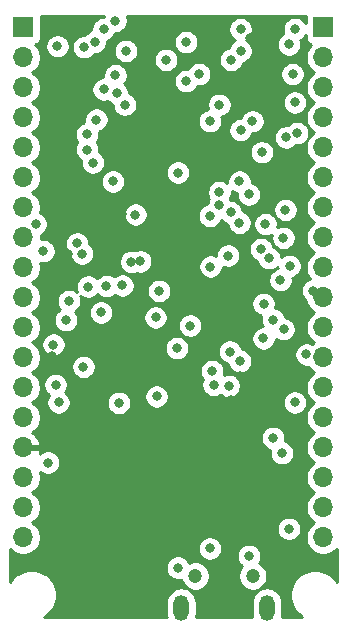
<source format=gbr>
%TF.GenerationSoftware,KiCad,Pcbnew,(5.1.8-0-10_14)*%
%TF.CreationDate,2020-11-25T23:02:11+09:00*%
%TF.ProjectId,mini-esp32,6d696e69-2d65-4737-9033-322e6b696361,rev?*%
%TF.SameCoordinates,Original*%
%TF.FileFunction,Copper,L2,Inr*%
%TF.FilePolarity,Positive*%
%FSLAX46Y46*%
G04 Gerber Fmt 4.6, Leading zero omitted, Abs format (unit mm)*
G04 Created by KiCad (PCBNEW (5.1.8-0-10_14)) date 2020-11-25 23:02:11*
%MOMM*%
%LPD*%
G01*
G04 APERTURE LIST*
%TA.AperFunction,ComponentPad*%
%ADD10O,1.300000X2.200000*%
%TD*%
%TA.AperFunction,ComponentPad*%
%ADD11C,1.200000*%
%TD*%
%TA.AperFunction,ComponentPad*%
%ADD12O,1.700000X1.700000*%
%TD*%
%TA.AperFunction,ComponentPad*%
%ADD13R,1.700000X1.700000*%
%TD*%
%TA.AperFunction,ViaPad*%
%ADD14C,1.600000*%
%TD*%
%TA.AperFunction,ViaPad*%
%ADD15C,0.800000*%
%TD*%
%TA.AperFunction,Conductor*%
%ADD16C,0.254000*%
%TD*%
%TA.AperFunction,Conductor*%
%ADD17C,0.100000*%
%TD*%
G04 APERTURE END LIST*
D10*
%TO.N,N/C*%
%TO.C,J2*%
X141628000Y-118198000D03*
X134389000Y-118198000D03*
D11*
X135584000Y-115498000D03*
X140434000Y-115498000D03*
%TD*%
D12*
%TO.N,VBUS*%
%TO.C,J5*%
X121000000Y-112240000D03*
%TO.N,VDD*%
X121000000Y-109700000D03*
%TO.N,Net-(J5-Pad16)*%
X121000000Y-107160000D03*
%TO.N,GND*%
X121000000Y-104620000D03*
%TO.N,+BATT*%
X121000000Y-102080000D03*
%TO.N,EN*%
X121000000Y-99540000D03*
%TO.N,Net-(J5-Pad12)*%
X121000000Y-97000000D03*
%TO.N,Net-(J5-Pad11)*%
X121000000Y-94460000D03*
%TO.N,IO2*%
X121000000Y-91920000D03*
%TO.N,IO5*%
X121000000Y-89380000D03*
%TO.N,IO13*%
X121000000Y-86840000D03*
%TO.N,IO33*%
X121000000Y-84300000D03*
%TO.N,IO32*%
X121000000Y-81760000D03*
%TO.N,IO27*%
X121000000Y-79220000D03*
%TO.N,IO26_DAC2*%
X121000000Y-76680000D03*
%TO.N,IO25_DAC1*%
X121000000Y-74140000D03*
%TO.N,TXD0*%
X121000000Y-71600000D03*
D13*
%TO.N,RXD0*%
X121000000Y-69060000D03*
%TD*%
%TO.N,I36*%
%TO.C,J6*%
X146400000Y-69060000D03*
D12*
%TO.N,I39*%
X146400000Y-71600000D03*
%TO.N,I34*%
X146400000Y-74140000D03*
%TO.N,I35*%
X146400000Y-76680000D03*
%TO.N,IO15*%
X146400000Y-79220000D03*
%TO.N,Net-(J6-Pad6)*%
X146400000Y-81760000D03*
%TO.N,GPIO0*%
X146400000Y-84300000D03*
%TO.N,IO18*%
X146400000Y-86840000D03*
%TO.N,IO23*%
X146400000Y-89380000D03*
%TO.N,IO19*%
X146400000Y-91920000D03*
%TO.N,IO21*%
X146400000Y-94460000D03*
%TO.N,IO22*%
X146400000Y-97000000D03*
%TO.N,IO14*%
X146400000Y-99540000D03*
%TO.N,IO12*%
X146400000Y-102080000D03*
%TO.N,IO4*%
X146400000Y-104620000D03*
%TO.N,IO16*%
X146400000Y-107160000D03*
%TO.N,IO17*%
X146400000Y-109700000D03*
%TO.N,RESET*%
X146400000Y-112240000D03*
%TD*%
D14*
%TO.N,GND*%
X132700000Y-76700000D03*
D15*
X139350000Y-112600000D03*
X138800000Y-113100000D03*
X129350000Y-84850000D03*
X140200000Y-69950000D03*
X124000000Y-68700000D03*
X126400000Y-68700000D03*
X122900000Y-91250000D03*
X128200000Y-95050000D03*
X125500000Y-99750000D03*
X127850000Y-89150000D03*
X139350000Y-98600000D03*
X125100000Y-95149988D03*
X138889366Y-94696544D03*
X129621783Y-92910010D03*
X138600000Y-100600000D03*
X131643693Y-90483510D03*
X130799984Y-90680000D03*
X130400000Y-97200000D03*
X131200000Y-97200000D03*
X133050000Y-97800000D03*
X128009135Y-97322738D03*
X128800008Y-97700008D03*
X123450022Y-96900000D03*
X124199996Y-89000004D03*
X124800012Y-88200022D03*
X128100000Y-111600000D03*
X127200000Y-111600000D03*
X128100000Y-112500000D03*
X127200000Y-112500000D03*
X124280796Y-103796939D03*
X134000000Y-98400008D03*
X131350000Y-98600000D03*
X137950021Y-111200000D03*
X135300000Y-106600000D03*
X134500000Y-108200000D03*
X135500000Y-104100000D03*
X134500000Y-110700000D03*
%TO.N,VDD*%
X144972382Y-96746209D03*
X123900000Y-70650000D03*
X126149567Y-70734999D03*
X130150000Y-88913227D03*
X125982232Y-88203696D03*
X125565857Y-87339885D03*
X122700000Y-88000002D03*
X130900000Y-88855025D03*
%TO.N,RESET*%
X133100000Y-71800000D03*
X141797816Y-88581181D03*
X141334814Y-95381997D03*
X134000000Y-96200000D03*
%TO.N,Net-(D2-Pad1)*%
X126100000Y-97800000D03*
X123746147Y-99306822D03*
%TO.N,VBUS*%
X135128295Y-94309089D03*
X136793910Y-113166766D03*
%TO.N,EN*%
X127590000Y-93180000D03*
X132500000Y-91350077D03*
X123100000Y-105900000D03*
%TO.N,IO21*%
X137600000Y-83000000D03*
X137600000Y-75600000D03*
%TO.N,IO17*%
X134100000Y-81350000D03*
X134100000Y-114800000D03*
%TO.N,IO16*%
X140100000Y-113800000D03*
X140100000Y-83200000D03*
%TO.N,GPIO0*%
X141500000Y-85700000D03*
X141133807Y-87833441D03*
%TO.N,DTR*%
X142900000Y-105100000D03*
X143047817Y-94610319D03*
X142768316Y-90450001D03*
%TO.N,RTS*%
X142150000Y-103800000D03*
X142150000Y-93800000D03*
X141350000Y-92450002D03*
X143550000Y-89250000D03*
%TO.N,Net-(R4-Pad1)*%
X124000000Y-100800000D03*
X129100000Y-100850000D03*
%TO.N,TXD0*%
X128900000Y-74600000D03*
X135900000Y-73000000D03*
X137003238Y-98146762D03*
%TO.N,RXD0*%
X127050000Y-70300000D03*
X134800000Y-73600000D03*
X134800000Y-70300000D03*
X137112310Y-99316510D03*
%TO.N,IO2*%
X128600000Y-82100000D03*
X139300000Y-82100000D03*
X139300000Y-85600000D03*
X124867831Y-92217831D03*
X128050000Y-90950000D03*
%TO.N,I35*%
X139400000Y-77750000D03*
X127189998Y-76865000D03*
X124610002Y-93840000D03*
X144000000Y-75400000D03*
X123551496Y-95901315D03*
%TO.N,I36*%
X128800000Y-68500000D03*
X128800000Y-73100000D03*
%TO.N,I39*%
X144000000Y-69200000D03*
X139400000Y-69200000D03*
X127800000Y-69200000D03*
X127800000Y-74300000D03*
%TO.N,I34*%
X139400000Y-71050000D03*
X129700000Y-71050000D03*
X129599998Y-75600000D03*
X143800000Y-73000000D03*
%TO.N,IO32*%
X126400000Y-78100000D03*
%TO.N,IO33*%
X126400000Y-79400000D03*
%TO.N,IO14*%
X138350000Y-88376087D03*
X138500000Y-96500012D03*
%TO.N,IO12*%
X137600000Y-84100000D03*
X139350000Y-97300000D03*
%TO.N,IO13*%
X130500000Y-84900000D03*
X126500000Y-91000000D03*
X129400000Y-90900000D03*
%TO.N,IO15*%
X140400000Y-77000000D03*
X136800000Y-77000000D03*
X136800000Y-85000000D03*
X144199994Y-78000000D03*
%TO.N,IO4*%
X143500000Y-111500000D03*
X143200000Y-84500000D03*
%TO.N,IO5*%
X126900000Y-80500000D03*
X122047000Y-85699600D03*
%TO.N,IO18*%
X141200000Y-79624998D03*
X143029123Y-86870928D03*
%TO.N,IO19*%
X145537471Y-91337449D03*
X143266527Y-78358693D03*
%TO.N,IO22*%
X138550000Y-84700000D03*
X138600000Y-71800000D03*
%TO.N,IO23*%
X143500000Y-70500000D03*
%TO.N,CH340_VCC*%
X136850000Y-89300000D03*
X138400000Y-99400000D03*
X144000000Y-100799998D03*
%TO.N,VCC*%
X132300000Y-100300000D03*
X132200000Y-93600000D03*
%TD*%
D16*
%TO.N,GND*%
X127818485Y-68165000D02*
X127698061Y-68165000D01*
X127498102Y-68204774D01*
X127309744Y-68282795D01*
X127140226Y-68396063D01*
X126996063Y-68540226D01*
X126882795Y-68709744D01*
X126804774Y-68898102D01*
X126765000Y-69098061D01*
X126765000Y-69301413D01*
X126748102Y-69304774D01*
X126559744Y-69382795D01*
X126390226Y-69496063D01*
X126246063Y-69640226D01*
X126206124Y-69699999D01*
X126047628Y-69699999D01*
X125847669Y-69739773D01*
X125659311Y-69817794D01*
X125489793Y-69931062D01*
X125345630Y-70075225D01*
X125232362Y-70244743D01*
X125154341Y-70433101D01*
X125114567Y-70633060D01*
X125114567Y-70836938D01*
X125154341Y-71036897D01*
X125232362Y-71225255D01*
X125345630Y-71394773D01*
X125489793Y-71538936D01*
X125659311Y-71652204D01*
X125847669Y-71730225D01*
X126047628Y-71769999D01*
X126251506Y-71769999D01*
X126451465Y-71730225D01*
X126639823Y-71652204D01*
X126809341Y-71538936D01*
X126953504Y-71394773D01*
X126993443Y-71335000D01*
X127151939Y-71335000D01*
X127351898Y-71295226D01*
X127540256Y-71217205D01*
X127709774Y-71103937D01*
X127853937Y-70959774D01*
X127861763Y-70948061D01*
X128665000Y-70948061D01*
X128665000Y-71151939D01*
X128704774Y-71351898D01*
X128782795Y-71540256D01*
X128896063Y-71709774D01*
X129040226Y-71853937D01*
X129209744Y-71967205D01*
X129398102Y-72045226D01*
X129598061Y-72085000D01*
X129801939Y-72085000D01*
X130001898Y-72045226D01*
X130190256Y-71967205D01*
X130359774Y-71853937D01*
X130503937Y-71709774D01*
X130511763Y-71698061D01*
X132065000Y-71698061D01*
X132065000Y-71901939D01*
X132104774Y-72101898D01*
X132182795Y-72290256D01*
X132296063Y-72459774D01*
X132440226Y-72603937D01*
X132609744Y-72717205D01*
X132798102Y-72795226D01*
X132998061Y-72835000D01*
X133201939Y-72835000D01*
X133401898Y-72795226D01*
X133590256Y-72717205D01*
X133759774Y-72603937D01*
X133903937Y-72459774D01*
X134017205Y-72290256D01*
X134095226Y-72101898D01*
X134135000Y-71901939D01*
X134135000Y-71698061D01*
X137565000Y-71698061D01*
X137565000Y-71901939D01*
X137604774Y-72101898D01*
X137682795Y-72290256D01*
X137796063Y-72459774D01*
X137940226Y-72603937D01*
X138109744Y-72717205D01*
X138298102Y-72795226D01*
X138498061Y-72835000D01*
X138701939Y-72835000D01*
X138901898Y-72795226D01*
X139090256Y-72717205D01*
X139259774Y-72603937D01*
X139403937Y-72459774D01*
X139517205Y-72290256D01*
X139595226Y-72101898D01*
X139602569Y-72064984D01*
X139701898Y-72045226D01*
X139890256Y-71967205D01*
X140059774Y-71853937D01*
X140203937Y-71709774D01*
X140317205Y-71540256D01*
X140395226Y-71351898D01*
X140435000Y-71151939D01*
X140435000Y-70948061D01*
X140395226Y-70748102D01*
X140317205Y-70559744D01*
X140203937Y-70390226D01*
X140059774Y-70246063D01*
X139890256Y-70132795D01*
X139871437Y-70125000D01*
X139890256Y-70117205D01*
X140059774Y-70003937D01*
X140203937Y-69859774D01*
X140317205Y-69690256D01*
X140395226Y-69501898D01*
X140435000Y-69301939D01*
X140435000Y-69098061D01*
X140395226Y-68898102D01*
X140317205Y-68709744D01*
X140203937Y-68540226D01*
X140059774Y-68396063D01*
X139890256Y-68282795D01*
X139701898Y-68204774D01*
X139501939Y-68165000D01*
X139298061Y-68165000D01*
X139098102Y-68204774D01*
X138909744Y-68282795D01*
X138740226Y-68396063D01*
X138596063Y-68540226D01*
X138482795Y-68709744D01*
X138404774Y-68898102D01*
X138365000Y-69098061D01*
X138365000Y-69301939D01*
X138404774Y-69501898D01*
X138482795Y-69690256D01*
X138596063Y-69859774D01*
X138740226Y-70003937D01*
X138909744Y-70117205D01*
X138928563Y-70125000D01*
X138909744Y-70132795D01*
X138740226Y-70246063D01*
X138596063Y-70390226D01*
X138482795Y-70559744D01*
X138404774Y-70748102D01*
X138397431Y-70785016D01*
X138298102Y-70804774D01*
X138109744Y-70882795D01*
X137940226Y-70996063D01*
X137796063Y-71140226D01*
X137682795Y-71309744D01*
X137604774Y-71498102D01*
X137565000Y-71698061D01*
X134135000Y-71698061D01*
X134095226Y-71498102D01*
X134017205Y-71309744D01*
X133903937Y-71140226D01*
X133759774Y-70996063D01*
X133590256Y-70882795D01*
X133401898Y-70804774D01*
X133201939Y-70765000D01*
X132998061Y-70765000D01*
X132798102Y-70804774D01*
X132609744Y-70882795D01*
X132440226Y-70996063D01*
X132296063Y-71140226D01*
X132182795Y-71309744D01*
X132104774Y-71498102D01*
X132065000Y-71698061D01*
X130511763Y-71698061D01*
X130617205Y-71540256D01*
X130695226Y-71351898D01*
X130735000Y-71151939D01*
X130735000Y-70948061D01*
X130695226Y-70748102D01*
X130617205Y-70559744D01*
X130503937Y-70390226D01*
X130359774Y-70246063D01*
X130287934Y-70198061D01*
X133765000Y-70198061D01*
X133765000Y-70401939D01*
X133804774Y-70601898D01*
X133882795Y-70790256D01*
X133996063Y-70959774D01*
X134140226Y-71103937D01*
X134309744Y-71217205D01*
X134498102Y-71295226D01*
X134698061Y-71335000D01*
X134901939Y-71335000D01*
X135101898Y-71295226D01*
X135290256Y-71217205D01*
X135459774Y-71103937D01*
X135603937Y-70959774D01*
X135717205Y-70790256D01*
X135795226Y-70601898D01*
X135835000Y-70401939D01*
X135835000Y-70198061D01*
X135795226Y-69998102D01*
X135717205Y-69809744D01*
X135603937Y-69640226D01*
X135459774Y-69496063D01*
X135290256Y-69382795D01*
X135101898Y-69304774D01*
X134901939Y-69265000D01*
X134698061Y-69265000D01*
X134498102Y-69304774D01*
X134309744Y-69382795D01*
X134140226Y-69496063D01*
X133996063Y-69640226D01*
X133882795Y-69809744D01*
X133804774Y-69998102D01*
X133765000Y-70198061D01*
X130287934Y-70198061D01*
X130190256Y-70132795D01*
X130001898Y-70054774D01*
X129801939Y-70015000D01*
X129598061Y-70015000D01*
X129398102Y-70054774D01*
X129209744Y-70132795D01*
X129040226Y-70246063D01*
X128896063Y-70390226D01*
X128782795Y-70559744D01*
X128704774Y-70748102D01*
X128665000Y-70948061D01*
X127861763Y-70948061D01*
X127967205Y-70790256D01*
X128045226Y-70601898D01*
X128085000Y-70401939D01*
X128085000Y-70198587D01*
X128101898Y-70195226D01*
X128290256Y-70117205D01*
X128459774Y-70003937D01*
X128603937Y-69859774D01*
X128717205Y-69690256D01*
X128781515Y-69535000D01*
X128901939Y-69535000D01*
X129101898Y-69495226D01*
X129290256Y-69417205D01*
X129459774Y-69303937D01*
X129603937Y-69159774D01*
X129717205Y-68990256D01*
X129795226Y-68801898D01*
X129835000Y-68601939D01*
X129835000Y-68398061D01*
X129795226Y-68198102D01*
X129765774Y-68127000D01*
X144920103Y-68127000D01*
X144911928Y-68210000D01*
X144911928Y-68701846D01*
X144803937Y-68540226D01*
X144659774Y-68396063D01*
X144490256Y-68282795D01*
X144301898Y-68204774D01*
X144101939Y-68165000D01*
X143898061Y-68165000D01*
X143698102Y-68204774D01*
X143509744Y-68282795D01*
X143340226Y-68396063D01*
X143196063Y-68540226D01*
X143082795Y-68709744D01*
X143004774Y-68898102D01*
X142965000Y-69098061D01*
X142965000Y-69301939D01*
X143004774Y-69501898D01*
X143034103Y-69572705D01*
X143009744Y-69582795D01*
X142840226Y-69696063D01*
X142696063Y-69840226D01*
X142582795Y-70009744D01*
X142504774Y-70198102D01*
X142465000Y-70398061D01*
X142465000Y-70601939D01*
X142504774Y-70801898D01*
X142582795Y-70990256D01*
X142696063Y-71159774D01*
X142840226Y-71303937D01*
X143009744Y-71417205D01*
X143198102Y-71495226D01*
X143398061Y-71535000D01*
X143601939Y-71535000D01*
X143801898Y-71495226D01*
X143990256Y-71417205D01*
X144159774Y-71303937D01*
X144303937Y-71159774D01*
X144417205Y-70990256D01*
X144495226Y-70801898D01*
X144535000Y-70601939D01*
X144535000Y-70398061D01*
X144495226Y-70198102D01*
X144465897Y-70127295D01*
X144490256Y-70117205D01*
X144659774Y-70003937D01*
X144803937Y-69859774D01*
X144911928Y-69698154D01*
X144911928Y-69910000D01*
X144924188Y-70034482D01*
X144960498Y-70154180D01*
X145019463Y-70264494D01*
X145098815Y-70361185D01*
X145195506Y-70440537D01*
X145305820Y-70499502D01*
X145378380Y-70521513D01*
X145246525Y-70653368D01*
X145084010Y-70896589D01*
X144972068Y-71166842D01*
X144915000Y-71453740D01*
X144915000Y-71746260D01*
X144972068Y-72033158D01*
X145084010Y-72303411D01*
X145246525Y-72546632D01*
X145453368Y-72753475D01*
X145627760Y-72870000D01*
X145453368Y-72986525D01*
X145246525Y-73193368D01*
X145084010Y-73436589D01*
X144972068Y-73706842D01*
X144915000Y-73993740D01*
X144915000Y-74286260D01*
X144972068Y-74573158D01*
X145084010Y-74843411D01*
X145246525Y-75086632D01*
X145453368Y-75293475D01*
X145627760Y-75410000D01*
X145453368Y-75526525D01*
X145246525Y-75733368D01*
X145084010Y-75976589D01*
X144972068Y-76246842D01*
X144915000Y-76533740D01*
X144915000Y-76826260D01*
X144972068Y-77113158D01*
X145084010Y-77383411D01*
X145246525Y-77626632D01*
X145453368Y-77833475D01*
X145627760Y-77950000D01*
X145453368Y-78066525D01*
X145246525Y-78273368D01*
X145142633Y-78428854D01*
X145195220Y-78301898D01*
X145234994Y-78101939D01*
X145234994Y-77898061D01*
X145195220Y-77698102D01*
X145117199Y-77509744D01*
X145003931Y-77340226D01*
X144859768Y-77196063D01*
X144690250Y-77082795D01*
X144501892Y-77004774D01*
X144301933Y-76965000D01*
X144098055Y-76965000D01*
X143898096Y-77004774D01*
X143709738Y-77082795D01*
X143540220Y-77196063D01*
X143405269Y-77331014D01*
X143368466Y-77323693D01*
X143164588Y-77323693D01*
X142964629Y-77363467D01*
X142776271Y-77441488D01*
X142606753Y-77554756D01*
X142462590Y-77698919D01*
X142349322Y-77868437D01*
X142271301Y-78056795D01*
X142231527Y-78256754D01*
X142231527Y-78460632D01*
X142271301Y-78660591D01*
X142349322Y-78848949D01*
X142462590Y-79018467D01*
X142606753Y-79162630D01*
X142776271Y-79275898D01*
X142964629Y-79353919D01*
X143164588Y-79393693D01*
X143368466Y-79393693D01*
X143568425Y-79353919D01*
X143756783Y-79275898D01*
X143926301Y-79162630D01*
X144061252Y-79027679D01*
X144098055Y-79035000D01*
X144301933Y-79035000D01*
X144501892Y-78995226D01*
X144690250Y-78917205D01*
X144859768Y-78803937D01*
X145003931Y-78659774D01*
X145058577Y-78577991D01*
X144972068Y-78786842D01*
X144915000Y-79073740D01*
X144915000Y-79366260D01*
X144972068Y-79653158D01*
X145084010Y-79923411D01*
X145246525Y-80166632D01*
X145453368Y-80373475D01*
X145627760Y-80490000D01*
X145453368Y-80606525D01*
X145246525Y-80813368D01*
X145084010Y-81056589D01*
X144972068Y-81326842D01*
X144915000Y-81613740D01*
X144915000Y-81906260D01*
X144972068Y-82193158D01*
X145084010Y-82463411D01*
X145246525Y-82706632D01*
X145453368Y-82913475D01*
X145627760Y-83030000D01*
X145453368Y-83146525D01*
X145246525Y-83353368D01*
X145084010Y-83596589D01*
X144972068Y-83866842D01*
X144915000Y-84153740D01*
X144915000Y-84446260D01*
X144972068Y-84733158D01*
X145084010Y-85003411D01*
X145246525Y-85246632D01*
X145453368Y-85453475D01*
X145627760Y-85570000D01*
X145453368Y-85686525D01*
X145246525Y-85893368D01*
X145084010Y-86136589D01*
X144972068Y-86406842D01*
X144915000Y-86693740D01*
X144915000Y-86986260D01*
X144972068Y-87273158D01*
X145084010Y-87543411D01*
X145246525Y-87786632D01*
X145453368Y-87993475D01*
X145627760Y-88110000D01*
X145453368Y-88226525D01*
X145246525Y-88433368D01*
X145084010Y-88676589D01*
X144972068Y-88946842D01*
X144915000Y-89233740D01*
X144915000Y-89526260D01*
X144972068Y-89813158D01*
X145084010Y-90083411D01*
X145246525Y-90326632D01*
X145257712Y-90337819D01*
X145235573Y-90342223D01*
X145047215Y-90420244D01*
X144877697Y-90533512D01*
X144733534Y-90677675D01*
X144620266Y-90847193D01*
X144542245Y-91035551D01*
X144502471Y-91235510D01*
X144502471Y-91439388D01*
X144542245Y-91639347D01*
X144620266Y-91827705D01*
X144733534Y-91997223D01*
X144877697Y-92141386D01*
X144937952Y-92181647D01*
X144972068Y-92353158D01*
X145084010Y-92623411D01*
X145246525Y-92866632D01*
X145453368Y-93073475D01*
X145627760Y-93190000D01*
X145453368Y-93306525D01*
X145246525Y-93513368D01*
X145084010Y-93756589D01*
X144972068Y-94026842D01*
X144915000Y-94313740D01*
X144915000Y-94606260D01*
X144972068Y-94893158D01*
X145084010Y-95163411D01*
X145246525Y-95406632D01*
X145453368Y-95613475D01*
X145627760Y-95730000D01*
X145471114Y-95834667D01*
X145462638Y-95829004D01*
X145274280Y-95750983D01*
X145074321Y-95711209D01*
X144870443Y-95711209D01*
X144670484Y-95750983D01*
X144482126Y-95829004D01*
X144312608Y-95942272D01*
X144168445Y-96086435D01*
X144055177Y-96255953D01*
X143977156Y-96444311D01*
X143937382Y-96644270D01*
X143937382Y-96848148D01*
X143977156Y-97048107D01*
X144055177Y-97236465D01*
X144168445Y-97405983D01*
X144312608Y-97550146D01*
X144482126Y-97663414D01*
X144670484Y-97741435D01*
X144870443Y-97781209D01*
X145074321Y-97781209D01*
X145128758Y-97770381D01*
X145246525Y-97946632D01*
X145453368Y-98153475D01*
X145627760Y-98270000D01*
X145453368Y-98386525D01*
X145246525Y-98593368D01*
X145084010Y-98836589D01*
X144972068Y-99106842D01*
X144915000Y-99393740D01*
X144915000Y-99686260D01*
X144972068Y-99973158D01*
X145084010Y-100243411D01*
X145246525Y-100486632D01*
X145453368Y-100693475D01*
X145627760Y-100810000D01*
X145453368Y-100926525D01*
X145246525Y-101133368D01*
X145084010Y-101376589D01*
X144972068Y-101646842D01*
X144915000Y-101933740D01*
X144915000Y-102226260D01*
X144972068Y-102513158D01*
X145084010Y-102783411D01*
X145246525Y-103026632D01*
X145453368Y-103233475D01*
X145627760Y-103350000D01*
X145453368Y-103466525D01*
X145246525Y-103673368D01*
X145084010Y-103916589D01*
X144972068Y-104186842D01*
X144915000Y-104473740D01*
X144915000Y-104766260D01*
X144972068Y-105053158D01*
X145084010Y-105323411D01*
X145246525Y-105566632D01*
X145453368Y-105773475D01*
X145627760Y-105890000D01*
X145453368Y-106006525D01*
X145246525Y-106213368D01*
X145084010Y-106456589D01*
X144972068Y-106726842D01*
X144915000Y-107013740D01*
X144915000Y-107306260D01*
X144972068Y-107593158D01*
X145084010Y-107863411D01*
X145246525Y-108106632D01*
X145453368Y-108313475D01*
X145627760Y-108430000D01*
X145453368Y-108546525D01*
X145246525Y-108753368D01*
X145084010Y-108996589D01*
X144972068Y-109266842D01*
X144915000Y-109553740D01*
X144915000Y-109846260D01*
X144972068Y-110133158D01*
X145084010Y-110403411D01*
X145246525Y-110646632D01*
X145453368Y-110853475D01*
X145627760Y-110970000D01*
X145453368Y-111086525D01*
X145246525Y-111293368D01*
X145084010Y-111536589D01*
X144972068Y-111806842D01*
X144915000Y-112093740D01*
X144915000Y-112386260D01*
X144972068Y-112673158D01*
X145084010Y-112943411D01*
X145246525Y-113186632D01*
X145453368Y-113393475D01*
X145696589Y-113555990D01*
X145966842Y-113667932D01*
X146253740Y-113725000D01*
X146546260Y-113725000D01*
X146833158Y-113667932D01*
X147103411Y-113555990D01*
X147346632Y-113393475D01*
X147540000Y-113200107D01*
X147540000Y-116010856D01*
X147358363Y-115739017D01*
X147060983Y-115441637D01*
X146711302Y-115207988D01*
X146322756Y-115047047D01*
X145910279Y-114965000D01*
X145489721Y-114965000D01*
X145077244Y-115047047D01*
X144688698Y-115207988D01*
X144339017Y-115441637D01*
X144041637Y-115739017D01*
X143807988Y-116088698D01*
X143647047Y-116477244D01*
X143565000Y-116889721D01*
X143565000Y-117310279D01*
X143647047Y-117722756D01*
X143807988Y-118111302D01*
X144041637Y-118460983D01*
X144339017Y-118758363D01*
X144610856Y-118940000D01*
X142882244Y-118940000D01*
X142894407Y-118899904D01*
X142913000Y-118711122D01*
X142913000Y-117684877D01*
X142894407Y-117496096D01*
X142820929Y-117253873D01*
X142701608Y-117030638D01*
X142541028Y-116834972D01*
X142345361Y-116674392D01*
X142122126Y-116555071D01*
X141879903Y-116481593D01*
X141628000Y-116456783D01*
X141376096Y-116481593D01*
X141133873Y-116555071D01*
X140910638Y-116674392D01*
X140714972Y-116834972D01*
X140554392Y-117030639D01*
X140435071Y-117253874D01*
X140361593Y-117496097D01*
X140343000Y-117684878D01*
X140343000Y-118711123D01*
X140361593Y-118899904D01*
X140373756Y-118940000D01*
X135643244Y-118940000D01*
X135655407Y-118899904D01*
X135674000Y-118711122D01*
X135674000Y-117684877D01*
X135655407Y-117496096D01*
X135581929Y-117253873D01*
X135462608Y-117030638D01*
X135302028Y-116834972D01*
X135106361Y-116674392D01*
X134883126Y-116555071D01*
X134640903Y-116481593D01*
X134389000Y-116456783D01*
X134137096Y-116481593D01*
X133894873Y-116555071D01*
X133671638Y-116674392D01*
X133475972Y-116834972D01*
X133315392Y-117030639D01*
X133196071Y-117253874D01*
X133122593Y-117496097D01*
X133104000Y-117684878D01*
X133104000Y-118711123D01*
X133122593Y-118899904D01*
X133134756Y-118940000D01*
X122789144Y-118940000D01*
X123060983Y-118758363D01*
X123358363Y-118460983D01*
X123592012Y-118111302D01*
X123752953Y-117722756D01*
X123835000Y-117310279D01*
X123835000Y-116889721D01*
X123752953Y-116477244D01*
X123592012Y-116088698D01*
X123358363Y-115739017D01*
X123060983Y-115441637D01*
X122711302Y-115207988D01*
X122322756Y-115047047D01*
X121910279Y-114965000D01*
X121489721Y-114965000D01*
X121077244Y-115047047D01*
X120688698Y-115207988D01*
X120339017Y-115441637D01*
X120041637Y-115739017D01*
X119860000Y-116010856D01*
X119860000Y-114698061D01*
X133065000Y-114698061D01*
X133065000Y-114901939D01*
X133104774Y-115101898D01*
X133182795Y-115290256D01*
X133296063Y-115459774D01*
X133440226Y-115603937D01*
X133609744Y-115717205D01*
X133798102Y-115795226D01*
X133998061Y-115835000D01*
X134201939Y-115835000D01*
X134384611Y-115798665D01*
X134396460Y-115858236D01*
X134489557Y-116082992D01*
X134624713Y-116285267D01*
X134796733Y-116457287D01*
X134999008Y-116592443D01*
X135223764Y-116685540D01*
X135462363Y-116733000D01*
X135705637Y-116733000D01*
X135944236Y-116685540D01*
X136168992Y-116592443D01*
X136371267Y-116457287D01*
X136543287Y-116285267D01*
X136678443Y-116082992D01*
X136771540Y-115858236D01*
X136819000Y-115619637D01*
X136819000Y-115376363D01*
X136771540Y-115137764D01*
X136678443Y-114913008D01*
X136543287Y-114710733D01*
X136371267Y-114538713D01*
X136168992Y-114403557D01*
X135944236Y-114310460D01*
X135705637Y-114263000D01*
X135462363Y-114263000D01*
X135223764Y-114310460D01*
X135047708Y-114383385D01*
X135017205Y-114309744D01*
X134903937Y-114140226D01*
X134759774Y-113996063D01*
X134590256Y-113882795D01*
X134401898Y-113804774D01*
X134201939Y-113765000D01*
X133998061Y-113765000D01*
X133798102Y-113804774D01*
X133609744Y-113882795D01*
X133440226Y-113996063D01*
X133296063Y-114140226D01*
X133182795Y-114309744D01*
X133104774Y-114498102D01*
X133065000Y-114698061D01*
X119860000Y-114698061D01*
X119860000Y-113200107D01*
X120053368Y-113393475D01*
X120296589Y-113555990D01*
X120566842Y-113667932D01*
X120853740Y-113725000D01*
X121146260Y-113725000D01*
X121433158Y-113667932D01*
X121703411Y-113555990D01*
X121946632Y-113393475D01*
X122153475Y-113186632D01*
X122234862Y-113064827D01*
X135758910Y-113064827D01*
X135758910Y-113268705D01*
X135798684Y-113468664D01*
X135876705Y-113657022D01*
X135989973Y-113826540D01*
X136134136Y-113970703D01*
X136303654Y-114083971D01*
X136492012Y-114161992D01*
X136691971Y-114201766D01*
X136895849Y-114201766D01*
X137095808Y-114161992D01*
X137284166Y-114083971D01*
X137453684Y-113970703D01*
X137597847Y-113826540D01*
X137683693Y-113698061D01*
X139065000Y-113698061D01*
X139065000Y-113901939D01*
X139104774Y-114101898D01*
X139182795Y-114290256D01*
X139296063Y-114459774D01*
X139440226Y-114603937D01*
X139524919Y-114660527D01*
X139474713Y-114710733D01*
X139339557Y-114913008D01*
X139246460Y-115137764D01*
X139199000Y-115376363D01*
X139199000Y-115619637D01*
X139246460Y-115858236D01*
X139339557Y-116082992D01*
X139474713Y-116285267D01*
X139646733Y-116457287D01*
X139849008Y-116592443D01*
X140073764Y-116685540D01*
X140312363Y-116733000D01*
X140555637Y-116733000D01*
X140794236Y-116685540D01*
X141018992Y-116592443D01*
X141221267Y-116457287D01*
X141393287Y-116285267D01*
X141528443Y-116082992D01*
X141621540Y-115858236D01*
X141669000Y-115619637D01*
X141669000Y-115376363D01*
X141621540Y-115137764D01*
X141528443Y-114913008D01*
X141393287Y-114710733D01*
X141221267Y-114538713D01*
X141018992Y-114403557D01*
X140958298Y-114378417D01*
X141017205Y-114290256D01*
X141095226Y-114101898D01*
X141135000Y-113901939D01*
X141135000Y-113698061D01*
X141095226Y-113498102D01*
X141017205Y-113309744D01*
X140903937Y-113140226D01*
X140759774Y-112996063D01*
X140590256Y-112882795D01*
X140401898Y-112804774D01*
X140201939Y-112765000D01*
X139998061Y-112765000D01*
X139798102Y-112804774D01*
X139609744Y-112882795D01*
X139440226Y-112996063D01*
X139296063Y-113140226D01*
X139182795Y-113309744D01*
X139104774Y-113498102D01*
X139065000Y-113698061D01*
X137683693Y-113698061D01*
X137711115Y-113657022D01*
X137789136Y-113468664D01*
X137828910Y-113268705D01*
X137828910Y-113064827D01*
X137789136Y-112864868D01*
X137711115Y-112676510D01*
X137597847Y-112506992D01*
X137453684Y-112362829D01*
X137284166Y-112249561D01*
X137095808Y-112171540D01*
X136895849Y-112131766D01*
X136691971Y-112131766D01*
X136492012Y-112171540D01*
X136303654Y-112249561D01*
X136134136Y-112362829D01*
X135989973Y-112506992D01*
X135876705Y-112676510D01*
X135798684Y-112864868D01*
X135758910Y-113064827D01*
X122234862Y-113064827D01*
X122315990Y-112943411D01*
X122427932Y-112673158D01*
X122485000Y-112386260D01*
X122485000Y-112093740D01*
X122427932Y-111806842D01*
X122315990Y-111536589D01*
X122223429Y-111398061D01*
X142465000Y-111398061D01*
X142465000Y-111601939D01*
X142504774Y-111801898D01*
X142582795Y-111990256D01*
X142696063Y-112159774D01*
X142840226Y-112303937D01*
X143009744Y-112417205D01*
X143198102Y-112495226D01*
X143398061Y-112535000D01*
X143601939Y-112535000D01*
X143801898Y-112495226D01*
X143990256Y-112417205D01*
X144159774Y-112303937D01*
X144303937Y-112159774D01*
X144417205Y-111990256D01*
X144495226Y-111801898D01*
X144535000Y-111601939D01*
X144535000Y-111398061D01*
X144495226Y-111198102D01*
X144417205Y-111009744D01*
X144303937Y-110840226D01*
X144159774Y-110696063D01*
X143990256Y-110582795D01*
X143801898Y-110504774D01*
X143601939Y-110465000D01*
X143398061Y-110465000D01*
X143198102Y-110504774D01*
X143009744Y-110582795D01*
X142840226Y-110696063D01*
X142696063Y-110840226D01*
X142582795Y-111009744D01*
X142504774Y-111198102D01*
X142465000Y-111398061D01*
X122223429Y-111398061D01*
X122153475Y-111293368D01*
X121946632Y-111086525D01*
X121772240Y-110970000D01*
X121946632Y-110853475D01*
X122153475Y-110646632D01*
X122315990Y-110403411D01*
X122427932Y-110133158D01*
X122485000Y-109846260D01*
X122485000Y-109553740D01*
X122427932Y-109266842D01*
X122315990Y-108996589D01*
X122153475Y-108753368D01*
X121946632Y-108546525D01*
X121772240Y-108430000D01*
X121946632Y-108313475D01*
X122153475Y-108106632D01*
X122315990Y-107863411D01*
X122427932Y-107593158D01*
X122485000Y-107306260D01*
X122485000Y-107013740D01*
X122427932Y-106726842D01*
X122403043Y-106666754D01*
X122440226Y-106703937D01*
X122609744Y-106817205D01*
X122798102Y-106895226D01*
X122998061Y-106935000D01*
X123201939Y-106935000D01*
X123401898Y-106895226D01*
X123590256Y-106817205D01*
X123759774Y-106703937D01*
X123903937Y-106559774D01*
X124017205Y-106390256D01*
X124095226Y-106201898D01*
X124135000Y-106001939D01*
X124135000Y-105798061D01*
X124095226Y-105598102D01*
X124017205Y-105409744D01*
X123903937Y-105240226D01*
X123759774Y-105096063D01*
X123590256Y-104982795D01*
X123401898Y-104904774D01*
X123201939Y-104865000D01*
X122998061Y-104865000D01*
X122798102Y-104904774D01*
X122609744Y-104982795D01*
X122440226Y-105096063D01*
X122382850Y-105153439D01*
X122396825Y-105124099D01*
X122441476Y-104976890D01*
X122320155Y-104747000D01*
X121127000Y-104747000D01*
X121127000Y-104767000D01*
X120873000Y-104767000D01*
X120873000Y-104747000D01*
X120853000Y-104747000D01*
X120853000Y-104493000D01*
X120873000Y-104493000D01*
X120873000Y-104473000D01*
X121127000Y-104473000D01*
X121127000Y-104493000D01*
X122320155Y-104493000D01*
X122441476Y-104263110D01*
X122396825Y-104115901D01*
X122271641Y-103853080D01*
X122156014Y-103698061D01*
X141115000Y-103698061D01*
X141115000Y-103901939D01*
X141154774Y-104101898D01*
X141232795Y-104290256D01*
X141346063Y-104459774D01*
X141490226Y-104603937D01*
X141659744Y-104717205D01*
X141848102Y-104795226D01*
X141903167Y-104806179D01*
X141865000Y-104998061D01*
X141865000Y-105201939D01*
X141904774Y-105401898D01*
X141982795Y-105590256D01*
X142096063Y-105759774D01*
X142240226Y-105903937D01*
X142409744Y-106017205D01*
X142598102Y-106095226D01*
X142798061Y-106135000D01*
X143001939Y-106135000D01*
X143201898Y-106095226D01*
X143390256Y-106017205D01*
X143559774Y-105903937D01*
X143703937Y-105759774D01*
X143817205Y-105590256D01*
X143895226Y-105401898D01*
X143935000Y-105201939D01*
X143935000Y-104998061D01*
X143895226Y-104798102D01*
X143817205Y-104609744D01*
X143703937Y-104440226D01*
X143559774Y-104296063D01*
X143390256Y-104182795D01*
X143201898Y-104104774D01*
X143146833Y-104093821D01*
X143185000Y-103901939D01*
X143185000Y-103698061D01*
X143145226Y-103498102D01*
X143067205Y-103309744D01*
X142953937Y-103140226D01*
X142809774Y-102996063D01*
X142640256Y-102882795D01*
X142451898Y-102804774D01*
X142251939Y-102765000D01*
X142048061Y-102765000D01*
X141848102Y-102804774D01*
X141659744Y-102882795D01*
X141490226Y-102996063D01*
X141346063Y-103140226D01*
X141232795Y-103309744D01*
X141154774Y-103498102D01*
X141115000Y-103698061D01*
X122156014Y-103698061D01*
X122097588Y-103619731D01*
X121881355Y-103424822D01*
X121764466Y-103355195D01*
X121946632Y-103233475D01*
X122153475Y-103026632D01*
X122315990Y-102783411D01*
X122427932Y-102513158D01*
X122485000Y-102226260D01*
X122485000Y-101933740D01*
X122427932Y-101646842D01*
X122315990Y-101376589D01*
X122153475Y-101133368D01*
X121946632Y-100926525D01*
X121772240Y-100810000D01*
X121946632Y-100693475D01*
X122153475Y-100486632D01*
X122315990Y-100243411D01*
X122427932Y-99973158D01*
X122485000Y-99686260D01*
X122485000Y-99393740D01*
X122447434Y-99204883D01*
X122711147Y-99204883D01*
X122711147Y-99408761D01*
X122750921Y-99608720D01*
X122828942Y-99797078D01*
X122942210Y-99966596D01*
X123086373Y-100110759D01*
X123175818Y-100170524D01*
X123082795Y-100309744D01*
X123004774Y-100498102D01*
X122965000Y-100698061D01*
X122965000Y-100901939D01*
X123004774Y-101101898D01*
X123082795Y-101290256D01*
X123196063Y-101459774D01*
X123340226Y-101603937D01*
X123509744Y-101717205D01*
X123698102Y-101795226D01*
X123898061Y-101835000D01*
X124101939Y-101835000D01*
X124301898Y-101795226D01*
X124490256Y-101717205D01*
X124659774Y-101603937D01*
X124803937Y-101459774D01*
X124917205Y-101290256D01*
X124995226Y-101101898D01*
X125035000Y-100901939D01*
X125035000Y-100748061D01*
X128065000Y-100748061D01*
X128065000Y-100951939D01*
X128104774Y-101151898D01*
X128182795Y-101340256D01*
X128296063Y-101509774D01*
X128440226Y-101653937D01*
X128609744Y-101767205D01*
X128798102Y-101845226D01*
X128998061Y-101885000D01*
X129201939Y-101885000D01*
X129401898Y-101845226D01*
X129590256Y-101767205D01*
X129759774Y-101653937D01*
X129903937Y-101509774D01*
X130017205Y-101340256D01*
X130095226Y-101151898D01*
X130135000Y-100951939D01*
X130135000Y-100748061D01*
X130095226Y-100548102D01*
X130017205Y-100359744D01*
X129909173Y-100198061D01*
X131265000Y-100198061D01*
X131265000Y-100401939D01*
X131304774Y-100601898D01*
X131382795Y-100790256D01*
X131496063Y-100959774D01*
X131640226Y-101103937D01*
X131809744Y-101217205D01*
X131998102Y-101295226D01*
X132198061Y-101335000D01*
X132401939Y-101335000D01*
X132601898Y-101295226D01*
X132790256Y-101217205D01*
X132959774Y-101103937D01*
X133103937Y-100959774D01*
X133217205Y-100790256D01*
X133255394Y-100698059D01*
X142965000Y-100698059D01*
X142965000Y-100901937D01*
X143004774Y-101101896D01*
X143082795Y-101290254D01*
X143196063Y-101459772D01*
X143340226Y-101603935D01*
X143509744Y-101717203D01*
X143698102Y-101795224D01*
X143898061Y-101834998D01*
X144101939Y-101834998D01*
X144301898Y-101795224D01*
X144490256Y-101717203D01*
X144659774Y-101603935D01*
X144803937Y-101459772D01*
X144917205Y-101290254D01*
X144995226Y-101101896D01*
X145035000Y-100901937D01*
X145035000Y-100698059D01*
X144995226Y-100498100D01*
X144917205Y-100309742D01*
X144803937Y-100140224D01*
X144659774Y-99996061D01*
X144490256Y-99882793D01*
X144301898Y-99804772D01*
X144101939Y-99764998D01*
X143898061Y-99764998D01*
X143698102Y-99804772D01*
X143509744Y-99882793D01*
X143340226Y-99996061D01*
X143196063Y-100140224D01*
X143082795Y-100309742D01*
X143004774Y-100498100D01*
X142965000Y-100698059D01*
X133255394Y-100698059D01*
X133295226Y-100601898D01*
X133335000Y-100401939D01*
X133335000Y-100198061D01*
X133295226Y-99998102D01*
X133217205Y-99809744D01*
X133103937Y-99640226D01*
X132959774Y-99496063D01*
X132790256Y-99382795D01*
X132601898Y-99304774D01*
X132401939Y-99265000D01*
X132198061Y-99265000D01*
X131998102Y-99304774D01*
X131809744Y-99382795D01*
X131640226Y-99496063D01*
X131496063Y-99640226D01*
X131382795Y-99809744D01*
X131304774Y-99998102D01*
X131265000Y-100198061D01*
X129909173Y-100198061D01*
X129903937Y-100190226D01*
X129759774Y-100046063D01*
X129590256Y-99932795D01*
X129401898Y-99854774D01*
X129201939Y-99815000D01*
X128998061Y-99815000D01*
X128798102Y-99854774D01*
X128609744Y-99932795D01*
X128440226Y-100046063D01*
X128296063Y-100190226D01*
X128182795Y-100359744D01*
X128104774Y-100548102D01*
X128065000Y-100748061D01*
X125035000Y-100748061D01*
X125035000Y-100698061D01*
X124995226Y-100498102D01*
X124917205Y-100309744D01*
X124803937Y-100140226D01*
X124659774Y-99996063D01*
X124570329Y-99936298D01*
X124663352Y-99797078D01*
X124741373Y-99608720D01*
X124781147Y-99408761D01*
X124781147Y-99204883D01*
X124741373Y-99004924D01*
X124663352Y-98816566D01*
X124550084Y-98647048D01*
X124405921Y-98502885D01*
X124236403Y-98389617D01*
X124048045Y-98311596D01*
X123848086Y-98271822D01*
X123644208Y-98271822D01*
X123444249Y-98311596D01*
X123255891Y-98389617D01*
X123086373Y-98502885D01*
X122942210Y-98647048D01*
X122828942Y-98816566D01*
X122750921Y-99004924D01*
X122711147Y-99204883D01*
X122447434Y-99204883D01*
X122427932Y-99106842D01*
X122315990Y-98836589D01*
X122153475Y-98593368D01*
X121946632Y-98386525D01*
X121772240Y-98270000D01*
X121946632Y-98153475D01*
X122153475Y-97946632D01*
X122315990Y-97703411D01*
X122318206Y-97698061D01*
X125065000Y-97698061D01*
X125065000Y-97901939D01*
X125104774Y-98101898D01*
X125182795Y-98290256D01*
X125296063Y-98459774D01*
X125440226Y-98603937D01*
X125609744Y-98717205D01*
X125798102Y-98795226D01*
X125998061Y-98835000D01*
X126201939Y-98835000D01*
X126401898Y-98795226D01*
X126590256Y-98717205D01*
X126759774Y-98603937D01*
X126903937Y-98459774D01*
X127017205Y-98290256D01*
X127095226Y-98101898D01*
X127106578Y-98044823D01*
X135968238Y-98044823D01*
X135968238Y-98248701D01*
X136008012Y-98448660D01*
X136086033Y-98637018D01*
X136199301Y-98806536D01*
X136204684Y-98811919D01*
X136195105Y-98826254D01*
X136117084Y-99014612D01*
X136077310Y-99214571D01*
X136077310Y-99418449D01*
X136117084Y-99618408D01*
X136195105Y-99806766D01*
X136308373Y-99976284D01*
X136452536Y-100120447D01*
X136622054Y-100233715D01*
X136810412Y-100311736D01*
X137010371Y-100351510D01*
X137214249Y-100351510D01*
X137414208Y-100311736D01*
X137602566Y-100233715D01*
X137702938Y-100166649D01*
X137740226Y-100203937D01*
X137909744Y-100317205D01*
X138098102Y-100395226D01*
X138298061Y-100435000D01*
X138501939Y-100435000D01*
X138701898Y-100395226D01*
X138890256Y-100317205D01*
X139059774Y-100203937D01*
X139203937Y-100059774D01*
X139317205Y-99890256D01*
X139395226Y-99701898D01*
X139435000Y-99501939D01*
X139435000Y-99298061D01*
X139395226Y-99098102D01*
X139317205Y-98909744D01*
X139203937Y-98740226D01*
X139059774Y-98596063D01*
X138890256Y-98482795D01*
X138701898Y-98404774D01*
X138501939Y-98365000D01*
X138298061Y-98365000D01*
X138098102Y-98404774D01*
X137999031Y-98445811D01*
X138038238Y-98248701D01*
X138038238Y-98044823D01*
X137998464Y-97844864D01*
X137920443Y-97656506D01*
X137807175Y-97486988D01*
X137663012Y-97342825D01*
X137493494Y-97229557D01*
X137305136Y-97151536D01*
X137105177Y-97111762D01*
X136901299Y-97111762D01*
X136701340Y-97151536D01*
X136512982Y-97229557D01*
X136343464Y-97342825D01*
X136199301Y-97486988D01*
X136086033Y-97656506D01*
X136008012Y-97844864D01*
X135968238Y-98044823D01*
X127106578Y-98044823D01*
X127135000Y-97901939D01*
X127135000Y-97698061D01*
X127095226Y-97498102D01*
X127017205Y-97309744D01*
X126903937Y-97140226D01*
X126759774Y-96996063D01*
X126590256Y-96882795D01*
X126401898Y-96804774D01*
X126201939Y-96765000D01*
X125998061Y-96765000D01*
X125798102Y-96804774D01*
X125609744Y-96882795D01*
X125440226Y-96996063D01*
X125296063Y-97140226D01*
X125182795Y-97309744D01*
X125104774Y-97498102D01*
X125065000Y-97698061D01*
X122318206Y-97698061D01*
X122427932Y-97433158D01*
X122485000Y-97146260D01*
X122485000Y-96853740D01*
X122427932Y-96566842D01*
X122315990Y-96296589D01*
X122153475Y-96053368D01*
X121946632Y-95846525D01*
X121876069Y-95799376D01*
X122516496Y-95799376D01*
X122516496Y-96003254D01*
X122556270Y-96203213D01*
X122634291Y-96391571D01*
X122747559Y-96561089D01*
X122891722Y-96705252D01*
X123061240Y-96818520D01*
X123249598Y-96896541D01*
X123449557Y-96936315D01*
X123653435Y-96936315D01*
X123853394Y-96896541D01*
X124041752Y-96818520D01*
X124211270Y-96705252D01*
X124355433Y-96561089D01*
X124468701Y-96391571D01*
X124546722Y-96203213D01*
X124567637Y-96098061D01*
X132965000Y-96098061D01*
X132965000Y-96301939D01*
X133004774Y-96501898D01*
X133082795Y-96690256D01*
X133196063Y-96859774D01*
X133340226Y-97003937D01*
X133509744Y-97117205D01*
X133698102Y-97195226D01*
X133898061Y-97235000D01*
X134101939Y-97235000D01*
X134301898Y-97195226D01*
X134490256Y-97117205D01*
X134659774Y-97003937D01*
X134803937Y-96859774D01*
X134917205Y-96690256D01*
X134995226Y-96501898D01*
X135015877Y-96398073D01*
X137465000Y-96398073D01*
X137465000Y-96601951D01*
X137504774Y-96801910D01*
X137582795Y-96990268D01*
X137696063Y-97159786D01*
X137840226Y-97303949D01*
X138009744Y-97417217D01*
X138198102Y-97495238D01*
X138339138Y-97523292D01*
X138354774Y-97601898D01*
X138432795Y-97790256D01*
X138546063Y-97959774D01*
X138690226Y-98103937D01*
X138859744Y-98217205D01*
X139048102Y-98295226D01*
X139248061Y-98335000D01*
X139451939Y-98335000D01*
X139651898Y-98295226D01*
X139840256Y-98217205D01*
X140009774Y-98103937D01*
X140153937Y-97959774D01*
X140267205Y-97790256D01*
X140345226Y-97601898D01*
X140385000Y-97401939D01*
X140385000Y-97198061D01*
X140345226Y-96998102D01*
X140267205Y-96809744D01*
X140153937Y-96640226D01*
X140009774Y-96496063D01*
X139840256Y-96382795D01*
X139651898Y-96304774D01*
X139510862Y-96276720D01*
X139495226Y-96198114D01*
X139417205Y-96009756D01*
X139303937Y-95840238D01*
X139159774Y-95696075D01*
X138990256Y-95582807D01*
X138801898Y-95504786D01*
X138601939Y-95465012D01*
X138398061Y-95465012D01*
X138198102Y-95504786D01*
X138009744Y-95582807D01*
X137840226Y-95696075D01*
X137696063Y-95840238D01*
X137582795Y-96009756D01*
X137504774Y-96198114D01*
X137465000Y-96398073D01*
X135015877Y-96398073D01*
X135035000Y-96301939D01*
X135035000Y-96098061D01*
X134995226Y-95898102D01*
X134917205Y-95709744D01*
X134803937Y-95540226D01*
X134659774Y-95396063D01*
X134490256Y-95282795D01*
X134301898Y-95204774D01*
X134101939Y-95165000D01*
X133898061Y-95165000D01*
X133698102Y-95204774D01*
X133509744Y-95282795D01*
X133340226Y-95396063D01*
X133196063Y-95540226D01*
X133082795Y-95709744D01*
X133004774Y-95898102D01*
X132965000Y-96098061D01*
X124567637Y-96098061D01*
X124586496Y-96003254D01*
X124586496Y-95799376D01*
X124546722Y-95599417D01*
X124468701Y-95411059D01*
X124355433Y-95241541D01*
X124211270Y-95097378D01*
X124041752Y-94984110D01*
X123853394Y-94906089D01*
X123653435Y-94866315D01*
X123449557Y-94866315D01*
X123249598Y-94906089D01*
X123061240Y-94984110D01*
X122891722Y-95097378D01*
X122747559Y-95241541D01*
X122634291Y-95411059D01*
X122556270Y-95599417D01*
X122516496Y-95799376D01*
X121876069Y-95799376D01*
X121772240Y-95730000D01*
X121946632Y-95613475D01*
X122153475Y-95406632D01*
X122315990Y-95163411D01*
X122427932Y-94893158D01*
X122485000Y-94606260D01*
X122485000Y-94313740D01*
X122427932Y-94026842D01*
X122315990Y-93756589D01*
X122303610Y-93738061D01*
X123575002Y-93738061D01*
X123575002Y-93941939D01*
X123614776Y-94141898D01*
X123692797Y-94330256D01*
X123806065Y-94499774D01*
X123950228Y-94643937D01*
X124119746Y-94757205D01*
X124308104Y-94835226D01*
X124508063Y-94875000D01*
X124711941Y-94875000D01*
X124911900Y-94835226D01*
X125100258Y-94757205D01*
X125269776Y-94643937D01*
X125413939Y-94499774D01*
X125527207Y-94330256D01*
X125605228Y-94141898D01*
X125645002Y-93941939D01*
X125645002Y-93738061D01*
X125605228Y-93538102D01*
X125527207Y-93349744D01*
X125413939Y-93180226D01*
X125364478Y-93130765D01*
X125443355Y-93078061D01*
X126555000Y-93078061D01*
X126555000Y-93281939D01*
X126594774Y-93481898D01*
X126672795Y-93670256D01*
X126786063Y-93839774D01*
X126930226Y-93983937D01*
X127099744Y-94097205D01*
X127288102Y-94175226D01*
X127488061Y-94215000D01*
X127691939Y-94215000D01*
X127891898Y-94175226D01*
X128080256Y-94097205D01*
X128249774Y-93983937D01*
X128393937Y-93839774D01*
X128507205Y-93670256D01*
X128578531Y-93498061D01*
X131165000Y-93498061D01*
X131165000Y-93701939D01*
X131204774Y-93901898D01*
X131282795Y-94090256D01*
X131396063Y-94259774D01*
X131540226Y-94403937D01*
X131709744Y-94517205D01*
X131898102Y-94595226D01*
X132098061Y-94635000D01*
X132301939Y-94635000D01*
X132501898Y-94595226D01*
X132690256Y-94517205D01*
X132859774Y-94403937D01*
X133003937Y-94259774D01*
X133039099Y-94207150D01*
X134093295Y-94207150D01*
X134093295Y-94411028D01*
X134133069Y-94610987D01*
X134211090Y-94799345D01*
X134324358Y-94968863D01*
X134468521Y-95113026D01*
X134638039Y-95226294D01*
X134826397Y-95304315D01*
X135026356Y-95344089D01*
X135230234Y-95344089D01*
X135430193Y-95304315D01*
X135488754Y-95280058D01*
X140299814Y-95280058D01*
X140299814Y-95483936D01*
X140339588Y-95683895D01*
X140417609Y-95872253D01*
X140530877Y-96041771D01*
X140675040Y-96185934D01*
X140844558Y-96299202D01*
X141032916Y-96377223D01*
X141232875Y-96416997D01*
X141436753Y-96416997D01*
X141636712Y-96377223D01*
X141825070Y-96299202D01*
X141994588Y-96185934D01*
X142138751Y-96041771D01*
X142252019Y-95872253D01*
X142330040Y-95683895D01*
X142369814Y-95483936D01*
X142369814Y-95396027D01*
X142388043Y-95414256D01*
X142557561Y-95527524D01*
X142745919Y-95605545D01*
X142945878Y-95645319D01*
X143149756Y-95645319D01*
X143349715Y-95605545D01*
X143538073Y-95527524D01*
X143707591Y-95414256D01*
X143851754Y-95270093D01*
X143965022Y-95100575D01*
X144043043Y-94912217D01*
X144082817Y-94712258D01*
X144082817Y-94508380D01*
X144043043Y-94308421D01*
X143965022Y-94120063D01*
X143851754Y-93950545D01*
X143707591Y-93806382D01*
X143538073Y-93693114D01*
X143349715Y-93615093D01*
X143161031Y-93577562D01*
X143145226Y-93498102D01*
X143067205Y-93309744D01*
X142953937Y-93140226D01*
X142809774Y-92996063D01*
X142640256Y-92882795D01*
X142451898Y-92804774D01*
X142333112Y-92781146D01*
X142345226Y-92751900D01*
X142385000Y-92551941D01*
X142385000Y-92348063D01*
X142345226Y-92148104D01*
X142267205Y-91959746D01*
X142153937Y-91790228D01*
X142009774Y-91646065D01*
X141840256Y-91532797D01*
X141651898Y-91454776D01*
X141451939Y-91415002D01*
X141248061Y-91415002D01*
X141048102Y-91454776D01*
X140859744Y-91532797D01*
X140690226Y-91646065D01*
X140546063Y-91790228D01*
X140432795Y-91959746D01*
X140354774Y-92148104D01*
X140315000Y-92348063D01*
X140315000Y-92551941D01*
X140354774Y-92751900D01*
X140432795Y-92940258D01*
X140546063Y-93109776D01*
X140690226Y-93253939D01*
X140859744Y-93367207D01*
X141048102Y-93445228D01*
X141166888Y-93468856D01*
X141154774Y-93498102D01*
X141115000Y-93698061D01*
X141115000Y-93901939D01*
X141154774Y-94101898D01*
X141232795Y-94290256D01*
X141270708Y-94346997D01*
X141232875Y-94346997D01*
X141032916Y-94386771D01*
X140844558Y-94464792D01*
X140675040Y-94578060D01*
X140530877Y-94722223D01*
X140417609Y-94891741D01*
X140339588Y-95080099D01*
X140299814Y-95280058D01*
X135488754Y-95280058D01*
X135618551Y-95226294D01*
X135788069Y-95113026D01*
X135932232Y-94968863D01*
X136045500Y-94799345D01*
X136123521Y-94610987D01*
X136163295Y-94411028D01*
X136163295Y-94207150D01*
X136123521Y-94007191D01*
X136045500Y-93818833D01*
X135932232Y-93649315D01*
X135788069Y-93505152D01*
X135618551Y-93391884D01*
X135430193Y-93313863D01*
X135230234Y-93274089D01*
X135026356Y-93274089D01*
X134826397Y-93313863D01*
X134638039Y-93391884D01*
X134468521Y-93505152D01*
X134324358Y-93649315D01*
X134211090Y-93818833D01*
X134133069Y-94007191D01*
X134093295Y-94207150D01*
X133039099Y-94207150D01*
X133117205Y-94090256D01*
X133195226Y-93901898D01*
X133235000Y-93701939D01*
X133235000Y-93498061D01*
X133195226Y-93298102D01*
X133117205Y-93109744D01*
X133003937Y-92940226D01*
X132859774Y-92796063D01*
X132690256Y-92682795D01*
X132501898Y-92604774D01*
X132301939Y-92565000D01*
X132098061Y-92565000D01*
X131898102Y-92604774D01*
X131709744Y-92682795D01*
X131540226Y-92796063D01*
X131396063Y-92940226D01*
X131282795Y-93109744D01*
X131204774Y-93298102D01*
X131165000Y-93498061D01*
X128578531Y-93498061D01*
X128585226Y-93481898D01*
X128625000Y-93281939D01*
X128625000Y-93078061D01*
X128585226Y-92878102D01*
X128507205Y-92689744D01*
X128393937Y-92520226D01*
X128249774Y-92376063D01*
X128080256Y-92262795D01*
X127891898Y-92184774D01*
X127691939Y-92145000D01*
X127488061Y-92145000D01*
X127288102Y-92184774D01*
X127099744Y-92262795D01*
X126930226Y-92376063D01*
X126786063Y-92520226D01*
X126672795Y-92689744D01*
X126594774Y-92878102D01*
X126555000Y-93078061D01*
X125443355Y-93078061D01*
X125527605Y-93021768D01*
X125671768Y-92877605D01*
X125785036Y-92708087D01*
X125863057Y-92519729D01*
X125902831Y-92319770D01*
X125902831Y-92115892D01*
X125863057Y-91915933D01*
X125800007Y-91763718D01*
X125840226Y-91803937D01*
X126009744Y-91917205D01*
X126198102Y-91995226D01*
X126398061Y-92035000D01*
X126601939Y-92035000D01*
X126801898Y-91995226D01*
X126990256Y-91917205D01*
X127159774Y-91803937D01*
X127300000Y-91663711D01*
X127390226Y-91753937D01*
X127559744Y-91867205D01*
X127748102Y-91945226D01*
X127948061Y-91985000D01*
X128151939Y-91985000D01*
X128351898Y-91945226D01*
X128540256Y-91867205D01*
X128709774Y-91753937D01*
X128751944Y-91711767D01*
X128909744Y-91817205D01*
X129098102Y-91895226D01*
X129298061Y-91935000D01*
X129501939Y-91935000D01*
X129701898Y-91895226D01*
X129890256Y-91817205D01*
X130059774Y-91703937D01*
X130203937Y-91559774D01*
X130317205Y-91390256D01*
X130376072Y-91248138D01*
X131465000Y-91248138D01*
X131465000Y-91452016D01*
X131504774Y-91651975D01*
X131582795Y-91840333D01*
X131696063Y-92009851D01*
X131840226Y-92154014D01*
X132009744Y-92267282D01*
X132198102Y-92345303D01*
X132398061Y-92385077D01*
X132601939Y-92385077D01*
X132801898Y-92345303D01*
X132990256Y-92267282D01*
X133159774Y-92154014D01*
X133303937Y-92009851D01*
X133417205Y-91840333D01*
X133495226Y-91651975D01*
X133535000Y-91452016D01*
X133535000Y-91248138D01*
X133495226Y-91048179D01*
X133417205Y-90859821D01*
X133303937Y-90690303D01*
X133159774Y-90546140D01*
X132990256Y-90432872D01*
X132801898Y-90354851D01*
X132601939Y-90315077D01*
X132398061Y-90315077D01*
X132198102Y-90354851D01*
X132009744Y-90432872D01*
X131840226Y-90546140D01*
X131696063Y-90690303D01*
X131582795Y-90859821D01*
X131504774Y-91048179D01*
X131465000Y-91248138D01*
X130376072Y-91248138D01*
X130395226Y-91201898D01*
X130435000Y-91001939D01*
X130435000Y-90798061D01*
X130395226Y-90598102D01*
X130317205Y-90409744D01*
X130203937Y-90240226D01*
X130059774Y-90096063D01*
X129890256Y-89982795D01*
X129701898Y-89904774D01*
X129501939Y-89865000D01*
X129298061Y-89865000D01*
X129098102Y-89904774D01*
X128909744Y-89982795D01*
X128740226Y-90096063D01*
X128698056Y-90138233D01*
X128540256Y-90032795D01*
X128351898Y-89954774D01*
X128151939Y-89915000D01*
X127948061Y-89915000D01*
X127748102Y-89954774D01*
X127559744Y-90032795D01*
X127390226Y-90146063D01*
X127250000Y-90286289D01*
X127159774Y-90196063D01*
X126990256Y-90082795D01*
X126801898Y-90004774D01*
X126601939Y-89965000D01*
X126398061Y-89965000D01*
X126198102Y-90004774D01*
X126009744Y-90082795D01*
X125840226Y-90196063D01*
X125696063Y-90340226D01*
X125582795Y-90509744D01*
X125504774Y-90698102D01*
X125465000Y-90898061D01*
X125465000Y-91101939D01*
X125504774Y-91301898D01*
X125567824Y-91454113D01*
X125527605Y-91413894D01*
X125358087Y-91300626D01*
X125169729Y-91222605D01*
X124969770Y-91182831D01*
X124765892Y-91182831D01*
X124565933Y-91222605D01*
X124377575Y-91300626D01*
X124208057Y-91413894D01*
X124063894Y-91558057D01*
X123950626Y-91727575D01*
X123872605Y-91915933D01*
X123832831Y-92115892D01*
X123832831Y-92319770D01*
X123872605Y-92519729D01*
X123950626Y-92708087D01*
X124063894Y-92877605D01*
X124113355Y-92927066D01*
X123950228Y-93036063D01*
X123806065Y-93180226D01*
X123692797Y-93349744D01*
X123614776Y-93538102D01*
X123575002Y-93738061D01*
X122303610Y-93738061D01*
X122153475Y-93513368D01*
X121946632Y-93306525D01*
X121772240Y-93190000D01*
X121946632Y-93073475D01*
X122153475Y-92866632D01*
X122315990Y-92623411D01*
X122427932Y-92353158D01*
X122485000Y-92066260D01*
X122485000Y-91773740D01*
X122427932Y-91486842D01*
X122315990Y-91216589D01*
X122153475Y-90973368D01*
X121946632Y-90766525D01*
X121772240Y-90650000D01*
X121946632Y-90533475D01*
X122153475Y-90326632D01*
X122315990Y-90083411D01*
X122427932Y-89813158D01*
X122485000Y-89526260D01*
X122485000Y-89233740D01*
X122439182Y-89003399D01*
X122598061Y-89035002D01*
X122801939Y-89035002D01*
X123001898Y-88995228D01*
X123190256Y-88917207D01*
X123359774Y-88803939D01*
X123503937Y-88659776D01*
X123617205Y-88490258D01*
X123695226Y-88301900D01*
X123735000Y-88101941D01*
X123735000Y-87898063D01*
X123695226Y-87698104D01*
X123617205Y-87509746D01*
X123503937Y-87340228D01*
X123401655Y-87237946D01*
X124530857Y-87237946D01*
X124530857Y-87441824D01*
X124570631Y-87641783D01*
X124648652Y-87830141D01*
X124761920Y-87999659D01*
X124906083Y-88143822D01*
X124947232Y-88171317D01*
X124947232Y-88305635D01*
X124987006Y-88505594D01*
X125065027Y-88693952D01*
X125178295Y-88863470D01*
X125322458Y-89007633D01*
X125491976Y-89120901D01*
X125680334Y-89198922D01*
X125880293Y-89238696D01*
X126084171Y-89238696D01*
X126284130Y-89198922D01*
X126472488Y-89120901D01*
X126642006Y-89007633D01*
X126786169Y-88863470D01*
X126821035Y-88811288D01*
X129115000Y-88811288D01*
X129115000Y-89015166D01*
X129154774Y-89215125D01*
X129232795Y-89403483D01*
X129346063Y-89573001D01*
X129490226Y-89717164D01*
X129659744Y-89830432D01*
X129848102Y-89908453D01*
X130048061Y-89948227D01*
X130251939Y-89948227D01*
X130451898Y-89908453D01*
X130595256Y-89849072D01*
X130598102Y-89850251D01*
X130798061Y-89890025D01*
X131001939Y-89890025D01*
X131201898Y-89850251D01*
X131390256Y-89772230D01*
X131559774Y-89658962D01*
X131703937Y-89514799D01*
X131817205Y-89345281D01*
X131878185Y-89198061D01*
X135815000Y-89198061D01*
X135815000Y-89401939D01*
X135854774Y-89601898D01*
X135932795Y-89790256D01*
X136046063Y-89959774D01*
X136190226Y-90103937D01*
X136359744Y-90217205D01*
X136548102Y-90295226D01*
X136748061Y-90335000D01*
X136951939Y-90335000D01*
X137151898Y-90295226D01*
X137340256Y-90217205D01*
X137509774Y-90103937D01*
X137653937Y-89959774D01*
X137767205Y-89790256D01*
X137845226Y-89601898D01*
X137885000Y-89401939D01*
X137885000Y-89303753D01*
X138048102Y-89371313D01*
X138248061Y-89411087D01*
X138451939Y-89411087D01*
X138651898Y-89371313D01*
X138840256Y-89293292D01*
X139009774Y-89180024D01*
X139153937Y-89035861D01*
X139267205Y-88866343D01*
X139345226Y-88677985D01*
X139385000Y-88478026D01*
X139385000Y-88274148D01*
X139345226Y-88074189D01*
X139267205Y-87885831D01*
X139164086Y-87731502D01*
X140098807Y-87731502D01*
X140098807Y-87935380D01*
X140138581Y-88135339D01*
X140216602Y-88323697D01*
X140329870Y-88493215D01*
X140474033Y-88637378D01*
X140643551Y-88750646D01*
X140788162Y-88810546D01*
X140802590Y-88883079D01*
X140880611Y-89071437D01*
X140993879Y-89240955D01*
X141138042Y-89385118D01*
X141307560Y-89498386D01*
X141495918Y-89576407D01*
X141695877Y-89616181D01*
X141899755Y-89616181D01*
X142099714Y-89576407D01*
X142288072Y-89498386D01*
X142457590Y-89385118D01*
X142515000Y-89327708D01*
X142515000Y-89351939D01*
X142532828Y-89441565D01*
X142466418Y-89454775D01*
X142278060Y-89532796D01*
X142108542Y-89646064D01*
X141964379Y-89790227D01*
X141851111Y-89959745D01*
X141773090Y-90148103D01*
X141733316Y-90348062D01*
X141733316Y-90551940D01*
X141773090Y-90751899D01*
X141851111Y-90940257D01*
X141964379Y-91109775D01*
X142108542Y-91253938D01*
X142278060Y-91367206D01*
X142466418Y-91445227D01*
X142666377Y-91485001D01*
X142870255Y-91485001D01*
X143070214Y-91445227D01*
X143258572Y-91367206D01*
X143428090Y-91253938D01*
X143572253Y-91109775D01*
X143685521Y-90940257D01*
X143763542Y-90751899D01*
X143803316Y-90551940D01*
X143803316Y-90348062D01*
X143785488Y-90258436D01*
X143851898Y-90245226D01*
X144040256Y-90167205D01*
X144209774Y-90053937D01*
X144353937Y-89909774D01*
X144467205Y-89740256D01*
X144545226Y-89551898D01*
X144585000Y-89351939D01*
X144585000Y-89148061D01*
X144545226Y-88948102D01*
X144467205Y-88759744D01*
X144353937Y-88590226D01*
X144209774Y-88446063D01*
X144040256Y-88332795D01*
X143851898Y-88254774D01*
X143651939Y-88215000D01*
X143448061Y-88215000D01*
X143248102Y-88254774D01*
X143059744Y-88332795D01*
X142890226Y-88446063D01*
X142832816Y-88503473D01*
X142832816Y-88479242D01*
X142793042Y-88279283D01*
X142715021Y-88090925D01*
X142601753Y-87921407D01*
X142457590Y-87777244D01*
X142288072Y-87663976D01*
X142143461Y-87604076D01*
X142129033Y-87531543D01*
X142051012Y-87343185D01*
X141937744Y-87173667D01*
X141793581Y-87029504D01*
X141624063Y-86916236D01*
X141435705Y-86838215D01*
X141235746Y-86798441D01*
X141031868Y-86798441D01*
X140831909Y-86838215D01*
X140643551Y-86916236D01*
X140474033Y-87029504D01*
X140329870Y-87173667D01*
X140216602Y-87343185D01*
X140138581Y-87531543D01*
X140098807Y-87731502D01*
X139164086Y-87731502D01*
X139153937Y-87716313D01*
X139009774Y-87572150D01*
X138840256Y-87458882D01*
X138651898Y-87380861D01*
X138451939Y-87341087D01*
X138248061Y-87341087D01*
X138048102Y-87380861D01*
X137859744Y-87458882D01*
X137690226Y-87572150D01*
X137546063Y-87716313D01*
X137432795Y-87885831D01*
X137354774Y-88074189D01*
X137315000Y-88274148D01*
X137315000Y-88372334D01*
X137151898Y-88304774D01*
X136951939Y-88265000D01*
X136748061Y-88265000D01*
X136548102Y-88304774D01*
X136359744Y-88382795D01*
X136190226Y-88496063D01*
X136046063Y-88640226D01*
X135932795Y-88809744D01*
X135854774Y-88998102D01*
X135815000Y-89198061D01*
X131878185Y-89198061D01*
X131895226Y-89156923D01*
X131935000Y-88956964D01*
X131935000Y-88753086D01*
X131895226Y-88553127D01*
X131817205Y-88364769D01*
X131703937Y-88195251D01*
X131559774Y-88051088D01*
X131390256Y-87937820D01*
X131201898Y-87859799D01*
X131001939Y-87820025D01*
X130798061Y-87820025D01*
X130598102Y-87859799D01*
X130454744Y-87919180D01*
X130451898Y-87918001D01*
X130251939Y-87878227D01*
X130048061Y-87878227D01*
X129848102Y-87918001D01*
X129659744Y-87996022D01*
X129490226Y-88109290D01*
X129346063Y-88253453D01*
X129232795Y-88422971D01*
X129154774Y-88611329D01*
X129115000Y-88811288D01*
X126821035Y-88811288D01*
X126899437Y-88693952D01*
X126977458Y-88505594D01*
X127017232Y-88305635D01*
X127017232Y-88101757D01*
X126977458Y-87901798D01*
X126899437Y-87713440D01*
X126786169Y-87543922D01*
X126642006Y-87399759D01*
X126600857Y-87372264D01*
X126600857Y-87237946D01*
X126561083Y-87037987D01*
X126483062Y-86849629D01*
X126369794Y-86680111D01*
X126225631Y-86535948D01*
X126056113Y-86422680D01*
X125867755Y-86344659D01*
X125667796Y-86304885D01*
X125463918Y-86304885D01*
X125263959Y-86344659D01*
X125075601Y-86422680D01*
X124906083Y-86535948D01*
X124761920Y-86680111D01*
X124648652Y-86849629D01*
X124570631Y-87037987D01*
X124530857Y-87237946D01*
X123401655Y-87237946D01*
X123359774Y-87196065D01*
X123190256Y-87082797D01*
X123001898Y-87004776D01*
X122801939Y-86965002D01*
X122598061Y-86965002D01*
X122484745Y-86987542D01*
X122485000Y-86986260D01*
X122485000Y-86693740D01*
X122474839Y-86642659D01*
X122537256Y-86616805D01*
X122706774Y-86503537D01*
X122850937Y-86359374D01*
X122964205Y-86189856D01*
X123042226Y-86001498D01*
X123082000Y-85801539D01*
X123082000Y-85597661D01*
X123042226Y-85397702D01*
X122964205Y-85209344D01*
X122850937Y-85039826D01*
X122706774Y-84895663D01*
X122560702Y-84798061D01*
X129465000Y-84798061D01*
X129465000Y-85001939D01*
X129504774Y-85201898D01*
X129582795Y-85390256D01*
X129696063Y-85559774D01*
X129840226Y-85703937D01*
X130009744Y-85817205D01*
X130198102Y-85895226D01*
X130398061Y-85935000D01*
X130601939Y-85935000D01*
X130801898Y-85895226D01*
X130990256Y-85817205D01*
X131159774Y-85703937D01*
X131303937Y-85559774D01*
X131417205Y-85390256D01*
X131495226Y-85201898D01*
X131535000Y-85001939D01*
X131535000Y-84898061D01*
X135765000Y-84898061D01*
X135765000Y-85101939D01*
X135804774Y-85301898D01*
X135882795Y-85490256D01*
X135996063Y-85659774D01*
X136140226Y-85803937D01*
X136309744Y-85917205D01*
X136498102Y-85995226D01*
X136698061Y-86035000D01*
X136901939Y-86035000D01*
X137101898Y-85995226D01*
X137290256Y-85917205D01*
X137459774Y-85803937D01*
X137603937Y-85659774D01*
X137717205Y-85490256D01*
X137763875Y-85377586D01*
X137890226Y-85503937D01*
X138059744Y-85617205D01*
X138248102Y-85695226D01*
X138265000Y-85698587D01*
X138265000Y-85701939D01*
X138304774Y-85901898D01*
X138382795Y-86090256D01*
X138496063Y-86259774D01*
X138640226Y-86403937D01*
X138809744Y-86517205D01*
X138998102Y-86595226D01*
X139198061Y-86635000D01*
X139401939Y-86635000D01*
X139601898Y-86595226D01*
X139790256Y-86517205D01*
X139959774Y-86403937D01*
X140103937Y-86259774D01*
X140217205Y-86090256D01*
X140295226Y-85901898D01*
X140335000Y-85701939D01*
X140335000Y-85598061D01*
X140465000Y-85598061D01*
X140465000Y-85801939D01*
X140504774Y-86001898D01*
X140582795Y-86190256D01*
X140696063Y-86359774D01*
X140840226Y-86503937D01*
X141009744Y-86617205D01*
X141198102Y-86695226D01*
X141398061Y-86735000D01*
X141601939Y-86735000D01*
X141801898Y-86695226D01*
X141990256Y-86617205D01*
X142029535Y-86590960D01*
X141994123Y-86768989D01*
X141994123Y-86972867D01*
X142033897Y-87172826D01*
X142111918Y-87361184D01*
X142225186Y-87530702D01*
X142369349Y-87674865D01*
X142538867Y-87788133D01*
X142727225Y-87866154D01*
X142927184Y-87905928D01*
X143131062Y-87905928D01*
X143331021Y-87866154D01*
X143519379Y-87788133D01*
X143688897Y-87674865D01*
X143833060Y-87530702D01*
X143946328Y-87361184D01*
X144024349Y-87172826D01*
X144064123Y-86972867D01*
X144064123Y-86768989D01*
X144024349Y-86569030D01*
X143946328Y-86380672D01*
X143833060Y-86211154D01*
X143688897Y-86066991D01*
X143519379Y-85953723D01*
X143331021Y-85875702D01*
X143131062Y-85835928D01*
X142927184Y-85835928D01*
X142727225Y-85875702D01*
X142538867Y-85953723D01*
X142499588Y-85979968D01*
X142535000Y-85801939D01*
X142535000Y-85598061D01*
X142495226Y-85398102D01*
X142417205Y-85209744D01*
X142303937Y-85040226D01*
X142159774Y-84896063D01*
X141990256Y-84782795D01*
X141801898Y-84704774D01*
X141601939Y-84665000D01*
X141398061Y-84665000D01*
X141198102Y-84704774D01*
X141009744Y-84782795D01*
X140840226Y-84896063D01*
X140696063Y-85040226D01*
X140582795Y-85209744D01*
X140504774Y-85398102D01*
X140465000Y-85598061D01*
X140335000Y-85598061D01*
X140335000Y-85498061D01*
X140295226Y-85298102D01*
X140217205Y-85109744D01*
X140103937Y-84940226D01*
X139959774Y-84796063D01*
X139790256Y-84682795D01*
X139601898Y-84604774D01*
X139585000Y-84601413D01*
X139585000Y-84598061D01*
X139545226Y-84398102D01*
X139545210Y-84398061D01*
X142165000Y-84398061D01*
X142165000Y-84601939D01*
X142204774Y-84801898D01*
X142282795Y-84990256D01*
X142396063Y-85159774D01*
X142540226Y-85303937D01*
X142709744Y-85417205D01*
X142898102Y-85495226D01*
X143098061Y-85535000D01*
X143301939Y-85535000D01*
X143501898Y-85495226D01*
X143690256Y-85417205D01*
X143859774Y-85303937D01*
X144003937Y-85159774D01*
X144117205Y-84990256D01*
X144195226Y-84801898D01*
X144235000Y-84601939D01*
X144235000Y-84398061D01*
X144195226Y-84198102D01*
X144117205Y-84009744D01*
X144003937Y-83840226D01*
X143859774Y-83696063D01*
X143690256Y-83582795D01*
X143501898Y-83504774D01*
X143301939Y-83465000D01*
X143098061Y-83465000D01*
X142898102Y-83504774D01*
X142709744Y-83582795D01*
X142540226Y-83696063D01*
X142396063Y-83840226D01*
X142282795Y-84009744D01*
X142204774Y-84198102D01*
X142165000Y-84398061D01*
X139545210Y-84398061D01*
X139467205Y-84209744D01*
X139353937Y-84040226D01*
X139209774Y-83896063D01*
X139040256Y-83782795D01*
X138851898Y-83704774D01*
X138651939Y-83665000D01*
X138540093Y-83665000D01*
X138517205Y-83609744D01*
X138477285Y-83550000D01*
X138517205Y-83490256D01*
X138595226Y-83301898D01*
X138635000Y-83101939D01*
X138635000Y-82898711D01*
X138640226Y-82903937D01*
X138809744Y-83017205D01*
X138998102Y-83095226D01*
X139065000Y-83108533D01*
X139065000Y-83301939D01*
X139104774Y-83501898D01*
X139182795Y-83690256D01*
X139296063Y-83859774D01*
X139440226Y-84003937D01*
X139609744Y-84117205D01*
X139798102Y-84195226D01*
X139998061Y-84235000D01*
X140201939Y-84235000D01*
X140401898Y-84195226D01*
X140590256Y-84117205D01*
X140759774Y-84003937D01*
X140903937Y-83859774D01*
X141017205Y-83690256D01*
X141095226Y-83501898D01*
X141135000Y-83301939D01*
X141135000Y-83098061D01*
X141095226Y-82898102D01*
X141017205Y-82709744D01*
X140903937Y-82540226D01*
X140759774Y-82396063D01*
X140590256Y-82282795D01*
X140401898Y-82204774D01*
X140335000Y-82191467D01*
X140335000Y-81998061D01*
X140295226Y-81798102D01*
X140217205Y-81609744D01*
X140103937Y-81440226D01*
X139959774Y-81296063D01*
X139790256Y-81182795D01*
X139601898Y-81104774D01*
X139401939Y-81065000D01*
X139198061Y-81065000D01*
X138998102Y-81104774D01*
X138809744Y-81182795D01*
X138640226Y-81296063D01*
X138496063Y-81440226D01*
X138382795Y-81609744D01*
X138304774Y-81798102D01*
X138265000Y-81998061D01*
X138265000Y-82201289D01*
X138259774Y-82196063D01*
X138090256Y-82082795D01*
X137901898Y-82004774D01*
X137701939Y-81965000D01*
X137498061Y-81965000D01*
X137298102Y-82004774D01*
X137109744Y-82082795D01*
X136940226Y-82196063D01*
X136796063Y-82340226D01*
X136682795Y-82509744D01*
X136604774Y-82698102D01*
X136565000Y-82898061D01*
X136565000Y-83101939D01*
X136604774Y-83301898D01*
X136682795Y-83490256D01*
X136722715Y-83550000D01*
X136682795Y-83609744D01*
X136604774Y-83798102D01*
X136566366Y-83991196D01*
X136498102Y-84004774D01*
X136309744Y-84082795D01*
X136140226Y-84196063D01*
X135996063Y-84340226D01*
X135882795Y-84509744D01*
X135804774Y-84698102D01*
X135765000Y-84898061D01*
X131535000Y-84898061D01*
X131535000Y-84798061D01*
X131495226Y-84598102D01*
X131417205Y-84409744D01*
X131303937Y-84240226D01*
X131159774Y-84096063D01*
X130990256Y-83982795D01*
X130801898Y-83904774D01*
X130601939Y-83865000D01*
X130398061Y-83865000D01*
X130198102Y-83904774D01*
X130009744Y-83982795D01*
X129840226Y-84096063D01*
X129696063Y-84240226D01*
X129582795Y-84409744D01*
X129504774Y-84598102D01*
X129465000Y-84798061D01*
X122560702Y-84798061D01*
X122537256Y-84782395D01*
X122426534Y-84736532D01*
X122427932Y-84733158D01*
X122485000Y-84446260D01*
X122485000Y-84153740D01*
X122427932Y-83866842D01*
X122315990Y-83596589D01*
X122153475Y-83353368D01*
X121946632Y-83146525D01*
X121772240Y-83030000D01*
X121946632Y-82913475D01*
X122153475Y-82706632D01*
X122315990Y-82463411D01*
X122427932Y-82193158D01*
X122466739Y-81998061D01*
X127565000Y-81998061D01*
X127565000Y-82201939D01*
X127604774Y-82401898D01*
X127682795Y-82590256D01*
X127796063Y-82759774D01*
X127940226Y-82903937D01*
X128109744Y-83017205D01*
X128298102Y-83095226D01*
X128498061Y-83135000D01*
X128701939Y-83135000D01*
X128901898Y-83095226D01*
X129090256Y-83017205D01*
X129259774Y-82903937D01*
X129403937Y-82759774D01*
X129517205Y-82590256D01*
X129595226Y-82401898D01*
X129635000Y-82201939D01*
X129635000Y-81998061D01*
X129595226Y-81798102D01*
X129517205Y-81609744D01*
X129403937Y-81440226D01*
X129259774Y-81296063D01*
X129187934Y-81248061D01*
X133065000Y-81248061D01*
X133065000Y-81451939D01*
X133104774Y-81651898D01*
X133182795Y-81840256D01*
X133296063Y-82009774D01*
X133440226Y-82153937D01*
X133609744Y-82267205D01*
X133798102Y-82345226D01*
X133998061Y-82385000D01*
X134201939Y-82385000D01*
X134401898Y-82345226D01*
X134590256Y-82267205D01*
X134759774Y-82153937D01*
X134903937Y-82009774D01*
X135017205Y-81840256D01*
X135095226Y-81651898D01*
X135135000Y-81451939D01*
X135135000Y-81248061D01*
X135095226Y-81048102D01*
X135017205Y-80859744D01*
X134903937Y-80690226D01*
X134759774Y-80546063D01*
X134590256Y-80432795D01*
X134401898Y-80354774D01*
X134201939Y-80315000D01*
X133998061Y-80315000D01*
X133798102Y-80354774D01*
X133609744Y-80432795D01*
X133440226Y-80546063D01*
X133296063Y-80690226D01*
X133182795Y-80859744D01*
X133104774Y-81048102D01*
X133065000Y-81248061D01*
X129187934Y-81248061D01*
X129090256Y-81182795D01*
X128901898Y-81104774D01*
X128701939Y-81065000D01*
X128498061Y-81065000D01*
X128298102Y-81104774D01*
X128109744Y-81182795D01*
X127940226Y-81296063D01*
X127796063Y-81440226D01*
X127682795Y-81609744D01*
X127604774Y-81798102D01*
X127565000Y-81998061D01*
X122466739Y-81998061D01*
X122485000Y-81906260D01*
X122485000Y-81613740D01*
X122427932Y-81326842D01*
X122315990Y-81056589D01*
X122153475Y-80813368D01*
X121946632Y-80606525D01*
X121772240Y-80490000D01*
X121946632Y-80373475D01*
X122153475Y-80166632D01*
X122315990Y-79923411D01*
X122427932Y-79653158D01*
X122485000Y-79366260D01*
X122485000Y-79073740D01*
X122427932Y-78786842D01*
X122315990Y-78516589D01*
X122153475Y-78273368D01*
X121946632Y-78066525D01*
X121844169Y-77998061D01*
X125365000Y-77998061D01*
X125365000Y-78201939D01*
X125404774Y-78401898D01*
X125482795Y-78590256D01*
X125589532Y-78750000D01*
X125482795Y-78909744D01*
X125404774Y-79098102D01*
X125365000Y-79298061D01*
X125365000Y-79501939D01*
X125404774Y-79701898D01*
X125482795Y-79890256D01*
X125596063Y-80059774D01*
X125740226Y-80203937D01*
X125884445Y-80300301D01*
X125865000Y-80398061D01*
X125865000Y-80601939D01*
X125904774Y-80801898D01*
X125982795Y-80990256D01*
X126096063Y-81159774D01*
X126240226Y-81303937D01*
X126409744Y-81417205D01*
X126598102Y-81495226D01*
X126798061Y-81535000D01*
X127001939Y-81535000D01*
X127201898Y-81495226D01*
X127390256Y-81417205D01*
X127559774Y-81303937D01*
X127703937Y-81159774D01*
X127817205Y-80990256D01*
X127895226Y-80801898D01*
X127935000Y-80601939D01*
X127935000Y-80398061D01*
X127895226Y-80198102D01*
X127817205Y-80009744D01*
X127703937Y-79840226D01*
X127559774Y-79696063D01*
X127415555Y-79599699D01*
X127430799Y-79523059D01*
X140165000Y-79523059D01*
X140165000Y-79726937D01*
X140204774Y-79926896D01*
X140282795Y-80115254D01*
X140396063Y-80284772D01*
X140540226Y-80428935D01*
X140709744Y-80542203D01*
X140898102Y-80620224D01*
X141098061Y-80659998D01*
X141301939Y-80659998D01*
X141501898Y-80620224D01*
X141690256Y-80542203D01*
X141859774Y-80428935D01*
X142003937Y-80284772D01*
X142117205Y-80115254D01*
X142195226Y-79926896D01*
X142235000Y-79726937D01*
X142235000Y-79523059D01*
X142195226Y-79323100D01*
X142117205Y-79134742D01*
X142003937Y-78965224D01*
X141859774Y-78821061D01*
X141690256Y-78707793D01*
X141501898Y-78629772D01*
X141301939Y-78589998D01*
X141098061Y-78589998D01*
X140898102Y-78629772D01*
X140709744Y-78707793D01*
X140540226Y-78821061D01*
X140396063Y-78965224D01*
X140282795Y-79134742D01*
X140204774Y-79323100D01*
X140165000Y-79523059D01*
X127430799Y-79523059D01*
X127435000Y-79501939D01*
X127435000Y-79298061D01*
X127395226Y-79098102D01*
X127317205Y-78909744D01*
X127210468Y-78750000D01*
X127317205Y-78590256D01*
X127395226Y-78401898D01*
X127435000Y-78201939D01*
X127435000Y-77998061D01*
X127410792Y-77876358D01*
X127491896Y-77860226D01*
X127680254Y-77782205D01*
X127849772Y-77668937D01*
X127993935Y-77524774D01*
X128107203Y-77355256D01*
X128185224Y-77166898D01*
X128224998Y-76966939D01*
X128224998Y-76898061D01*
X135765000Y-76898061D01*
X135765000Y-77101939D01*
X135804774Y-77301898D01*
X135882795Y-77490256D01*
X135996063Y-77659774D01*
X136140226Y-77803937D01*
X136309744Y-77917205D01*
X136498102Y-77995226D01*
X136698061Y-78035000D01*
X136901939Y-78035000D01*
X137101898Y-77995226D01*
X137290256Y-77917205D01*
X137459774Y-77803937D01*
X137603937Y-77659774D01*
X137611763Y-77648061D01*
X138365000Y-77648061D01*
X138365000Y-77851939D01*
X138404774Y-78051898D01*
X138482795Y-78240256D01*
X138596063Y-78409774D01*
X138740226Y-78553937D01*
X138909744Y-78667205D01*
X139098102Y-78745226D01*
X139298061Y-78785000D01*
X139501939Y-78785000D01*
X139701898Y-78745226D01*
X139890256Y-78667205D01*
X140059774Y-78553937D01*
X140203937Y-78409774D01*
X140317205Y-78240256D01*
X140395226Y-78051898D01*
X140398587Y-78035000D01*
X140501939Y-78035000D01*
X140701898Y-77995226D01*
X140890256Y-77917205D01*
X141059774Y-77803937D01*
X141203937Y-77659774D01*
X141317205Y-77490256D01*
X141395226Y-77301898D01*
X141435000Y-77101939D01*
X141435000Y-76898061D01*
X141395226Y-76698102D01*
X141317205Y-76509744D01*
X141203937Y-76340226D01*
X141059774Y-76196063D01*
X140890256Y-76082795D01*
X140701898Y-76004774D01*
X140501939Y-75965000D01*
X140298061Y-75965000D01*
X140098102Y-76004774D01*
X139909744Y-76082795D01*
X139740226Y-76196063D01*
X139596063Y-76340226D01*
X139482795Y-76509744D01*
X139404774Y-76698102D01*
X139401413Y-76715000D01*
X139298061Y-76715000D01*
X139098102Y-76754774D01*
X138909744Y-76832795D01*
X138740226Y-76946063D01*
X138596063Y-77090226D01*
X138482795Y-77259744D01*
X138404774Y-77448102D01*
X138365000Y-77648061D01*
X137611763Y-77648061D01*
X137717205Y-77490256D01*
X137795226Y-77301898D01*
X137835000Y-77101939D01*
X137835000Y-76898061D01*
X137795226Y-76698102D01*
X137763977Y-76622660D01*
X137901898Y-76595226D01*
X138090256Y-76517205D01*
X138259774Y-76403937D01*
X138403937Y-76259774D01*
X138517205Y-76090256D01*
X138595226Y-75901898D01*
X138635000Y-75701939D01*
X138635000Y-75498061D01*
X138595226Y-75298102D01*
X138595210Y-75298061D01*
X142965000Y-75298061D01*
X142965000Y-75501939D01*
X143004774Y-75701898D01*
X143082795Y-75890256D01*
X143196063Y-76059774D01*
X143340226Y-76203937D01*
X143509744Y-76317205D01*
X143698102Y-76395226D01*
X143898061Y-76435000D01*
X144101939Y-76435000D01*
X144301898Y-76395226D01*
X144490256Y-76317205D01*
X144659774Y-76203937D01*
X144803937Y-76059774D01*
X144917205Y-75890256D01*
X144995226Y-75701898D01*
X145035000Y-75501939D01*
X145035000Y-75298061D01*
X144995226Y-75098102D01*
X144917205Y-74909744D01*
X144803937Y-74740226D01*
X144659774Y-74596063D01*
X144490256Y-74482795D01*
X144301898Y-74404774D01*
X144101939Y-74365000D01*
X143898061Y-74365000D01*
X143698102Y-74404774D01*
X143509744Y-74482795D01*
X143340226Y-74596063D01*
X143196063Y-74740226D01*
X143082795Y-74909744D01*
X143004774Y-75098102D01*
X142965000Y-75298061D01*
X138595210Y-75298061D01*
X138517205Y-75109744D01*
X138403937Y-74940226D01*
X138259774Y-74796063D01*
X138090256Y-74682795D01*
X137901898Y-74604774D01*
X137701939Y-74565000D01*
X137498061Y-74565000D01*
X137298102Y-74604774D01*
X137109744Y-74682795D01*
X136940226Y-74796063D01*
X136796063Y-74940226D01*
X136682795Y-75109744D01*
X136604774Y-75298102D01*
X136565000Y-75498061D01*
X136565000Y-75701939D01*
X136604774Y-75901898D01*
X136636023Y-75977340D01*
X136498102Y-76004774D01*
X136309744Y-76082795D01*
X136140226Y-76196063D01*
X135996063Y-76340226D01*
X135882795Y-76509744D01*
X135804774Y-76698102D01*
X135765000Y-76898061D01*
X128224998Y-76898061D01*
X128224998Y-76763061D01*
X128185224Y-76563102D01*
X128107203Y-76374744D01*
X127993935Y-76205226D01*
X127849772Y-76061063D01*
X127680254Y-75947795D01*
X127491896Y-75869774D01*
X127291937Y-75830000D01*
X127088059Y-75830000D01*
X126888100Y-75869774D01*
X126699742Y-75947795D01*
X126530224Y-76061063D01*
X126386061Y-76205226D01*
X126272793Y-76374744D01*
X126194772Y-76563102D01*
X126154998Y-76763061D01*
X126154998Y-76966939D01*
X126179206Y-77088642D01*
X126098102Y-77104774D01*
X125909744Y-77182795D01*
X125740226Y-77296063D01*
X125596063Y-77440226D01*
X125482795Y-77609744D01*
X125404774Y-77798102D01*
X125365000Y-77998061D01*
X121844169Y-77998061D01*
X121772240Y-77950000D01*
X121946632Y-77833475D01*
X122153475Y-77626632D01*
X122315990Y-77383411D01*
X122427932Y-77113158D01*
X122485000Y-76826260D01*
X122485000Y-76533740D01*
X122427932Y-76246842D01*
X122315990Y-75976589D01*
X122153475Y-75733368D01*
X121946632Y-75526525D01*
X121772240Y-75410000D01*
X121946632Y-75293475D01*
X122153475Y-75086632D01*
X122315990Y-74843411D01*
X122427932Y-74573158D01*
X122485000Y-74286260D01*
X122485000Y-74198061D01*
X126765000Y-74198061D01*
X126765000Y-74401939D01*
X126804774Y-74601898D01*
X126882795Y-74790256D01*
X126996063Y-74959774D01*
X127140226Y-75103937D01*
X127309744Y-75217205D01*
X127498102Y-75295226D01*
X127698061Y-75335000D01*
X127901939Y-75335000D01*
X128101898Y-75295226D01*
X128122840Y-75286551D01*
X128240226Y-75403937D01*
X128409744Y-75517205D01*
X128564998Y-75581514D01*
X128564998Y-75701939D01*
X128604772Y-75901898D01*
X128682793Y-76090256D01*
X128796061Y-76259774D01*
X128940224Y-76403937D01*
X129109742Y-76517205D01*
X129298100Y-76595226D01*
X129498059Y-76635000D01*
X129701937Y-76635000D01*
X129901896Y-76595226D01*
X130090254Y-76517205D01*
X130259772Y-76403937D01*
X130403935Y-76259774D01*
X130517203Y-76090256D01*
X130595224Y-75901898D01*
X130634998Y-75701939D01*
X130634998Y-75498061D01*
X130595224Y-75298102D01*
X130517203Y-75109744D01*
X130403935Y-74940226D01*
X130259772Y-74796063D01*
X130090254Y-74682795D01*
X129935000Y-74618486D01*
X129935000Y-74498061D01*
X129895226Y-74298102D01*
X129817205Y-74109744D01*
X129703937Y-73940226D01*
X129563711Y-73800000D01*
X129603937Y-73759774D01*
X129717205Y-73590256D01*
X129755393Y-73498061D01*
X133765000Y-73498061D01*
X133765000Y-73701939D01*
X133804774Y-73901898D01*
X133882795Y-74090256D01*
X133996063Y-74259774D01*
X134140226Y-74403937D01*
X134309744Y-74517205D01*
X134498102Y-74595226D01*
X134698061Y-74635000D01*
X134901939Y-74635000D01*
X135101898Y-74595226D01*
X135290256Y-74517205D01*
X135459774Y-74403937D01*
X135603937Y-74259774D01*
X135717205Y-74090256D01*
X135744506Y-74024347D01*
X135798061Y-74035000D01*
X136001939Y-74035000D01*
X136201898Y-73995226D01*
X136390256Y-73917205D01*
X136559774Y-73803937D01*
X136703937Y-73659774D01*
X136817205Y-73490256D01*
X136895226Y-73301898D01*
X136935000Y-73101939D01*
X136935000Y-72898061D01*
X142765000Y-72898061D01*
X142765000Y-73101939D01*
X142804774Y-73301898D01*
X142882795Y-73490256D01*
X142996063Y-73659774D01*
X143140226Y-73803937D01*
X143309744Y-73917205D01*
X143498102Y-73995226D01*
X143698061Y-74035000D01*
X143901939Y-74035000D01*
X144101898Y-73995226D01*
X144290256Y-73917205D01*
X144459774Y-73803937D01*
X144603937Y-73659774D01*
X144717205Y-73490256D01*
X144795226Y-73301898D01*
X144835000Y-73101939D01*
X144835000Y-72898061D01*
X144795226Y-72698102D01*
X144717205Y-72509744D01*
X144603937Y-72340226D01*
X144459774Y-72196063D01*
X144290256Y-72082795D01*
X144101898Y-72004774D01*
X143901939Y-71965000D01*
X143698061Y-71965000D01*
X143498102Y-72004774D01*
X143309744Y-72082795D01*
X143140226Y-72196063D01*
X142996063Y-72340226D01*
X142882795Y-72509744D01*
X142804774Y-72698102D01*
X142765000Y-72898061D01*
X136935000Y-72898061D01*
X136895226Y-72698102D01*
X136817205Y-72509744D01*
X136703937Y-72340226D01*
X136559774Y-72196063D01*
X136390256Y-72082795D01*
X136201898Y-72004774D01*
X136001939Y-71965000D01*
X135798061Y-71965000D01*
X135598102Y-72004774D01*
X135409744Y-72082795D01*
X135240226Y-72196063D01*
X135096063Y-72340226D01*
X134982795Y-72509744D01*
X134955494Y-72575653D01*
X134901939Y-72565000D01*
X134698061Y-72565000D01*
X134498102Y-72604774D01*
X134309744Y-72682795D01*
X134140226Y-72796063D01*
X133996063Y-72940226D01*
X133882795Y-73109744D01*
X133804774Y-73298102D01*
X133765000Y-73498061D01*
X129755393Y-73498061D01*
X129795226Y-73401898D01*
X129835000Y-73201939D01*
X129835000Y-72998061D01*
X129795226Y-72798102D01*
X129717205Y-72609744D01*
X129603937Y-72440226D01*
X129459774Y-72296063D01*
X129290256Y-72182795D01*
X129101898Y-72104774D01*
X128901939Y-72065000D01*
X128698061Y-72065000D01*
X128498102Y-72104774D01*
X128309744Y-72182795D01*
X128140226Y-72296063D01*
X127996063Y-72440226D01*
X127882795Y-72609744D01*
X127804774Y-72798102D01*
X127765000Y-72998061D01*
X127765000Y-73201939D01*
X127777544Y-73265000D01*
X127698061Y-73265000D01*
X127498102Y-73304774D01*
X127309744Y-73382795D01*
X127140226Y-73496063D01*
X126996063Y-73640226D01*
X126882795Y-73809744D01*
X126804774Y-73998102D01*
X126765000Y-74198061D01*
X122485000Y-74198061D01*
X122485000Y-73993740D01*
X122427932Y-73706842D01*
X122315990Y-73436589D01*
X122153475Y-73193368D01*
X121946632Y-72986525D01*
X121772240Y-72870000D01*
X121946632Y-72753475D01*
X122153475Y-72546632D01*
X122315990Y-72303411D01*
X122427932Y-72033158D01*
X122485000Y-71746260D01*
X122485000Y-71453740D01*
X122427932Y-71166842D01*
X122315990Y-70896589D01*
X122153475Y-70653368D01*
X122048168Y-70548061D01*
X122865000Y-70548061D01*
X122865000Y-70751939D01*
X122904774Y-70951898D01*
X122982795Y-71140256D01*
X123096063Y-71309774D01*
X123240226Y-71453937D01*
X123409744Y-71567205D01*
X123598102Y-71645226D01*
X123798061Y-71685000D01*
X124001939Y-71685000D01*
X124201898Y-71645226D01*
X124390256Y-71567205D01*
X124559774Y-71453937D01*
X124703937Y-71309774D01*
X124817205Y-71140256D01*
X124895226Y-70951898D01*
X124935000Y-70751939D01*
X124935000Y-70548061D01*
X124895226Y-70348102D01*
X124817205Y-70159744D01*
X124703937Y-69990226D01*
X124559774Y-69846063D01*
X124390256Y-69732795D01*
X124201898Y-69654774D01*
X124001939Y-69615000D01*
X123798061Y-69615000D01*
X123598102Y-69654774D01*
X123409744Y-69732795D01*
X123240226Y-69846063D01*
X123096063Y-69990226D01*
X122982795Y-70159744D01*
X122904774Y-70348102D01*
X122865000Y-70548061D01*
X122048168Y-70548061D01*
X122021620Y-70521513D01*
X122094180Y-70499502D01*
X122204494Y-70440537D01*
X122301185Y-70361185D01*
X122380537Y-70264494D01*
X122439502Y-70154180D01*
X122475812Y-70034482D01*
X122488072Y-69910000D01*
X122488072Y-68210000D01*
X122479897Y-68127000D01*
X127834226Y-68127000D01*
X127818485Y-68165000D01*
%TA.AperFunction,Conductor*%
D17*
G36*
X127818485Y-68165000D02*
G01*
X127698061Y-68165000D01*
X127498102Y-68204774D01*
X127309744Y-68282795D01*
X127140226Y-68396063D01*
X126996063Y-68540226D01*
X126882795Y-68709744D01*
X126804774Y-68898102D01*
X126765000Y-69098061D01*
X126765000Y-69301413D01*
X126748102Y-69304774D01*
X126559744Y-69382795D01*
X126390226Y-69496063D01*
X126246063Y-69640226D01*
X126206124Y-69699999D01*
X126047628Y-69699999D01*
X125847669Y-69739773D01*
X125659311Y-69817794D01*
X125489793Y-69931062D01*
X125345630Y-70075225D01*
X125232362Y-70244743D01*
X125154341Y-70433101D01*
X125114567Y-70633060D01*
X125114567Y-70836938D01*
X125154341Y-71036897D01*
X125232362Y-71225255D01*
X125345630Y-71394773D01*
X125489793Y-71538936D01*
X125659311Y-71652204D01*
X125847669Y-71730225D01*
X126047628Y-71769999D01*
X126251506Y-71769999D01*
X126451465Y-71730225D01*
X126639823Y-71652204D01*
X126809341Y-71538936D01*
X126953504Y-71394773D01*
X126993443Y-71335000D01*
X127151939Y-71335000D01*
X127351898Y-71295226D01*
X127540256Y-71217205D01*
X127709774Y-71103937D01*
X127853937Y-70959774D01*
X127861763Y-70948061D01*
X128665000Y-70948061D01*
X128665000Y-71151939D01*
X128704774Y-71351898D01*
X128782795Y-71540256D01*
X128896063Y-71709774D01*
X129040226Y-71853937D01*
X129209744Y-71967205D01*
X129398102Y-72045226D01*
X129598061Y-72085000D01*
X129801939Y-72085000D01*
X130001898Y-72045226D01*
X130190256Y-71967205D01*
X130359774Y-71853937D01*
X130503937Y-71709774D01*
X130511763Y-71698061D01*
X132065000Y-71698061D01*
X132065000Y-71901939D01*
X132104774Y-72101898D01*
X132182795Y-72290256D01*
X132296063Y-72459774D01*
X132440226Y-72603937D01*
X132609744Y-72717205D01*
X132798102Y-72795226D01*
X132998061Y-72835000D01*
X133201939Y-72835000D01*
X133401898Y-72795226D01*
X133590256Y-72717205D01*
X133759774Y-72603937D01*
X133903937Y-72459774D01*
X134017205Y-72290256D01*
X134095226Y-72101898D01*
X134135000Y-71901939D01*
X134135000Y-71698061D01*
X137565000Y-71698061D01*
X137565000Y-71901939D01*
X137604774Y-72101898D01*
X137682795Y-72290256D01*
X137796063Y-72459774D01*
X137940226Y-72603937D01*
X138109744Y-72717205D01*
X138298102Y-72795226D01*
X138498061Y-72835000D01*
X138701939Y-72835000D01*
X138901898Y-72795226D01*
X139090256Y-72717205D01*
X139259774Y-72603937D01*
X139403937Y-72459774D01*
X139517205Y-72290256D01*
X139595226Y-72101898D01*
X139602569Y-72064984D01*
X139701898Y-72045226D01*
X139890256Y-71967205D01*
X140059774Y-71853937D01*
X140203937Y-71709774D01*
X140317205Y-71540256D01*
X140395226Y-71351898D01*
X140435000Y-71151939D01*
X140435000Y-70948061D01*
X140395226Y-70748102D01*
X140317205Y-70559744D01*
X140203937Y-70390226D01*
X140059774Y-70246063D01*
X139890256Y-70132795D01*
X139871437Y-70125000D01*
X139890256Y-70117205D01*
X140059774Y-70003937D01*
X140203937Y-69859774D01*
X140317205Y-69690256D01*
X140395226Y-69501898D01*
X140435000Y-69301939D01*
X140435000Y-69098061D01*
X140395226Y-68898102D01*
X140317205Y-68709744D01*
X140203937Y-68540226D01*
X140059774Y-68396063D01*
X139890256Y-68282795D01*
X139701898Y-68204774D01*
X139501939Y-68165000D01*
X139298061Y-68165000D01*
X139098102Y-68204774D01*
X138909744Y-68282795D01*
X138740226Y-68396063D01*
X138596063Y-68540226D01*
X138482795Y-68709744D01*
X138404774Y-68898102D01*
X138365000Y-69098061D01*
X138365000Y-69301939D01*
X138404774Y-69501898D01*
X138482795Y-69690256D01*
X138596063Y-69859774D01*
X138740226Y-70003937D01*
X138909744Y-70117205D01*
X138928563Y-70125000D01*
X138909744Y-70132795D01*
X138740226Y-70246063D01*
X138596063Y-70390226D01*
X138482795Y-70559744D01*
X138404774Y-70748102D01*
X138397431Y-70785016D01*
X138298102Y-70804774D01*
X138109744Y-70882795D01*
X137940226Y-70996063D01*
X137796063Y-71140226D01*
X137682795Y-71309744D01*
X137604774Y-71498102D01*
X137565000Y-71698061D01*
X134135000Y-71698061D01*
X134095226Y-71498102D01*
X134017205Y-71309744D01*
X133903937Y-71140226D01*
X133759774Y-70996063D01*
X133590256Y-70882795D01*
X133401898Y-70804774D01*
X133201939Y-70765000D01*
X132998061Y-70765000D01*
X132798102Y-70804774D01*
X132609744Y-70882795D01*
X132440226Y-70996063D01*
X132296063Y-71140226D01*
X132182795Y-71309744D01*
X132104774Y-71498102D01*
X132065000Y-71698061D01*
X130511763Y-71698061D01*
X130617205Y-71540256D01*
X130695226Y-71351898D01*
X130735000Y-71151939D01*
X130735000Y-70948061D01*
X130695226Y-70748102D01*
X130617205Y-70559744D01*
X130503937Y-70390226D01*
X130359774Y-70246063D01*
X130287934Y-70198061D01*
X133765000Y-70198061D01*
X133765000Y-70401939D01*
X133804774Y-70601898D01*
X133882795Y-70790256D01*
X133996063Y-70959774D01*
X134140226Y-71103937D01*
X134309744Y-71217205D01*
X134498102Y-71295226D01*
X134698061Y-71335000D01*
X134901939Y-71335000D01*
X135101898Y-71295226D01*
X135290256Y-71217205D01*
X135459774Y-71103937D01*
X135603937Y-70959774D01*
X135717205Y-70790256D01*
X135795226Y-70601898D01*
X135835000Y-70401939D01*
X135835000Y-70198061D01*
X135795226Y-69998102D01*
X135717205Y-69809744D01*
X135603937Y-69640226D01*
X135459774Y-69496063D01*
X135290256Y-69382795D01*
X135101898Y-69304774D01*
X134901939Y-69265000D01*
X134698061Y-69265000D01*
X134498102Y-69304774D01*
X134309744Y-69382795D01*
X134140226Y-69496063D01*
X133996063Y-69640226D01*
X133882795Y-69809744D01*
X133804774Y-69998102D01*
X133765000Y-70198061D01*
X130287934Y-70198061D01*
X130190256Y-70132795D01*
X130001898Y-70054774D01*
X129801939Y-70015000D01*
X129598061Y-70015000D01*
X129398102Y-70054774D01*
X129209744Y-70132795D01*
X129040226Y-70246063D01*
X128896063Y-70390226D01*
X128782795Y-70559744D01*
X128704774Y-70748102D01*
X128665000Y-70948061D01*
X127861763Y-70948061D01*
X127967205Y-70790256D01*
X128045226Y-70601898D01*
X128085000Y-70401939D01*
X128085000Y-70198587D01*
X128101898Y-70195226D01*
X128290256Y-70117205D01*
X128459774Y-70003937D01*
X128603937Y-69859774D01*
X128717205Y-69690256D01*
X128781515Y-69535000D01*
X128901939Y-69535000D01*
X129101898Y-69495226D01*
X129290256Y-69417205D01*
X129459774Y-69303937D01*
X129603937Y-69159774D01*
X129717205Y-68990256D01*
X129795226Y-68801898D01*
X129835000Y-68601939D01*
X129835000Y-68398061D01*
X129795226Y-68198102D01*
X129765774Y-68127000D01*
X144920103Y-68127000D01*
X144911928Y-68210000D01*
X144911928Y-68701846D01*
X144803937Y-68540226D01*
X144659774Y-68396063D01*
X144490256Y-68282795D01*
X144301898Y-68204774D01*
X144101939Y-68165000D01*
X143898061Y-68165000D01*
X143698102Y-68204774D01*
X143509744Y-68282795D01*
X143340226Y-68396063D01*
X143196063Y-68540226D01*
X143082795Y-68709744D01*
X143004774Y-68898102D01*
X142965000Y-69098061D01*
X142965000Y-69301939D01*
X143004774Y-69501898D01*
X143034103Y-69572705D01*
X143009744Y-69582795D01*
X142840226Y-69696063D01*
X142696063Y-69840226D01*
X142582795Y-70009744D01*
X142504774Y-70198102D01*
X142465000Y-70398061D01*
X142465000Y-70601939D01*
X142504774Y-70801898D01*
X142582795Y-70990256D01*
X142696063Y-71159774D01*
X142840226Y-71303937D01*
X143009744Y-71417205D01*
X143198102Y-71495226D01*
X143398061Y-71535000D01*
X143601939Y-71535000D01*
X143801898Y-71495226D01*
X143990256Y-71417205D01*
X144159774Y-71303937D01*
X144303937Y-71159774D01*
X144417205Y-70990256D01*
X144495226Y-70801898D01*
X144535000Y-70601939D01*
X144535000Y-70398061D01*
X144495226Y-70198102D01*
X144465897Y-70127295D01*
X144490256Y-70117205D01*
X144659774Y-70003937D01*
X144803937Y-69859774D01*
X144911928Y-69698154D01*
X144911928Y-69910000D01*
X144924188Y-70034482D01*
X144960498Y-70154180D01*
X145019463Y-70264494D01*
X145098815Y-70361185D01*
X145195506Y-70440537D01*
X145305820Y-70499502D01*
X145378380Y-70521513D01*
X145246525Y-70653368D01*
X145084010Y-70896589D01*
X144972068Y-71166842D01*
X144915000Y-71453740D01*
X144915000Y-71746260D01*
X144972068Y-72033158D01*
X145084010Y-72303411D01*
X145246525Y-72546632D01*
X145453368Y-72753475D01*
X145627760Y-72870000D01*
X145453368Y-72986525D01*
X145246525Y-73193368D01*
X145084010Y-73436589D01*
X144972068Y-73706842D01*
X144915000Y-73993740D01*
X144915000Y-74286260D01*
X144972068Y-74573158D01*
X145084010Y-74843411D01*
X145246525Y-75086632D01*
X145453368Y-75293475D01*
X145627760Y-75410000D01*
X145453368Y-75526525D01*
X145246525Y-75733368D01*
X145084010Y-75976589D01*
X144972068Y-76246842D01*
X144915000Y-76533740D01*
X144915000Y-76826260D01*
X144972068Y-77113158D01*
X145084010Y-77383411D01*
X145246525Y-77626632D01*
X145453368Y-77833475D01*
X145627760Y-77950000D01*
X145453368Y-78066525D01*
X145246525Y-78273368D01*
X145142633Y-78428854D01*
X145195220Y-78301898D01*
X145234994Y-78101939D01*
X145234994Y-77898061D01*
X145195220Y-77698102D01*
X145117199Y-77509744D01*
X145003931Y-77340226D01*
X144859768Y-77196063D01*
X144690250Y-77082795D01*
X144501892Y-77004774D01*
X144301933Y-76965000D01*
X144098055Y-76965000D01*
X143898096Y-77004774D01*
X143709738Y-77082795D01*
X143540220Y-77196063D01*
X143405269Y-77331014D01*
X143368466Y-77323693D01*
X143164588Y-77323693D01*
X142964629Y-77363467D01*
X142776271Y-77441488D01*
X142606753Y-77554756D01*
X142462590Y-77698919D01*
X142349322Y-77868437D01*
X142271301Y-78056795D01*
X142231527Y-78256754D01*
X142231527Y-78460632D01*
X142271301Y-78660591D01*
X142349322Y-78848949D01*
X142462590Y-79018467D01*
X142606753Y-79162630D01*
X142776271Y-79275898D01*
X142964629Y-79353919D01*
X143164588Y-79393693D01*
X143368466Y-79393693D01*
X143568425Y-79353919D01*
X143756783Y-79275898D01*
X143926301Y-79162630D01*
X144061252Y-79027679D01*
X144098055Y-79035000D01*
X144301933Y-79035000D01*
X144501892Y-78995226D01*
X144690250Y-78917205D01*
X144859768Y-78803937D01*
X145003931Y-78659774D01*
X145058577Y-78577991D01*
X144972068Y-78786842D01*
X144915000Y-79073740D01*
X144915000Y-79366260D01*
X144972068Y-79653158D01*
X145084010Y-79923411D01*
X145246525Y-80166632D01*
X145453368Y-80373475D01*
X145627760Y-80490000D01*
X145453368Y-80606525D01*
X145246525Y-80813368D01*
X145084010Y-81056589D01*
X144972068Y-81326842D01*
X144915000Y-81613740D01*
X144915000Y-81906260D01*
X144972068Y-82193158D01*
X145084010Y-82463411D01*
X145246525Y-82706632D01*
X145453368Y-82913475D01*
X145627760Y-83030000D01*
X145453368Y-83146525D01*
X145246525Y-83353368D01*
X145084010Y-83596589D01*
X144972068Y-83866842D01*
X144915000Y-84153740D01*
X144915000Y-84446260D01*
X144972068Y-84733158D01*
X145084010Y-85003411D01*
X145246525Y-85246632D01*
X145453368Y-85453475D01*
X145627760Y-85570000D01*
X145453368Y-85686525D01*
X145246525Y-85893368D01*
X145084010Y-86136589D01*
X144972068Y-86406842D01*
X144915000Y-86693740D01*
X144915000Y-86986260D01*
X144972068Y-87273158D01*
X145084010Y-87543411D01*
X145246525Y-87786632D01*
X145453368Y-87993475D01*
X145627760Y-88110000D01*
X145453368Y-88226525D01*
X145246525Y-88433368D01*
X145084010Y-88676589D01*
X144972068Y-88946842D01*
X144915000Y-89233740D01*
X144915000Y-89526260D01*
X144972068Y-89813158D01*
X145084010Y-90083411D01*
X145246525Y-90326632D01*
X145257712Y-90337819D01*
X145235573Y-90342223D01*
X145047215Y-90420244D01*
X144877697Y-90533512D01*
X144733534Y-90677675D01*
X144620266Y-90847193D01*
X144542245Y-91035551D01*
X144502471Y-91235510D01*
X144502471Y-91439388D01*
X144542245Y-91639347D01*
X144620266Y-91827705D01*
X144733534Y-91997223D01*
X144877697Y-92141386D01*
X144937952Y-92181647D01*
X144972068Y-92353158D01*
X145084010Y-92623411D01*
X145246525Y-92866632D01*
X145453368Y-93073475D01*
X145627760Y-93190000D01*
X145453368Y-93306525D01*
X145246525Y-93513368D01*
X145084010Y-93756589D01*
X144972068Y-94026842D01*
X144915000Y-94313740D01*
X144915000Y-94606260D01*
X144972068Y-94893158D01*
X145084010Y-95163411D01*
X145246525Y-95406632D01*
X145453368Y-95613475D01*
X145627760Y-95730000D01*
X145471114Y-95834667D01*
X145462638Y-95829004D01*
X145274280Y-95750983D01*
X145074321Y-95711209D01*
X144870443Y-95711209D01*
X144670484Y-95750983D01*
X144482126Y-95829004D01*
X144312608Y-95942272D01*
X144168445Y-96086435D01*
X144055177Y-96255953D01*
X143977156Y-96444311D01*
X143937382Y-96644270D01*
X143937382Y-96848148D01*
X143977156Y-97048107D01*
X144055177Y-97236465D01*
X144168445Y-97405983D01*
X144312608Y-97550146D01*
X144482126Y-97663414D01*
X144670484Y-97741435D01*
X144870443Y-97781209D01*
X145074321Y-97781209D01*
X145128758Y-97770381D01*
X145246525Y-97946632D01*
X145453368Y-98153475D01*
X145627760Y-98270000D01*
X145453368Y-98386525D01*
X145246525Y-98593368D01*
X145084010Y-98836589D01*
X144972068Y-99106842D01*
X144915000Y-99393740D01*
X144915000Y-99686260D01*
X144972068Y-99973158D01*
X145084010Y-100243411D01*
X145246525Y-100486632D01*
X145453368Y-100693475D01*
X145627760Y-100810000D01*
X145453368Y-100926525D01*
X145246525Y-101133368D01*
X145084010Y-101376589D01*
X144972068Y-101646842D01*
X144915000Y-101933740D01*
X144915000Y-102226260D01*
X144972068Y-102513158D01*
X145084010Y-102783411D01*
X145246525Y-103026632D01*
X145453368Y-103233475D01*
X145627760Y-103350000D01*
X145453368Y-103466525D01*
X145246525Y-103673368D01*
X145084010Y-103916589D01*
X144972068Y-104186842D01*
X144915000Y-104473740D01*
X144915000Y-104766260D01*
X144972068Y-105053158D01*
X145084010Y-105323411D01*
X145246525Y-105566632D01*
X145453368Y-105773475D01*
X145627760Y-105890000D01*
X145453368Y-106006525D01*
X145246525Y-106213368D01*
X145084010Y-106456589D01*
X144972068Y-106726842D01*
X144915000Y-107013740D01*
X144915000Y-107306260D01*
X144972068Y-107593158D01*
X145084010Y-107863411D01*
X145246525Y-108106632D01*
X145453368Y-108313475D01*
X145627760Y-108430000D01*
X145453368Y-108546525D01*
X145246525Y-108753368D01*
X145084010Y-108996589D01*
X144972068Y-109266842D01*
X144915000Y-109553740D01*
X144915000Y-109846260D01*
X144972068Y-110133158D01*
X145084010Y-110403411D01*
X145246525Y-110646632D01*
X145453368Y-110853475D01*
X145627760Y-110970000D01*
X145453368Y-111086525D01*
X145246525Y-111293368D01*
X145084010Y-111536589D01*
X144972068Y-111806842D01*
X144915000Y-112093740D01*
X144915000Y-112386260D01*
X144972068Y-112673158D01*
X145084010Y-112943411D01*
X145246525Y-113186632D01*
X145453368Y-113393475D01*
X145696589Y-113555990D01*
X145966842Y-113667932D01*
X146253740Y-113725000D01*
X146546260Y-113725000D01*
X146833158Y-113667932D01*
X147103411Y-113555990D01*
X147346632Y-113393475D01*
X147540000Y-113200107D01*
X147540000Y-116010856D01*
X147358363Y-115739017D01*
X147060983Y-115441637D01*
X146711302Y-115207988D01*
X146322756Y-115047047D01*
X145910279Y-114965000D01*
X145489721Y-114965000D01*
X145077244Y-115047047D01*
X144688698Y-115207988D01*
X144339017Y-115441637D01*
X144041637Y-115739017D01*
X143807988Y-116088698D01*
X143647047Y-116477244D01*
X143565000Y-116889721D01*
X143565000Y-117310279D01*
X143647047Y-117722756D01*
X143807988Y-118111302D01*
X144041637Y-118460983D01*
X144339017Y-118758363D01*
X144610856Y-118940000D01*
X142882244Y-118940000D01*
X142894407Y-118899904D01*
X142913000Y-118711122D01*
X142913000Y-117684877D01*
X142894407Y-117496096D01*
X142820929Y-117253873D01*
X142701608Y-117030638D01*
X142541028Y-116834972D01*
X142345361Y-116674392D01*
X142122126Y-116555071D01*
X141879903Y-116481593D01*
X141628000Y-116456783D01*
X141376096Y-116481593D01*
X141133873Y-116555071D01*
X140910638Y-116674392D01*
X140714972Y-116834972D01*
X140554392Y-117030639D01*
X140435071Y-117253874D01*
X140361593Y-117496097D01*
X140343000Y-117684878D01*
X140343000Y-118711123D01*
X140361593Y-118899904D01*
X140373756Y-118940000D01*
X135643244Y-118940000D01*
X135655407Y-118899904D01*
X135674000Y-118711122D01*
X135674000Y-117684877D01*
X135655407Y-117496096D01*
X135581929Y-117253873D01*
X135462608Y-117030638D01*
X135302028Y-116834972D01*
X135106361Y-116674392D01*
X134883126Y-116555071D01*
X134640903Y-116481593D01*
X134389000Y-116456783D01*
X134137096Y-116481593D01*
X133894873Y-116555071D01*
X133671638Y-116674392D01*
X133475972Y-116834972D01*
X133315392Y-117030639D01*
X133196071Y-117253874D01*
X133122593Y-117496097D01*
X133104000Y-117684878D01*
X133104000Y-118711123D01*
X133122593Y-118899904D01*
X133134756Y-118940000D01*
X122789144Y-118940000D01*
X123060983Y-118758363D01*
X123358363Y-118460983D01*
X123592012Y-118111302D01*
X123752953Y-117722756D01*
X123835000Y-117310279D01*
X123835000Y-116889721D01*
X123752953Y-116477244D01*
X123592012Y-116088698D01*
X123358363Y-115739017D01*
X123060983Y-115441637D01*
X122711302Y-115207988D01*
X122322756Y-115047047D01*
X121910279Y-114965000D01*
X121489721Y-114965000D01*
X121077244Y-115047047D01*
X120688698Y-115207988D01*
X120339017Y-115441637D01*
X120041637Y-115739017D01*
X119860000Y-116010856D01*
X119860000Y-114698061D01*
X133065000Y-114698061D01*
X133065000Y-114901939D01*
X133104774Y-115101898D01*
X133182795Y-115290256D01*
X133296063Y-115459774D01*
X133440226Y-115603937D01*
X133609744Y-115717205D01*
X133798102Y-115795226D01*
X133998061Y-115835000D01*
X134201939Y-115835000D01*
X134384611Y-115798665D01*
X134396460Y-115858236D01*
X134489557Y-116082992D01*
X134624713Y-116285267D01*
X134796733Y-116457287D01*
X134999008Y-116592443D01*
X135223764Y-116685540D01*
X135462363Y-116733000D01*
X135705637Y-116733000D01*
X135944236Y-116685540D01*
X136168992Y-116592443D01*
X136371267Y-116457287D01*
X136543287Y-116285267D01*
X136678443Y-116082992D01*
X136771540Y-115858236D01*
X136819000Y-115619637D01*
X136819000Y-115376363D01*
X136771540Y-115137764D01*
X136678443Y-114913008D01*
X136543287Y-114710733D01*
X136371267Y-114538713D01*
X136168992Y-114403557D01*
X135944236Y-114310460D01*
X135705637Y-114263000D01*
X135462363Y-114263000D01*
X135223764Y-114310460D01*
X135047708Y-114383385D01*
X135017205Y-114309744D01*
X134903937Y-114140226D01*
X134759774Y-113996063D01*
X134590256Y-113882795D01*
X134401898Y-113804774D01*
X134201939Y-113765000D01*
X133998061Y-113765000D01*
X133798102Y-113804774D01*
X133609744Y-113882795D01*
X133440226Y-113996063D01*
X133296063Y-114140226D01*
X133182795Y-114309744D01*
X133104774Y-114498102D01*
X133065000Y-114698061D01*
X119860000Y-114698061D01*
X119860000Y-113200107D01*
X120053368Y-113393475D01*
X120296589Y-113555990D01*
X120566842Y-113667932D01*
X120853740Y-113725000D01*
X121146260Y-113725000D01*
X121433158Y-113667932D01*
X121703411Y-113555990D01*
X121946632Y-113393475D01*
X122153475Y-113186632D01*
X122234862Y-113064827D01*
X135758910Y-113064827D01*
X135758910Y-113268705D01*
X135798684Y-113468664D01*
X135876705Y-113657022D01*
X135989973Y-113826540D01*
X136134136Y-113970703D01*
X136303654Y-114083971D01*
X136492012Y-114161992D01*
X136691971Y-114201766D01*
X136895849Y-114201766D01*
X137095808Y-114161992D01*
X137284166Y-114083971D01*
X137453684Y-113970703D01*
X137597847Y-113826540D01*
X137683693Y-113698061D01*
X139065000Y-113698061D01*
X139065000Y-113901939D01*
X139104774Y-114101898D01*
X139182795Y-114290256D01*
X139296063Y-114459774D01*
X139440226Y-114603937D01*
X139524919Y-114660527D01*
X139474713Y-114710733D01*
X139339557Y-114913008D01*
X139246460Y-115137764D01*
X139199000Y-115376363D01*
X139199000Y-115619637D01*
X139246460Y-115858236D01*
X139339557Y-116082992D01*
X139474713Y-116285267D01*
X139646733Y-116457287D01*
X139849008Y-116592443D01*
X140073764Y-116685540D01*
X140312363Y-116733000D01*
X140555637Y-116733000D01*
X140794236Y-116685540D01*
X141018992Y-116592443D01*
X141221267Y-116457287D01*
X141393287Y-116285267D01*
X141528443Y-116082992D01*
X141621540Y-115858236D01*
X141669000Y-115619637D01*
X141669000Y-115376363D01*
X141621540Y-115137764D01*
X141528443Y-114913008D01*
X141393287Y-114710733D01*
X141221267Y-114538713D01*
X141018992Y-114403557D01*
X140958298Y-114378417D01*
X141017205Y-114290256D01*
X141095226Y-114101898D01*
X141135000Y-113901939D01*
X141135000Y-113698061D01*
X141095226Y-113498102D01*
X141017205Y-113309744D01*
X140903937Y-113140226D01*
X140759774Y-112996063D01*
X140590256Y-112882795D01*
X140401898Y-112804774D01*
X140201939Y-112765000D01*
X139998061Y-112765000D01*
X139798102Y-112804774D01*
X139609744Y-112882795D01*
X139440226Y-112996063D01*
X139296063Y-113140226D01*
X139182795Y-113309744D01*
X139104774Y-113498102D01*
X139065000Y-113698061D01*
X137683693Y-113698061D01*
X137711115Y-113657022D01*
X137789136Y-113468664D01*
X137828910Y-113268705D01*
X137828910Y-113064827D01*
X137789136Y-112864868D01*
X137711115Y-112676510D01*
X137597847Y-112506992D01*
X137453684Y-112362829D01*
X137284166Y-112249561D01*
X137095808Y-112171540D01*
X136895849Y-112131766D01*
X136691971Y-112131766D01*
X136492012Y-112171540D01*
X136303654Y-112249561D01*
X136134136Y-112362829D01*
X135989973Y-112506992D01*
X135876705Y-112676510D01*
X135798684Y-112864868D01*
X135758910Y-113064827D01*
X122234862Y-113064827D01*
X122315990Y-112943411D01*
X122427932Y-112673158D01*
X122485000Y-112386260D01*
X122485000Y-112093740D01*
X122427932Y-111806842D01*
X122315990Y-111536589D01*
X122223429Y-111398061D01*
X142465000Y-111398061D01*
X142465000Y-111601939D01*
X142504774Y-111801898D01*
X142582795Y-111990256D01*
X142696063Y-112159774D01*
X142840226Y-112303937D01*
X143009744Y-112417205D01*
X143198102Y-112495226D01*
X143398061Y-112535000D01*
X143601939Y-112535000D01*
X143801898Y-112495226D01*
X143990256Y-112417205D01*
X144159774Y-112303937D01*
X144303937Y-112159774D01*
X144417205Y-111990256D01*
X144495226Y-111801898D01*
X144535000Y-111601939D01*
X144535000Y-111398061D01*
X144495226Y-111198102D01*
X144417205Y-111009744D01*
X144303937Y-110840226D01*
X144159774Y-110696063D01*
X143990256Y-110582795D01*
X143801898Y-110504774D01*
X143601939Y-110465000D01*
X143398061Y-110465000D01*
X143198102Y-110504774D01*
X143009744Y-110582795D01*
X142840226Y-110696063D01*
X142696063Y-110840226D01*
X142582795Y-111009744D01*
X142504774Y-111198102D01*
X142465000Y-111398061D01*
X122223429Y-111398061D01*
X122153475Y-111293368D01*
X121946632Y-111086525D01*
X121772240Y-110970000D01*
X121946632Y-110853475D01*
X122153475Y-110646632D01*
X122315990Y-110403411D01*
X122427932Y-110133158D01*
X122485000Y-109846260D01*
X122485000Y-109553740D01*
X122427932Y-109266842D01*
X122315990Y-108996589D01*
X122153475Y-108753368D01*
X121946632Y-108546525D01*
X121772240Y-108430000D01*
X121946632Y-108313475D01*
X122153475Y-108106632D01*
X122315990Y-107863411D01*
X122427932Y-107593158D01*
X122485000Y-107306260D01*
X122485000Y-107013740D01*
X122427932Y-106726842D01*
X122403043Y-106666754D01*
X122440226Y-106703937D01*
X122609744Y-106817205D01*
X122798102Y-106895226D01*
X122998061Y-106935000D01*
X123201939Y-106935000D01*
X123401898Y-106895226D01*
X123590256Y-106817205D01*
X123759774Y-106703937D01*
X123903937Y-106559774D01*
X124017205Y-106390256D01*
X124095226Y-106201898D01*
X124135000Y-106001939D01*
X124135000Y-105798061D01*
X124095226Y-105598102D01*
X124017205Y-105409744D01*
X123903937Y-105240226D01*
X123759774Y-105096063D01*
X123590256Y-104982795D01*
X123401898Y-104904774D01*
X123201939Y-104865000D01*
X122998061Y-104865000D01*
X122798102Y-104904774D01*
X122609744Y-104982795D01*
X122440226Y-105096063D01*
X122382850Y-105153439D01*
X122396825Y-105124099D01*
X122441476Y-104976890D01*
X122320155Y-104747000D01*
X121127000Y-104747000D01*
X121127000Y-104767000D01*
X120873000Y-104767000D01*
X120873000Y-104747000D01*
X120853000Y-104747000D01*
X120853000Y-104493000D01*
X120873000Y-104493000D01*
X120873000Y-104473000D01*
X121127000Y-104473000D01*
X121127000Y-104493000D01*
X122320155Y-104493000D01*
X122441476Y-104263110D01*
X122396825Y-104115901D01*
X122271641Y-103853080D01*
X122156014Y-103698061D01*
X141115000Y-103698061D01*
X141115000Y-103901939D01*
X141154774Y-104101898D01*
X141232795Y-104290256D01*
X141346063Y-104459774D01*
X141490226Y-104603937D01*
X141659744Y-104717205D01*
X141848102Y-104795226D01*
X141903167Y-104806179D01*
X141865000Y-104998061D01*
X141865000Y-105201939D01*
X141904774Y-105401898D01*
X141982795Y-105590256D01*
X142096063Y-105759774D01*
X142240226Y-105903937D01*
X142409744Y-106017205D01*
X142598102Y-106095226D01*
X142798061Y-106135000D01*
X143001939Y-106135000D01*
X143201898Y-106095226D01*
X143390256Y-106017205D01*
X143559774Y-105903937D01*
X143703937Y-105759774D01*
X143817205Y-105590256D01*
X143895226Y-105401898D01*
X143935000Y-105201939D01*
X143935000Y-104998061D01*
X143895226Y-104798102D01*
X143817205Y-104609744D01*
X143703937Y-104440226D01*
X143559774Y-104296063D01*
X143390256Y-104182795D01*
X143201898Y-104104774D01*
X143146833Y-104093821D01*
X143185000Y-103901939D01*
X143185000Y-103698061D01*
X143145226Y-103498102D01*
X143067205Y-103309744D01*
X142953937Y-103140226D01*
X142809774Y-102996063D01*
X142640256Y-102882795D01*
X142451898Y-102804774D01*
X142251939Y-102765000D01*
X142048061Y-102765000D01*
X141848102Y-102804774D01*
X141659744Y-102882795D01*
X141490226Y-102996063D01*
X141346063Y-103140226D01*
X141232795Y-103309744D01*
X141154774Y-103498102D01*
X141115000Y-103698061D01*
X122156014Y-103698061D01*
X122097588Y-103619731D01*
X121881355Y-103424822D01*
X121764466Y-103355195D01*
X121946632Y-103233475D01*
X122153475Y-103026632D01*
X122315990Y-102783411D01*
X122427932Y-102513158D01*
X122485000Y-102226260D01*
X122485000Y-101933740D01*
X122427932Y-101646842D01*
X122315990Y-101376589D01*
X122153475Y-101133368D01*
X121946632Y-100926525D01*
X121772240Y-100810000D01*
X121946632Y-100693475D01*
X122153475Y-100486632D01*
X122315990Y-100243411D01*
X122427932Y-99973158D01*
X122485000Y-99686260D01*
X122485000Y-99393740D01*
X122447434Y-99204883D01*
X122711147Y-99204883D01*
X122711147Y-99408761D01*
X122750921Y-99608720D01*
X122828942Y-99797078D01*
X122942210Y-99966596D01*
X123086373Y-100110759D01*
X123175818Y-100170524D01*
X123082795Y-100309744D01*
X123004774Y-100498102D01*
X122965000Y-100698061D01*
X122965000Y-100901939D01*
X123004774Y-101101898D01*
X123082795Y-101290256D01*
X123196063Y-101459774D01*
X123340226Y-101603937D01*
X123509744Y-101717205D01*
X123698102Y-101795226D01*
X123898061Y-101835000D01*
X124101939Y-101835000D01*
X124301898Y-101795226D01*
X124490256Y-101717205D01*
X124659774Y-101603937D01*
X124803937Y-101459774D01*
X124917205Y-101290256D01*
X124995226Y-101101898D01*
X125035000Y-100901939D01*
X125035000Y-100748061D01*
X128065000Y-100748061D01*
X128065000Y-100951939D01*
X128104774Y-101151898D01*
X128182795Y-101340256D01*
X128296063Y-101509774D01*
X128440226Y-101653937D01*
X128609744Y-101767205D01*
X128798102Y-101845226D01*
X128998061Y-101885000D01*
X129201939Y-101885000D01*
X129401898Y-101845226D01*
X129590256Y-101767205D01*
X129759774Y-101653937D01*
X129903937Y-101509774D01*
X130017205Y-101340256D01*
X130095226Y-101151898D01*
X130135000Y-100951939D01*
X130135000Y-100748061D01*
X130095226Y-100548102D01*
X130017205Y-100359744D01*
X129909173Y-100198061D01*
X131265000Y-100198061D01*
X131265000Y-100401939D01*
X131304774Y-100601898D01*
X131382795Y-100790256D01*
X131496063Y-100959774D01*
X131640226Y-101103937D01*
X131809744Y-101217205D01*
X131998102Y-101295226D01*
X132198061Y-101335000D01*
X132401939Y-101335000D01*
X132601898Y-101295226D01*
X132790256Y-101217205D01*
X132959774Y-101103937D01*
X133103937Y-100959774D01*
X133217205Y-100790256D01*
X133255394Y-100698059D01*
X142965000Y-100698059D01*
X142965000Y-100901937D01*
X143004774Y-101101896D01*
X143082795Y-101290254D01*
X143196063Y-101459772D01*
X143340226Y-101603935D01*
X143509744Y-101717203D01*
X143698102Y-101795224D01*
X143898061Y-101834998D01*
X144101939Y-101834998D01*
X144301898Y-101795224D01*
X144490256Y-101717203D01*
X144659774Y-101603935D01*
X144803937Y-101459772D01*
X144917205Y-101290254D01*
X144995226Y-101101896D01*
X145035000Y-100901937D01*
X145035000Y-100698059D01*
X144995226Y-100498100D01*
X144917205Y-100309742D01*
X144803937Y-100140224D01*
X144659774Y-99996061D01*
X144490256Y-99882793D01*
X144301898Y-99804772D01*
X144101939Y-99764998D01*
X143898061Y-99764998D01*
X143698102Y-99804772D01*
X143509744Y-99882793D01*
X143340226Y-99996061D01*
X143196063Y-100140224D01*
X143082795Y-100309742D01*
X143004774Y-100498100D01*
X142965000Y-100698059D01*
X133255394Y-100698059D01*
X133295226Y-100601898D01*
X133335000Y-100401939D01*
X133335000Y-100198061D01*
X133295226Y-99998102D01*
X133217205Y-99809744D01*
X133103937Y-99640226D01*
X132959774Y-99496063D01*
X132790256Y-99382795D01*
X132601898Y-99304774D01*
X132401939Y-99265000D01*
X132198061Y-99265000D01*
X131998102Y-99304774D01*
X131809744Y-99382795D01*
X131640226Y-99496063D01*
X131496063Y-99640226D01*
X131382795Y-99809744D01*
X131304774Y-99998102D01*
X131265000Y-100198061D01*
X129909173Y-100198061D01*
X129903937Y-100190226D01*
X129759774Y-100046063D01*
X129590256Y-99932795D01*
X129401898Y-99854774D01*
X129201939Y-99815000D01*
X128998061Y-99815000D01*
X128798102Y-99854774D01*
X128609744Y-99932795D01*
X128440226Y-100046063D01*
X128296063Y-100190226D01*
X128182795Y-100359744D01*
X128104774Y-100548102D01*
X128065000Y-100748061D01*
X125035000Y-100748061D01*
X125035000Y-100698061D01*
X124995226Y-100498102D01*
X124917205Y-100309744D01*
X124803937Y-100140226D01*
X124659774Y-99996063D01*
X124570329Y-99936298D01*
X124663352Y-99797078D01*
X124741373Y-99608720D01*
X124781147Y-99408761D01*
X124781147Y-99204883D01*
X124741373Y-99004924D01*
X124663352Y-98816566D01*
X124550084Y-98647048D01*
X124405921Y-98502885D01*
X124236403Y-98389617D01*
X124048045Y-98311596D01*
X123848086Y-98271822D01*
X123644208Y-98271822D01*
X123444249Y-98311596D01*
X123255891Y-98389617D01*
X123086373Y-98502885D01*
X122942210Y-98647048D01*
X122828942Y-98816566D01*
X122750921Y-99004924D01*
X122711147Y-99204883D01*
X122447434Y-99204883D01*
X122427932Y-99106842D01*
X122315990Y-98836589D01*
X122153475Y-98593368D01*
X121946632Y-98386525D01*
X121772240Y-98270000D01*
X121946632Y-98153475D01*
X122153475Y-97946632D01*
X122315990Y-97703411D01*
X122318206Y-97698061D01*
X125065000Y-97698061D01*
X125065000Y-97901939D01*
X125104774Y-98101898D01*
X125182795Y-98290256D01*
X125296063Y-98459774D01*
X125440226Y-98603937D01*
X125609744Y-98717205D01*
X125798102Y-98795226D01*
X125998061Y-98835000D01*
X126201939Y-98835000D01*
X126401898Y-98795226D01*
X126590256Y-98717205D01*
X126759774Y-98603937D01*
X126903937Y-98459774D01*
X127017205Y-98290256D01*
X127095226Y-98101898D01*
X127106578Y-98044823D01*
X135968238Y-98044823D01*
X135968238Y-98248701D01*
X136008012Y-98448660D01*
X136086033Y-98637018D01*
X136199301Y-98806536D01*
X136204684Y-98811919D01*
X136195105Y-98826254D01*
X136117084Y-99014612D01*
X136077310Y-99214571D01*
X136077310Y-99418449D01*
X136117084Y-99618408D01*
X136195105Y-99806766D01*
X136308373Y-99976284D01*
X136452536Y-100120447D01*
X136622054Y-100233715D01*
X136810412Y-100311736D01*
X137010371Y-100351510D01*
X137214249Y-100351510D01*
X137414208Y-100311736D01*
X137602566Y-100233715D01*
X137702938Y-100166649D01*
X137740226Y-100203937D01*
X137909744Y-100317205D01*
X138098102Y-100395226D01*
X138298061Y-100435000D01*
X138501939Y-100435000D01*
X138701898Y-100395226D01*
X138890256Y-100317205D01*
X139059774Y-100203937D01*
X139203937Y-100059774D01*
X139317205Y-99890256D01*
X139395226Y-99701898D01*
X139435000Y-99501939D01*
X139435000Y-99298061D01*
X139395226Y-99098102D01*
X139317205Y-98909744D01*
X139203937Y-98740226D01*
X139059774Y-98596063D01*
X138890256Y-98482795D01*
X138701898Y-98404774D01*
X138501939Y-98365000D01*
X138298061Y-98365000D01*
X138098102Y-98404774D01*
X137999031Y-98445811D01*
X138038238Y-98248701D01*
X138038238Y-98044823D01*
X137998464Y-97844864D01*
X137920443Y-97656506D01*
X137807175Y-97486988D01*
X137663012Y-97342825D01*
X137493494Y-97229557D01*
X137305136Y-97151536D01*
X137105177Y-97111762D01*
X136901299Y-97111762D01*
X136701340Y-97151536D01*
X136512982Y-97229557D01*
X136343464Y-97342825D01*
X136199301Y-97486988D01*
X136086033Y-97656506D01*
X136008012Y-97844864D01*
X135968238Y-98044823D01*
X127106578Y-98044823D01*
X127135000Y-97901939D01*
X127135000Y-97698061D01*
X127095226Y-97498102D01*
X127017205Y-97309744D01*
X126903937Y-97140226D01*
X126759774Y-96996063D01*
X126590256Y-96882795D01*
X126401898Y-96804774D01*
X126201939Y-96765000D01*
X125998061Y-96765000D01*
X125798102Y-96804774D01*
X125609744Y-96882795D01*
X125440226Y-96996063D01*
X125296063Y-97140226D01*
X125182795Y-97309744D01*
X125104774Y-97498102D01*
X125065000Y-97698061D01*
X122318206Y-97698061D01*
X122427932Y-97433158D01*
X122485000Y-97146260D01*
X122485000Y-96853740D01*
X122427932Y-96566842D01*
X122315990Y-96296589D01*
X122153475Y-96053368D01*
X121946632Y-95846525D01*
X121876069Y-95799376D01*
X122516496Y-95799376D01*
X122516496Y-96003254D01*
X122556270Y-96203213D01*
X122634291Y-96391571D01*
X122747559Y-96561089D01*
X122891722Y-96705252D01*
X123061240Y-96818520D01*
X123249598Y-96896541D01*
X123449557Y-96936315D01*
X123653435Y-96936315D01*
X123853394Y-96896541D01*
X124041752Y-96818520D01*
X124211270Y-96705252D01*
X124355433Y-96561089D01*
X124468701Y-96391571D01*
X124546722Y-96203213D01*
X124567637Y-96098061D01*
X132965000Y-96098061D01*
X132965000Y-96301939D01*
X133004774Y-96501898D01*
X133082795Y-96690256D01*
X133196063Y-96859774D01*
X133340226Y-97003937D01*
X133509744Y-97117205D01*
X133698102Y-97195226D01*
X133898061Y-97235000D01*
X134101939Y-97235000D01*
X134301898Y-97195226D01*
X134490256Y-97117205D01*
X134659774Y-97003937D01*
X134803937Y-96859774D01*
X134917205Y-96690256D01*
X134995226Y-96501898D01*
X135015877Y-96398073D01*
X137465000Y-96398073D01*
X137465000Y-96601951D01*
X137504774Y-96801910D01*
X137582795Y-96990268D01*
X137696063Y-97159786D01*
X137840226Y-97303949D01*
X138009744Y-97417217D01*
X138198102Y-97495238D01*
X138339138Y-97523292D01*
X138354774Y-97601898D01*
X138432795Y-97790256D01*
X138546063Y-97959774D01*
X138690226Y-98103937D01*
X138859744Y-98217205D01*
X139048102Y-98295226D01*
X139248061Y-98335000D01*
X139451939Y-98335000D01*
X139651898Y-98295226D01*
X139840256Y-98217205D01*
X140009774Y-98103937D01*
X140153937Y-97959774D01*
X140267205Y-97790256D01*
X140345226Y-97601898D01*
X140385000Y-97401939D01*
X140385000Y-97198061D01*
X140345226Y-96998102D01*
X140267205Y-96809744D01*
X140153937Y-96640226D01*
X140009774Y-96496063D01*
X139840256Y-96382795D01*
X139651898Y-96304774D01*
X139510862Y-96276720D01*
X139495226Y-96198114D01*
X139417205Y-96009756D01*
X139303937Y-95840238D01*
X139159774Y-95696075D01*
X138990256Y-95582807D01*
X138801898Y-95504786D01*
X138601939Y-95465012D01*
X138398061Y-95465012D01*
X138198102Y-95504786D01*
X138009744Y-95582807D01*
X137840226Y-95696075D01*
X137696063Y-95840238D01*
X137582795Y-96009756D01*
X137504774Y-96198114D01*
X137465000Y-96398073D01*
X135015877Y-96398073D01*
X135035000Y-96301939D01*
X135035000Y-96098061D01*
X134995226Y-95898102D01*
X134917205Y-95709744D01*
X134803937Y-95540226D01*
X134659774Y-95396063D01*
X134490256Y-95282795D01*
X134301898Y-95204774D01*
X134101939Y-95165000D01*
X133898061Y-95165000D01*
X133698102Y-95204774D01*
X133509744Y-95282795D01*
X133340226Y-95396063D01*
X133196063Y-95540226D01*
X133082795Y-95709744D01*
X133004774Y-95898102D01*
X132965000Y-96098061D01*
X124567637Y-96098061D01*
X124586496Y-96003254D01*
X124586496Y-95799376D01*
X124546722Y-95599417D01*
X124468701Y-95411059D01*
X124355433Y-95241541D01*
X124211270Y-95097378D01*
X124041752Y-94984110D01*
X123853394Y-94906089D01*
X123653435Y-94866315D01*
X123449557Y-94866315D01*
X123249598Y-94906089D01*
X123061240Y-94984110D01*
X122891722Y-95097378D01*
X122747559Y-95241541D01*
X122634291Y-95411059D01*
X122556270Y-95599417D01*
X122516496Y-95799376D01*
X121876069Y-95799376D01*
X121772240Y-95730000D01*
X121946632Y-95613475D01*
X122153475Y-95406632D01*
X122315990Y-95163411D01*
X122427932Y-94893158D01*
X122485000Y-94606260D01*
X122485000Y-94313740D01*
X122427932Y-94026842D01*
X122315990Y-93756589D01*
X122303610Y-93738061D01*
X123575002Y-93738061D01*
X123575002Y-93941939D01*
X123614776Y-94141898D01*
X123692797Y-94330256D01*
X123806065Y-94499774D01*
X123950228Y-94643937D01*
X124119746Y-94757205D01*
X124308104Y-94835226D01*
X124508063Y-94875000D01*
X124711941Y-94875000D01*
X124911900Y-94835226D01*
X125100258Y-94757205D01*
X125269776Y-94643937D01*
X125413939Y-94499774D01*
X125527207Y-94330256D01*
X125605228Y-94141898D01*
X125645002Y-93941939D01*
X125645002Y-93738061D01*
X125605228Y-93538102D01*
X125527207Y-93349744D01*
X125413939Y-93180226D01*
X125364478Y-93130765D01*
X125443355Y-93078061D01*
X126555000Y-93078061D01*
X126555000Y-93281939D01*
X126594774Y-93481898D01*
X126672795Y-93670256D01*
X126786063Y-93839774D01*
X126930226Y-93983937D01*
X127099744Y-94097205D01*
X127288102Y-94175226D01*
X127488061Y-94215000D01*
X127691939Y-94215000D01*
X127891898Y-94175226D01*
X128080256Y-94097205D01*
X128249774Y-93983937D01*
X128393937Y-93839774D01*
X128507205Y-93670256D01*
X128578531Y-93498061D01*
X131165000Y-93498061D01*
X131165000Y-93701939D01*
X131204774Y-93901898D01*
X131282795Y-94090256D01*
X131396063Y-94259774D01*
X131540226Y-94403937D01*
X131709744Y-94517205D01*
X131898102Y-94595226D01*
X132098061Y-94635000D01*
X132301939Y-94635000D01*
X132501898Y-94595226D01*
X132690256Y-94517205D01*
X132859774Y-94403937D01*
X133003937Y-94259774D01*
X133039099Y-94207150D01*
X134093295Y-94207150D01*
X134093295Y-94411028D01*
X134133069Y-94610987D01*
X134211090Y-94799345D01*
X134324358Y-94968863D01*
X134468521Y-95113026D01*
X134638039Y-95226294D01*
X134826397Y-95304315D01*
X135026356Y-95344089D01*
X135230234Y-95344089D01*
X135430193Y-95304315D01*
X135488754Y-95280058D01*
X140299814Y-95280058D01*
X140299814Y-95483936D01*
X140339588Y-95683895D01*
X140417609Y-95872253D01*
X140530877Y-96041771D01*
X140675040Y-96185934D01*
X140844558Y-96299202D01*
X141032916Y-96377223D01*
X141232875Y-96416997D01*
X141436753Y-96416997D01*
X141636712Y-96377223D01*
X141825070Y-96299202D01*
X141994588Y-96185934D01*
X142138751Y-96041771D01*
X142252019Y-95872253D01*
X142330040Y-95683895D01*
X142369814Y-95483936D01*
X142369814Y-95396027D01*
X142388043Y-95414256D01*
X142557561Y-95527524D01*
X142745919Y-95605545D01*
X142945878Y-95645319D01*
X143149756Y-95645319D01*
X143349715Y-95605545D01*
X143538073Y-95527524D01*
X143707591Y-95414256D01*
X143851754Y-95270093D01*
X143965022Y-95100575D01*
X144043043Y-94912217D01*
X144082817Y-94712258D01*
X144082817Y-94508380D01*
X144043043Y-94308421D01*
X143965022Y-94120063D01*
X143851754Y-93950545D01*
X143707591Y-93806382D01*
X143538073Y-93693114D01*
X143349715Y-93615093D01*
X143161031Y-93577562D01*
X143145226Y-93498102D01*
X143067205Y-93309744D01*
X142953937Y-93140226D01*
X142809774Y-92996063D01*
X142640256Y-92882795D01*
X142451898Y-92804774D01*
X142333112Y-92781146D01*
X142345226Y-92751900D01*
X142385000Y-92551941D01*
X142385000Y-92348063D01*
X142345226Y-92148104D01*
X142267205Y-91959746D01*
X142153937Y-91790228D01*
X142009774Y-91646065D01*
X141840256Y-91532797D01*
X141651898Y-91454776D01*
X141451939Y-91415002D01*
X141248061Y-91415002D01*
X141048102Y-91454776D01*
X140859744Y-91532797D01*
X140690226Y-91646065D01*
X140546063Y-91790228D01*
X140432795Y-91959746D01*
X140354774Y-92148104D01*
X140315000Y-92348063D01*
X140315000Y-92551941D01*
X140354774Y-92751900D01*
X140432795Y-92940258D01*
X140546063Y-93109776D01*
X140690226Y-93253939D01*
X140859744Y-93367207D01*
X141048102Y-93445228D01*
X141166888Y-93468856D01*
X141154774Y-93498102D01*
X141115000Y-93698061D01*
X141115000Y-93901939D01*
X141154774Y-94101898D01*
X141232795Y-94290256D01*
X141270708Y-94346997D01*
X141232875Y-94346997D01*
X141032916Y-94386771D01*
X140844558Y-94464792D01*
X140675040Y-94578060D01*
X140530877Y-94722223D01*
X140417609Y-94891741D01*
X140339588Y-95080099D01*
X140299814Y-95280058D01*
X135488754Y-95280058D01*
X135618551Y-95226294D01*
X135788069Y-95113026D01*
X135932232Y-94968863D01*
X136045500Y-94799345D01*
X136123521Y-94610987D01*
X136163295Y-94411028D01*
X136163295Y-94207150D01*
X136123521Y-94007191D01*
X136045500Y-93818833D01*
X135932232Y-93649315D01*
X135788069Y-93505152D01*
X135618551Y-93391884D01*
X135430193Y-93313863D01*
X135230234Y-93274089D01*
X135026356Y-93274089D01*
X134826397Y-93313863D01*
X134638039Y-93391884D01*
X134468521Y-93505152D01*
X134324358Y-93649315D01*
X134211090Y-93818833D01*
X134133069Y-94007191D01*
X134093295Y-94207150D01*
X133039099Y-94207150D01*
X133117205Y-94090256D01*
X133195226Y-93901898D01*
X133235000Y-93701939D01*
X133235000Y-93498061D01*
X133195226Y-93298102D01*
X133117205Y-93109744D01*
X133003937Y-92940226D01*
X132859774Y-92796063D01*
X132690256Y-92682795D01*
X132501898Y-92604774D01*
X132301939Y-92565000D01*
X132098061Y-92565000D01*
X131898102Y-92604774D01*
X131709744Y-92682795D01*
X131540226Y-92796063D01*
X131396063Y-92940226D01*
X131282795Y-93109744D01*
X131204774Y-93298102D01*
X131165000Y-93498061D01*
X128578531Y-93498061D01*
X128585226Y-93481898D01*
X128625000Y-93281939D01*
X128625000Y-93078061D01*
X128585226Y-92878102D01*
X128507205Y-92689744D01*
X128393937Y-92520226D01*
X128249774Y-92376063D01*
X128080256Y-92262795D01*
X127891898Y-92184774D01*
X127691939Y-92145000D01*
X127488061Y-92145000D01*
X127288102Y-92184774D01*
X127099744Y-92262795D01*
X126930226Y-92376063D01*
X126786063Y-92520226D01*
X126672795Y-92689744D01*
X126594774Y-92878102D01*
X126555000Y-93078061D01*
X125443355Y-93078061D01*
X125527605Y-93021768D01*
X125671768Y-92877605D01*
X125785036Y-92708087D01*
X125863057Y-92519729D01*
X125902831Y-92319770D01*
X125902831Y-92115892D01*
X125863057Y-91915933D01*
X125800007Y-91763718D01*
X125840226Y-91803937D01*
X126009744Y-91917205D01*
X126198102Y-91995226D01*
X126398061Y-92035000D01*
X126601939Y-92035000D01*
X126801898Y-91995226D01*
X126990256Y-91917205D01*
X127159774Y-91803937D01*
X127300000Y-91663711D01*
X127390226Y-91753937D01*
X127559744Y-91867205D01*
X127748102Y-91945226D01*
X127948061Y-91985000D01*
X128151939Y-91985000D01*
X128351898Y-91945226D01*
X128540256Y-91867205D01*
X128709774Y-91753937D01*
X128751944Y-91711767D01*
X128909744Y-91817205D01*
X129098102Y-91895226D01*
X129298061Y-91935000D01*
X129501939Y-91935000D01*
X129701898Y-91895226D01*
X129890256Y-91817205D01*
X130059774Y-91703937D01*
X130203937Y-91559774D01*
X130317205Y-91390256D01*
X130376072Y-91248138D01*
X131465000Y-91248138D01*
X131465000Y-91452016D01*
X131504774Y-91651975D01*
X131582795Y-91840333D01*
X131696063Y-92009851D01*
X131840226Y-92154014D01*
X132009744Y-92267282D01*
X132198102Y-92345303D01*
X132398061Y-92385077D01*
X132601939Y-92385077D01*
X132801898Y-92345303D01*
X132990256Y-92267282D01*
X133159774Y-92154014D01*
X133303937Y-92009851D01*
X133417205Y-91840333D01*
X133495226Y-91651975D01*
X133535000Y-91452016D01*
X133535000Y-91248138D01*
X133495226Y-91048179D01*
X133417205Y-90859821D01*
X133303937Y-90690303D01*
X133159774Y-90546140D01*
X132990256Y-90432872D01*
X132801898Y-90354851D01*
X132601939Y-90315077D01*
X132398061Y-90315077D01*
X132198102Y-90354851D01*
X132009744Y-90432872D01*
X131840226Y-90546140D01*
X131696063Y-90690303D01*
X131582795Y-90859821D01*
X131504774Y-91048179D01*
X131465000Y-91248138D01*
X130376072Y-91248138D01*
X130395226Y-91201898D01*
X130435000Y-91001939D01*
X130435000Y-90798061D01*
X130395226Y-90598102D01*
X130317205Y-90409744D01*
X130203937Y-90240226D01*
X130059774Y-90096063D01*
X129890256Y-89982795D01*
X129701898Y-89904774D01*
X129501939Y-89865000D01*
X129298061Y-89865000D01*
X129098102Y-89904774D01*
X128909744Y-89982795D01*
X128740226Y-90096063D01*
X128698056Y-90138233D01*
X128540256Y-90032795D01*
X128351898Y-89954774D01*
X128151939Y-89915000D01*
X127948061Y-89915000D01*
X127748102Y-89954774D01*
X127559744Y-90032795D01*
X127390226Y-90146063D01*
X127250000Y-90286289D01*
X127159774Y-90196063D01*
X126990256Y-90082795D01*
X126801898Y-90004774D01*
X126601939Y-89965000D01*
X126398061Y-89965000D01*
X126198102Y-90004774D01*
X126009744Y-90082795D01*
X125840226Y-90196063D01*
X125696063Y-90340226D01*
X125582795Y-90509744D01*
X125504774Y-90698102D01*
X125465000Y-90898061D01*
X125465000Y-91101939D01*
X125504774Y-91301898D01*
X125567824Y-91454113D01*
X125527605Y-91413894D01*
X125358087Y-91300626D01*
X125169729Y-91222605D01*
X124969770Y-91182831D01*
X124765892Y-91182831D01*
X124565933Y-91222605D01*
X124377575Y-91300626D01*
X124208057Y-91413894D01*
X124063894Y-91558057D01*
X123950626Y-91727575D01*
X123872605Y-91915933D01*
X123832831Y-92115892D01*
X123832831Y-92319770D01*
X123872605Y-92519729D01*
X123950626Y-92708087D01*
X124063894Y-92877605D01*
X124113355Y-92927066D01*
X123950228Y-93036063D01*
X123806065Y-93180226D01*
X123692797Y-93349744D01*
X123614776Y-93538102D01*
X123575002Y-93738061D01*
X122303610Y-93738061D01*
X122153475Y-93513368D01*
X121946632Y-93306525D01*
X121772240Y-93190000D01*
X121946632Y-93073475D01*
X122153475Y-92866632D01*
X122315990Y-92623411D01*
X122427932Y-92353158D01*
X122485000Y-92066260D01*
X122485000Y-91773740D01*
X122427932Y-91486842D01*
X122315990Y-91216589D01*
X122153475Y-90973368D01*
X121946632Y-90766525D01*
X121772240Y-90650000D01*
X121946632Y-90533475D01*
X122153475Y-90326632D01*
X122315990Y-90083411D01*
X122427932Y-89813158D01*
X122485000Y-89526260D01*
X122485000Y-89233740D01*
X122439182Y-89003399D01*
X122598061Y-89035002D01*
X122801939Y-89035002D01*
X123001898Y-88995228D01*
X123190256Y-88917207D01*
X123359774Y-88803939D01*
X123503937Y-88659776D01*
X123617205Y-88490258D01*
X123695226Y-88301900D01*
X123735000Y-88101941D01*
X123735000Y-87898063D01*
X123695226Y-87698104D01*
X123617205Y-87509746D01*
X123503937Y-87340228D01*
X123401655Y-87237946D01*
X124530857Y-87237946D01*
X124530857Y-87441824D01*
X124570631Y-87641783D01*
X124648652Y-87830141D01*
X124761920Y-87999659D01*
X124906083Y-88143822D01*
X124947232Y-88171317D01*
X124947232Y-88305635D01*
X124987006Y-88505594D01*
X125065027Y-88693952D01*
X125178295Y-88863470D01*
X125322458Y-89007633D01*
X125491976Y-89120901D01*
X125680334Y-89198922D01*
X125880293Y-89238696D01*
X126084171Y-89238696D01*
X126284130Y-89198922D01*
X126472488Y-89120901D01*
X126642006Y-89007633D01*
X126786169Y-88863470D01*
X126821035Y-88811288D01*
X129115000Y-88811288D01*
X129115000Y-89015166D01*
X129154774Y-89215125D01*
X129232795Y-89403483D01*
X129346063Y-89573001D01*
X129490226Y-89717164D01*
X129659744Y-89830432D01*
X129848102Y-89908453D01*
X130048061Y-89948227D01*
X130251939Y-89948227D01*
X130451898Y-89908453D01*
X130595256Y-89849072D01*
X130598102Y-89850251D01*
X130798061Y-89890025D01*
X131001939Y-89890025D01*
X131201898Y-89850251D01*
X131390256Y-89772230D01*
X131559774Y-89658962D01*
X131703937Y-89514799D01*
X131817205Y-89345281D01*
X131878185Y-89198061D01*
X135815000Y-89198061D01*
X135815000Y-89401939D01*
X135854774Y-89601898D01*
X135932795Y-89790256D01*
X136046063Y-89959774D01*
X136190226Y-90103937D01*
X136359744Y-90217205D01*
X136548102Y-90295226D01*
X136748061Y-90335000D01*
X136951939Y-90335000D01*
X137151898Y-90295226D01*
X137340256Y-90217205D01*
X137509774Y-90103937D01*
X137653937Y-89959774D01*
X137767205Y-89790256D01*
X137845226Y-89601898D01*
X137885000Y-89401939D01*
X137885000Y-89303753D01*
X138048102Y-89371313D01*
X138248061Y-89411087D01*
X138451939Y-89411087D01*
X138651898Y-89371313D01*
X138840256Y-89293292D01*
X139009774Y-89180024D01*
X139153937Y-89035861D01*
X139267205Y-88866343D01*
X139345226Y-88677985D01*
X139385000Y-88478026D01*
X139385000Y-88274148D01*
X139345226Y-88074189D01*
X139267205Y-87885831D01*
X139164086Y-87731502D01*
X140098807Y-87731502D01*
X140098807Y-87935380D01*
X140138581Y-88135339D01*
X140216602Y-88323697D01*
X140329870Y-88493215D01*
X140474033Y-88637378D01*
X140643551Y-88750646D01*
X140788162Y-88810546D01*
X140802590Y-88883079D01*
X140880611Y-89071437D01*
X140993879Y-89240955D01*
X141138042Y-89385118D01*
X141307560Y-89498386D01*
X141495918Y-89576407D01*
X141695877Y-89616181D01*
X141899755Y-89616181D01*
X142099714Y-89576407D01*
X142288072Y-89498386D01*
X142457590Y-89385118D01*
X142515000Y-89327708D01*
X142515000Y-89351939D01*
X142532828Y-89441565D01*
X142466418Y-89454775D01*
X142278060Y-89532796D01*
X142108542Y-89646064D01*
X141964379Y-89790227D01*
X141851111Y-89959745D01*
X141773090Y-90148103D01*
X141733316Y-90348062D01*
X141733316Y-90551940D01*
X141773090Y-90751899D01*
X141851111Y-90940257D01*
X141964379Y-91109775D01*
X142108542Y-91253938D01*
X142278060Y-91367206D01*
X142466418Y-91445227D01*
X142666377Y-91485001D01*
X142870255Y-91485001D01*
X143070214Y-91445227D01*
X143258572Y-91367206D01*
X143428090Y-91253938D01*
X143572253Y-91109775D01*
X143685521Y-90940257D01*
X143763542Y-90751899D01*
X143803316Y-90551940D01*
X143803316Y-90348062D01*
X143785488Y-90258436D01*
X143851898Y-90245226D01*
X144040256Y-90167205D01*
X144209774Y-90053937D01*
X144353937Y-89909774D01*
X144467205Y-89740256D01*
X144545226Y-89551898D01*
X144585000Y-89351939D01*
X144585000Y-89148061D01*
X144545226Y-88948102D01*
X144467205Y-88759744D01*
X144353937Y-88590226D01*
X144209774Y-88446063D01*
X144040256Y-88332795D01*
X143851898Y-88254774D01*
X143651939Y-88215000D01*
X143448061Y-88215000D01*
X143248102Y-88254774D01*
X143059744Y-88332795D01*
X142890226Y-88446063D01*
X142832816Y-88503473D01*
X142832816Y-88479242D01*
X142793042Y-88279283D01*
X142715021Y-88090925D01*
X142601753Y-87921407D01*
X142457590Y-87777244D01*
X142288072Y-87663976D01*
X142143461Y-87604076D01*
X142129033Y-87531543D01*
X142051012Y-87343185D01*
X141937744Y-87173667D01*
X141793581Y-87029504D01*
X141624063Y-86916236D01*
X141435705Y-86838215D01*
X141235746Y-86798441D01*
X141031868Y-86798441D01*
X140831909Y-86838215D01*
X140643551Y-86916236D01*
X140474033Y-87029504D01*
X140329870Y-87173667D01*
X140216602Y-87343185D01*
X140138581Y-87531543D01*
X140098807Y-87731502D01*
X139164086Y-87731502D01*
X139153937Y-87716313D01*
X139009774Y-87572150D01*
X138840256Y-87458882D01*
X138651898Y-87380861D01*
X138451939Y-87341087D01*
X138248061Y-87341087D01*
X138048102Y-87380861D01*
X137859744Y-87458882D01*
X137690226Y-87572150D01*
X137546063Y-87716313D01*
X137432795Y-87885831D01*
X137354774Y-88074189D01*
X137315000Y-88274148D01*
X137315000Y-88372334D01*
X137151898Y-88304774D01*
X136951939Y-88265000D01*
X136748061Y-88265000D01*
X136548102Y-88304774D01*
X136359744Y-88382795D01*
X136190226Y-88496063D01*
X136046063Y-88640226D01*
X135932795Y-88809744D01*
X135854774Y-88998102D01*
X135815000Y-89198061D01*
X131878185Y-89198061D01*
X131895226Y-89156923D01*
X131935000Y-88956964D01*
X131935000Y-88753086D01*
X131895226Y-88553127D01*
X131817205Y-88364769D01*
X131703937Y-88195251D01*
X131559774Y-88051088D01*
X131390256Y-87937820D01*
X131201898Y-87859799D01*
X131001939Y-87820025D01*
X130798061Y-87820025D01*
X130598102Y-87859799D01*
X130454744Y-87919180D01*
X130451898Y-87918001D01*
X130251939Y-87878227D01*
X130048061Y-87878227D01*
X129848102Y-87918001D01*
X129659744Y-87996022D01*
X129490226Y-88109290D01*
X129346063Y-88253453D01*
X129232795Y-88422971D01*
X129154774Y-88611329D01*
X129115000Y-88811288D01*
X126821035Y-88811288D01*
X126899437Y-88693952D01*
X126977458Y-88505594D01*
X127017232Y-88305635D01*
X127017232Y-88101757D01*
X126977458Y-87901798D01*
X126899437Y-87713440D01*
X126786169Y-87543922D01*
X126642006Y-87399759D01*
X126600857Y-87372264D01*
X126600857Y-87237946D01*
X126561083Y-87037987D01*
X126483062Y-86849629D01*
X126369794Y-86680111D01*
X126225631Y-86535948D01*
X126056113Y-86422680D01*
X125867755Y-86344659D01*
X125667796Y-86304885D01*
X125463918Y-86304885D01*
X125263959Y-86344659D01*
X125075601Y-86422680D01*
X124906083Y-86535948D01*
X124761920Y-86680111D01*
X124648652Y-86849629D01*
X124570631Y-87037987D01*
X124530857Y-87237946D01*
X123401655Y-87237946D01*
X123359774Y-87196065D01*
X123190256Y-87082797D01*
X123001898Y-87004776D01*
X122801939Y-86965002D01*
X122598061Y-86965002D01*
X122484745Y-86987542D01*
X122485000Y-86986260D01*
X122485000Y-86693740D01*
X122474839Y-86642659D01*
X122537256Y-86616805D01*
X122706774Y-86503537D01*
X122850937Y-86359374D01*
X122964205Y-86189856D01*
X123042226Y-86001498D01*
X123082000Y-85801539D01*
X123082000Y-85597661D01*
X123042226Y-85397702D01*
X122964205Y-85209344D01*
X122850937Y-85039826D01*
X122706774Y-84895663D01*
X122560702Y-84798061D01*
X129465000Y-84798061D01*
X129465000Y-85001939D01*
X129504774Y-85201898D01*
X129582795Y-85390256D01*
X129696063Y-85559774D01*
X129840226Y-85703937D01*
X130009744Y-85817205D01*
X130198102Y-85895226D01*
X130398061Y-85935000D01*
X130601939Y-85935000D01*
X130801898Y-85895226D01*
X130990256Y-85817205D01*
X131159774Y-85703937D01*
X131303937Y-85559774D01*
X131417205Y-85390256D01*
X131495226Y-85201898D01*
X131535000Y-85001939D01*
X131535000Y-84898061D01*
X135765000Y-84898061D01*
X135765000Y-85101939D01*
X135804774Y-85301898D01*
X135882795Y-85490256D01*
X135996063Y-85659774D01*
X136140226Y-85803937D01*
X136309744Y-85917205D01*
X136498102Y-85995226D01*
X136698061Y-86035000D01*
X136901939Y-86035000D01*
X137101898Y-85995226D01*
X137290256Y-85917205D01*
X137459774Y-85803937D01*
X137603937Y-85659774D01*
X137717205Y-85490256D01*
X137763875Y-85377586D01*
X137890226Y-85503937D01*
X138059744Y-85617205D01*
X138248102Y-85695226D01*
X138265000Y-85698587D01*
X138265000Y-85701939D01*
X138304774Y-85901898D01*
X138382795Y-86090256D01*
X138496063Y-86259774D01*
X138640226Y-86403937D01*
X138809744Y-86517205D01*
X138998102Y-86595226D01*
X139198061Y-86635000D01*
X139401939Y-86635000D01*
X139601898Y-86595226D01*
X139790256Y-86517205D01*
X139959774Y-86403937D01*
X140103937Y-86259774D01*
X140217205Y-86090256D01*
X140295226Y-85901898D01*
X140335000Y-85701939D01*
X140335000Y-85598061D01*
X140465000Y-85598061D01*
X140465000Y-85801939D01*
X140504774Y-86001898D01*
X140582795Y-86190256D01*
X140696063Y-86359774D01*
X140840226Y-86503937D01*
X141009744Y-86617205D01*
X141198102Y-86695226D01*
X141398061Y-86735000D01*
X141601939Y-86735000D01*
X141801898Y-86695226D01*
X141990256Y-86617205D01*
X142029535Y-86590960D01*
X141994123Y-86768989D01*
X141994123Y-86972867D01*
X142033897Y-87172826D01*
X142111918Y-87361184D01*
X142225186Y-87530702D01*
X142369349Y-87674865D01*
X142538867Y-87788133D01*
X142727225Y-87866154D01*
X142927184Y-87905928D01*
X143131062Y-87905928D01*
X143331021Y-87866154D01*
X143519379Y-87788133D01*
X143688897Y-87674865D01*
X143833060Y-87530702D01*
X143946328Y-87361184D01*
X144024349Y-87172826D01*
X144064123Y-86972867D01*
X144064123Y-86768989D01*
X144024349Y-86569030D01*
X143946328Y-86380672D01*
X143833060Y-86211154D01*
X143688897Y-86066991D01*
X143519379Y-85953723D01*
X143331021Y-85875702D01*
X143131062Y-85835928D01*
X142927184Y-85835928D01*
X142727225Y-85875702D01*
X142538867Y-85953723D01*
X142499588Y-85979968D01*
X142535000Y-85801939D01*
X142535000Y-85598061D01*
X142495226Y-85398102D01*
X142417205Y-85209744D01*
X142303937Y-85040226D01*
X142159774Y-84896063D01*
X141990256Y-84782795D01*
X141801898Y-84704774D01*
X141601939Y-84665000D01*
X141398061Y-84665000D01*
X141198102Y-84704774D01*
X141009744Y-84782795D01*
X140840226Y-84896063D01*
X140696063Y-85040226D01*
X140582795Y-85209744D01*
X140504774Y-85398102D01*
X140465000Y-85598061D01*
X140335000Y-85598061D01*
X140335000Y-85498061D01*
X140295226Y-85298102D01*
X140217205Y-85109744D01*
X140103937Y-84940226D01*
X139959774Y-84796063D01*
X139790256Y-84682795D01*
X139601898Y-84604774D01*
X139585000Y-84601413D01*
X139585000Y-84598061D01*
X139545226Y-84398102D01*
X139545210Y-84398061D01*
X142165000Y-84398061D01*
X142165000Y-84601939D01*
X142204774Y-84801898D01*
X142282795Y-84990256D01*
X142396063Y-85159774D01*
X142540226Y-85303937D01*
X142709744Y-85417205D01*
X142898102Y-85495226D01*
X143098061Y-85535000D01*
X143301939Y-85535000D01*
X143501898Y-85495226D01*
X143690256Y-85417205D01*
X143859774Y-85303937D01*
X144003937Y-85159774D01*
X144117205Y-84990256D01*
X144195226Y-84801898D01*
X144235000Y-84601939D01*
X144235000Y-84398061D01*
X144195226Y-84198102D01*
X144117205Y-84009744D01*
X144003937Y-83840226D01*
X143859774Y-83696063D01*
X143690256Y-83582795D01*
X143501898Y-83504774D01*
X143301939Y-83465000D01*
X143098061Y-83465000D01*
X142898102Y-83504774D01*
X142709744Y-83582795D01*
X142540226Y-83696063D01*
X142396063Y-83840226D01*
X142282795Y-84009744D01*
X142204774Y-84198102D01*
X142165000Y-84398061D01*
X139545210Y-84398061D01*
X139467205Y-84209744D01*
X139353937Y-84040226D01*
X139209774Y-83896063D01*
X139040256Y-83782795D01*
X138851898Y-83704774D01*
X138651939Y-83665000D01*
X138540093Y-83665000D01*
X138517205Y-83609744D01*
X138477285Y-83550000D01*
X138517205Y-83490256D01*
X138595226Y-83301898D01*
X138635000Y-83101939D01*
X138635000Y-82898711D01*
X138640226Y-82903937D01*
X138809744Y-83017205D01*
X138998102Y-83095226D01*
X139065000Y-83108533D01*
X139065000Y-83301939D01*
X139104774Y-83501898D01*
X139182795Y-83690256D01*
X139296063Y-83859774D01*
X139440226Y-84003937D01*
X139609744Y-84117205D01*
X139798102Y-84195226D01*
X139998061Y-84235000D01*
X140201939Y-84235000D01*
X140401898Y-84195226D01*
X140590256Y-84117205D01*
X140759774Y-84003937D01*
X140903937Y-83859774D01*
X141017205Y-83690256D01*
X141095226Y-83501898D01*
X141135000Y-83301939D01*
X141135000Y-83098061D01*
X141095226Y-82898102D01*
X141017205Y-82709744D01*
X140903937Y-82540226D01*
X140759774Y-82396063D01*
X140590256Y-82282795D01*
X140401898Y-82204774D01*
X140335000Y-82191467D01*
X140335000Y-81998061D01*
X140295226Y-81798102D01*
X140217205Y-81609744D01*
X140103937Y-81440226D01*
X139959774Y-81296063D01*
X139790256Y-81182795D01*
X139601898Y-81104774D01*
X139401939Y-81065000D01*
X139198061Y-81065000D01*
X138998102Y-81104774D01*
X138809744Y-81182795D01*
X138640226Y-81296063D01*
X138496063Y-81440226D01*
X138382795Y-81609744D01*
X138304774Y-81798102D01*
X138265000Y-81998061D01*
X138265000Y-82201289D01*
X138259774Y-82196063D01*
X138090256Y-82082795D01*
X137901898Y-82004774D01*
X137701939Y-81965000D01*
X137498061Y-81965000D01*
X137298102Y-82004774D01*
X137109744Y-82082795D01*
X136940226Y-82196063D01*
X136796063Y-82340226D01*
X136682795Y-82509744D01*
X136604774Y-82698102D01*
X136565000Y-82898061D01*
X136565000Y-83101939D01*
X136604774Y-83301898D01*
X136682795Y-83490256D01*
X136722715Y-83550000D01*
X136682795Y-83609744D01*
X136604774Y-83798102D01*
X136566366Y-83991196D01*
X136498102Y-84004774D01*
X136309744Y-84082795D01*
X136140226Y-84196063D01*
X135996063Y-84340226D01*
X135882795Y-84509744D01*
X135804774Y-84698102D01*
X135765000Y-84898061D01*
X131535000Y-84898061D01*
X131535000Y-84798061D01*
X131495226Y-84598102D01*
X131417205Y-84409744D01*
X131303937Y-84240226D01*
X131159774Y-84096063D01*
X130990256Y-83982795D01*
X130801898Y-83904774D01*
X130601939Y-83865000D01*
X130398061Y-83865000D01*
X130198102Y-83904774D01*
X130009744Y-83982795D01*
X129840226Y-84096063D01*
X129696063Y-84240226D01*
X129582795Y-84409744D01*
X129504774Y-84598102D01*
X129465000Y-84798061D01*
X122560702Y-84798061D01*
X122537256Y-84782395D01*
X122426534Y-84736532D01*
X122427932Y-84733158D01*
X122485000Y-84446260D01*
X122485000Y-84153740D01*
X122427932Y-83866842D01*
X122315990Y-83596589D01*
X122153475Y-83353368D01*
X121946632Y-83146525D01*
X121772240Y-83030000D01*
X121946632Y-82913475D01*
X122153475Y-82706632D01*
X122315990Y-82463411D01*
X122427932Y-82193158D01*
X122466739Y-81998061D01*
X127565000Y-81998061D01*
X127565000Y-82201939D01*
X127604774Y-82401898D01*
X127682795Y-82590256D01*
X127796063Y-82759774D01*
X127940226Y-82903937D01*
X128109744Y-83017205D01*
X128298102Y-83095226D01*
X128498061Y-83135000D01*
X128701939Y-83135000D01*
X128901898Y-83095226D01*
X129090256Y-83017205D01*
X129259774Y-82903937D01*
X129403937Y-82759774D01*
X129517205Y-82590256D01*
X129595226Y-82401898D01*
X129635000Y-82201939D01*
X129635000Y-81998061D01*
X129595226Y-81798102D01*
X129517205Y-81609744D01*
X129403937Y-81440226D01*
X129259774Y-81296063D01*
X129187934Y-81248061D01*
X133065000Y-81248061D01*
X133065000Y-81451939D01*
X133104774Y-81651898D01*
X133182795Y-81840256D01*
X133296063Y-82009774D01*
X133440226Y-82153937D01*
X133609744Y-82267205D01*
X133798102Y-82345226D01*
X133998061Y-82385000D01*
X134201939Y-82385000D01*
X134401898Y-82345226D01*
X134590256Y-82267205D01*
X134759774Y-82153937D01*
X134903937Y-82009774D01*
X135017205Y-81840256D01*
X135095226Y-81651898D01*
X135135000Y-81451939D01*
X135135000Y-81248061D01*
X135095226Y-81048102D01*
X135017205Y-80859744D01*
X134903937Y-80690226D01*
X134759774Y-80546063D01*
X134590256Y-80432795D01*
X134401898Y-80354774D01*
X134201939Y-80315000D01*
X133998061Y-80315000D01*
X133798102Y-80354774D01*
X133609744Y-80432795D01*
X133440226Y-80546063D01*
X133296063Y-80690226D01*
X133182795Y-80859744D01*
X133104774Y-81048102D01*
X133065000Y-81248061D01*
X129187934Y-81248061D01*
X129090256Y-81182795D01*
X128901898Y-81104774D01*
X128701939Y-81065000D01*
X128498061Y-81065000D01*
X128298102Y-81104774D01*
X128109744Y-81182795D01*
X127940226Y-81296063D01*
X127796063Y-81440226D01*
X127682795Y-81609744D01*
X127604774Y-81798102D01*
X127565000Y-81998061D01*
X122466739Y-81998061D01*
X122485000Y-81906260D01*
X122485000Y-81613740D01*
X122427932Y-81326842D01*
X122315990Y-81056589D01*
X122153475Y-80813368D01*
X121946632Y-80606525D01*
X121772240Y-80490000D01*
X121946632Y-80373475D01*
X122153475Y-80166632D01*
X122315990Y-79923411D01*
X122427932Y-79653158D01*
X122485000Y-79366260D01*
X122485000Y-79073740D01*
X122427932Y-78786842D01*
X122315990Y-78516589D01*
X122153475Y-78273368D01*
X121946632Y-78066525D01*
X121844169Y-77998061D01*
X125365000Y-77998061D01*
X125365000Y-78201939D01*
X125404774Y-78401898D01*
X125482795Y-78590256D01*
X125589532Y-78750000D01*
X125482795Y-78909744D01*
X125404774Y-79098102D01*
X125365000Y-79298061D01*
X125365000Y-79501939D01*
X125404774Y-79701898D01*
X125482795Y-79890256D01*
X125596063Y-80059774D01*
X125740226Y-80203937D01*
X125884445Y-80300301D01*
X125865000Y-80398061D01*
X125865000Y-80601939D01*
X125904774Y-80801898D01*
X125982795Y-80990256D01*
X126096063Y-81159774D01*
X126240226Y-81303937D01*
X126409744Y-81417205D01*
X126598102Y-81495226D01*
X126798061Y-81535000D01*
X127001939Y-81535000D01*
X127201898Y-81495226D01*
X127390256Y-81417205D01*
X127559774Y-81303937D01*
X127703937Y-81159774D01*
X127817205Y-80990256D01*
X127895226Y-80801898D01*
X127935000Y-80601939D01*
X127935000Y-80398061D01*
X127895226Y-80198102D01*
X127817205Y-80009744D01*
X127703937Y-79840226D01*
X127559774Y-79696063D01*
X127415555Y-79599699D01*
X127430799Y-79523059D01*
X140165000Y-79523059D01*
X140165000Y-79726937D01*
X140204774Y-79926896D01*
X140282795Y-80115254D01*
X140396063Y-80284772D01*
X140540226Y-80428935D01*
X140709744Y-80542203D01*
X140898102Y-80620224D01*
X141098061Y-80659998D01*
X141301939Y-80659998D01*
X141501898Y-80620224D01*
X141690256Y-80542203D01*
X141859774Y-80428935D01*
X142003937Y-80284772D01*
X142117205Y-80115254D01*
X142195226Y-79926896D01*
X142235000Y-79726937D01*
X142235000Y-79523059D01*
X142195226Y-79323100D01*
X142117205Y-79134742D01*
X142003937Y-78965224D01*
X141859774Y-78821061D01*
X141690256Y-78707793D01*
X141501898Y-78629772D01*
X141301939Y-78589998D01*
X141098061Y-78589998D01*
X140898102Y-78629772D01*
X140709744Y-78707793D01*
X140540226Y-78821061D01*
X140396063Y-78965224D01*
X140282795Y-79134742D01*
X140204774Y-79323100D01*
X140165000Y-79523059D01*
X127430799Y-79523059D01*
X127435000Y-79501939D01*
X127435000Y-79298061D01*
X127395226Y-79098102D01*
X127317205Y-78909744D01*
X127210468Y-78750000D01*
X127317205Y-78590256D01*
X127395226Y-78401898D01*
X127435000Y-78201939D01*
X127435000Y-77998061D01*
X127410792Y-77876358D01*
X127491896Y-77860226D01*
X127680254Y-77782205D01*
X127849772Y-77668937D01*
X127993935Y-77524774D01*
X128107203Y-77355256D01*
X128185224Y-77166898D01*
X128224998Y-76966939D01*
X128224998Y-76898061D01*
X135765000Y-76898061D01*
X135765000Y-77101939D01*
X135804774Y-77301898D01*
X135882795Y-77490256D01*
X135996063Y-77659774D01*
X136140226Y-77803937D01*
X136309744Y-77917205D01*
X136498102Y-77995226D01*
X136698061Y-78035000D01*
X136901939Y-78035000D01*
X137101898Y-77995226D01*
X137290256Y-77917205D01*
X137459774Y-77803937D01*
X137603937Y-77659774D01*
X137611763Y-77648061D01*
X138365000Y-77648061D01*
X138365000Y-77851939D01*
X138404774Y-78051898D01*
X138482795Y-78240256D01*
X138596063Y-78409774D01*
X138740226Y-78553937D01*
X138909744Y-78667205D01*
X139098102Y-78745226D01*
X139298061Y-78785000D01*
X139501939Y-78785000D01*
X139701898Y-78745226D01*
X139890256Y-78667205D01*
X140059774Y-78553937D01*
X140203937Y-78409774D01*
X140317205Y-78240256D01*
X140395226Y-78051898D01*
X140398587Y-78035000D01*
X140501939Y-78035000D01*
X140701898Y-77995226D01*
X140890256Y-77917205D01*
X141059774Y-77803937D01*
X141203937Y-77659774D01*
X141317205Y-77490256D01*
X141395226Y-77301898D01*
X141435000Y-77101939D01*
X141435000Y-76898061D01*
X141395226Y-76698102D01*
X141317205Y-76509744D01*
X141203937Y-76340226D01*
X141059774Y-76196063D01*
X140890256Y-76082795D01*
X140701898Y-76004774D01*
X140501939Y-75965000D01*
X140298061Y-75965000D01*
X140098102Y-76004774D01*
X139909744Y-76082795D01*
X139740226Y-76196063D01*
X139596063Y-76340226D01*
X139482795Y-76509744D01*
X139404774Y-76698102D01*
X139401413Y-76715000D01*
X139298061Y-76715000D01*
X139098102Y-76754774D01*
X138909744Y-76832795D01*
X138740226Y-76946063D01*
X138596063Y-77090226D01*
X138482795Y-77259744D01*
X138404774Y-77448102D01*
X138365000Y-77648061D01*
X137611763Y-77648061D01*
X137717205Y-77490256D01*
X137795226Y-77301898D01*
X137835000Y-77101939D01*
X137835000Y-76898061D01*
X137795226Y-76698102D01*
X137763977Y-76622660D01*
X137901898Y-76595226D01*
X138090256Y-76517205D01*
X138259774Y-76403937D01*
X138403937Y-76259774D01*
X138517205Y-76090256D01*
X138595226Y-75901898D01*
X138635000Y-75701939D01*
X138635000Y-75498061D01*
X138595226Y-75298102D01*
X138595210Y-75298061D01*
X142965000Y-75298061D01*
X142965000Y-75501939D01*
X143004774Y-75701898D01*
X143082795Y-75890256D01*
X143196063Y-76059774D01*
X143340226Y-76203937D01*
X143509744Y-76317205D01*
X143698102Y-76395226D01*
X143898061Y-76435000D01*
X144101939Y-76435000D01*
X144301898Y-76395226D01*
X144490256Y-76317205D01*
X144659774Y-76203937D01*
X144803937Y-76059774D01*
X144917205Y-75890256D01*
X144995226Y-75701898D01*
X145035000Y-75501939D01*
X145035000Y-75298061D01*
X144995226Y-75098102D01*
X144917205Y-74909744D01*
X144803937Y-74740226D01*
X144659774Y-74596063D01*
X144490256Y-74482795D01*
X144301898Y-74404774D01*
X144101939Y-74365000D01*
X143898061Y-74365000D01*
X143698102Y-74404774D01*
X143509744Y-74482795D01*
X143340226Y-74596063D01*
X143196063Y-74740226D01*
X143082795Y-74909744D01*
X143004774Y-75098102D01*
X142965000Y-75298061D01*
X138595210Y-75298061D01*
X138517205Y-75109744D01*
X138403937Y-74940226D01*
X138259774Y-74796063D01*
X138090256Y-74682795D01*
X137901898Y-74604774D01*
X137701939Y-74565000D01*
X137498061Y-74565000D01*
X137298102Y-74604774D01*
X137109744Y-74682795D01*
X136940226Y-74796063D01*
X136796063Y-74940226D01*
X136682795Y-75109744D01*
X136604774Y-75298102D01*
X136565000Y-75498061D01*
X136565000Y-75701939D01*
X136604774Y-75901898D01*
X136636023Y-75977340D01*
X136498102Y-76004774D01*
X136309744Y-76082795D01*
X136140226Y-76196063D01*
X135996063Y-76340226D01*
X135882795Y-76509744D01*
X135804774Y-76698102D01*
X135765000Y-76898061D01*
X128224998Y-76898061D01*
X128224998Y-76763061D01*
X128185224Y-76563102D01*
X128107203Y-76374744D01*
X127993935Y-76205226D01*
X127849772Y-76061063D01*
X127680254Y-75947795D01*
X127491896Y-75869774D01*
X127291937Y-75830000D01*
X127088059Y-75830000D01*
X126888100Y-75869774D01*
X126699742Y-75947795D01*
X126530224Y-76061063D01*
X126386061Y-76205226D01*
X126272793Y-76374744D01*
X126194772Y-76563102D01*
X126154998Y-76763061D01*
X126154998Y-76966939D01*
X126179206Y-77088642D01*
X126098102Y-77104774D01*
X125909744Y-77182795D01*
X125740226Y-77296063D01*
X125596063Y-77440226D01*
X125482795Y-77609744D01*
X125404774Y-77798102D01*
X125365000Y-77998061D01*
X121844169Y-77998061D01*
X121772240Y-77950000D01*
X121946632Y-77833475D01*
X122153475Y-77626632D01*
X122315990Y-77383411D01*
X122427932Y-77113158D01*
X122485000Y-76826260D01*
X122485000Y-76533740D01*
X122427932Y-76246842D01*
X122315990Y-75976589D01*
X122153475Y-75733368D01*
X121946632Y-75526525D01*
X121772240Y-75410000D01*
X121946632Y-75293475D01*
X122153475Y-75086632D01*
X122315990Y-74843411D01*
X122427932Y-74573158D01*
X122485000Y-74286260D01*
X122485000Y-74198061D01*
X126765000Y-74198061D01*
X126765000Y-74401939D01*
X126804774Y-74601898D01*
X126882795Y-74790256D01*
X126996063Y-74959774D01*
X127140226Y-75103937D01*
X127309744Y-75217205D01*
X127498102Y-75295226D01*
X127698061Y-75335000D01*
X127901939Y-75335000D01*
X128101898Y-75295226D01*
X128122840Y-75286551D01*
X128240226Y-75403937D01*
X128409744Y-75517205D01*
X128564998Y-75581514D01*
X128564998Y-75701939D01*
X128604772Y-75901898D01*
X128682793Y-76090256D01*
X128796061Y-76259774D01*
X128940224Y-76403937D01*
X129109742Y-76517205D01*
X129298100Y-76595226D01*
X129498059Y-76635000D01*
X129701937Y-76635000D01*
X129901896Y-76595226D01*
X130090254Y-76517205D01*
X130259772Y-76403937D01*
X130403935Y-76259774D01*
X130517203Y-76090256D01*
X130595224Y-75901898D01*
X130634998Y-75701939D01*
X130634998Y-75498061D01*
X130595224Y-75298102D01*
X130517203Y-75109744D01*
X130403935Y-74940226D01*
X130259772Y-74796063D01*
X130090254Y-74682795D01*
X129935000Y-74618486D01*
X129935000Y-74498061D01*
X129895226Y-74298102D01*
X129817205Y-74109744D01*
X129703937Y-73940226D01*
X129563711Y-73800000D01*
X129603937Y-73759774D01*
X129717205Y-73590256D01*
X129755393Y-73498061D01*
X133765000Y-73498061D01*
X133765000Y-73701939D01*
X133804774Y-73901898D01*
X133882795Y-74090256D01*
X133996063Y-74259774D01*
X134140226Y-74403937D01*
X134309744Y-74517205D01*
X134498102Y-74595226D01*
X134698061Y-74635000D01*
X134901939Y-74635000D01*
X135101898Y-74595226D01*
X135290256Y-74517205D01*
X135459774Y-74403937D01*
X135603937Y-74259774D01*
X135717205Y-74090256D01*
X135744506Y-74024347D01*
X135798061Y-74035000D01*
X136001939Y-74035000D01*
X136201898Y-73995226D01*
X136390256Y-73917205D01*
X136559774Y-73803937D01*
X136703937Y-73659774D01*
X136817205Y-73490256D01*
X136895226Y-73301898D01*
X136935000Y-73101939D01*
X136935000Y-72898061D01*
X142765000Y-72898061D01*
X142765000Y-73101939D01*
X142804774Y-73301898D01*
X142882795Y-73490256D01*
X142996063Y-73659774D01*
X143140226Y-73803937D01*
X143309744Y-73917205D01*
X143498102Y-73995226D01*
X143698061Y-74035000D01*
X143901939Y-74035000D01*
X144101898Y-73995226D01*
X144290256Y-73917205D01*
X144459774Y-73803937D01*
X144603937Y-73659774D01*
X144717205Y-73490256D01*
X144795226Y-73301898D01*
X144835000Y-73101939D01*
X144835000Y-72898061D01*
X144795226Y-72698102D01*
X144717205Y-72509744D01*
X144603937Y-72340226D01*
X144459774Y-72196063D01*
X144290256Y-72082795D01*
X144101898Y-72004774D01*
X143901939Y-71965000D01*
X143698061Y-71965000D01*
X143498102Y-72004774D01*
X143309744Y-72082795D01*
X143140226Y-72196063D01*
X142996063Y-72340226D01*
X142882795Y-72509744D01*
X142804774Y-72698102D01*
X142765000Y-72898061D01*
X136935000Y-72898061D01*
X136895226Y-72698102D01*
X136817205Y-72509744D01*
X136703937Y-72340226D01*
X136559774Y-72196063D01*
X136390256Y-72082795D01*
X136201898Y-72004774D01*
X136001939Y-71965000D01*
X135798061Y-71965000D01*
X135598102Y-72004774D01*
X135409744Y-72082795D01*
X135240226Y-72196063D01*
X135096063Y-72340226D01*
X134982795Y-72509744D01*
X134955494Y-72575653D01*
X134901939Y-72565000D01*
X134698061Y-72565000D01*
X134498102Y-72604774D01*
X134309744Y-72682795D01*
X134140226Y-72796063D01*
X133996063Y-72940226D01*
X133882795Y-73109744D01*
X133804774Y-73298102D01*
X133765000Y-73498061D01*
X129755393Y-73498061D01*
X129795226Y-73401898D01*
X129835000Y-73201939D01*
X129835000Y-72998061D01*
X129795226Y-72798102D01*
X129717205Y-72609744D01*
X129603937Y-72440226D01*
X129459774Y-72296063D01*
X129290256Y-72182795D01*
X129101898Y-72104774D01*
X128901939Y-72065000D01*
X128698061Y-72065000D01*
X128498102Y-72104774D01*
X128309744Y-72182795D01*
X128140226Y-72296063D01*
X127996063Y-72440226D01*
X127882795Y-72609744D01*
X127804774Y-72798102D01*
X127765000Y-72998061D01*
X127765000Y-73201939D01*
X127777544Y-73265000D01*
X127698061Y-73265000D01*
X127498102Y-73304774D01*
X127309744Y-73382795D01*
X127140226Y-73496063D01*
X126996063Y-73640226D01*
X126882795Y-73809744D01*
X126804774Y-73998102D01*
X126765000Y-74198061D01*
X122485000Y-74198061D01*
X122485000Y-73993740D01*
X122427932Y-73706842D01*
X122315990Y-73436589D01*
X122153475Y-73193368D01*
X121946632Y-72986525D01*
X121772240Y-72870000D01*
X121946632Y-72753475D01*
X122153475Y-72546632D01*
X122315990Y-72303411D01*
X122427932Y-72033158D01*
X122485000Y-71746260D01*
X122485000Y-71453740D01*
X122427932Y-71166842D01*
X122315990Y-70896589D01*
X122153475Y-70653368D01*
X122048168Y-70548061D01*
X122865000Y-70548061D01*
X122865000Y-70751939D01*
X122904774Y-70951898D01*
X122982795Y-71140256D01*
X123096063Y-71309774D01*
X123240226Y-71453937D01*
X123409744Y-71567205D01*
X123598102Y-71645226D01*
X123798061Y-71685000D01*
X124001939Y-71685000D01*
X124201898Y-71645226D01*
X124390256Y-71567205D01*
X124559774Y-71453937D01*
X124703937Y-71309774D01*
X124817205Y-71140256D01*
X124895226Y-70951898D01*
X124935000Y-70751939D01*
X124935000Y-70548061D01*
X124895226Y-70348102D01*
X124817205Y-70159744D01*
X124703937Y-69990226D01*
X124559774Y-69846063D01*
X124390256Y-69732795D01*
X124201898Y-69654774D01*
X124001939Y-69615000D01*
X123798061Y-69615000D01*
X123598102Y-69654774D01*
X123409744Y-69732795D01*
X123240226Y-69846063D01*
X123096063Y-69990226D01*
X122982795Y-70159744D01*
X122904774Y-70348102D01*
X122865000Y-70548061D01*
X122048168Y-70548061D01*
X122021620Y-70521513D01*
X122094180Y-70499502D01*
X122204494Y-70440537D01*
X122301185Y-70361185D01*
X122380537Y-70264494D01*
X122439502Y-70154180D01*
X122475812Y-70034482D01*
X122488072Y-69910000D01*
X122488072Y-68210000D01*
X122479897Y-68127000D01*
X127834226Y-68127000D01*
X127818485Y-68165000D01*
G37*
%TD.AperFunction*%
%TD*%
M02*

</source>
